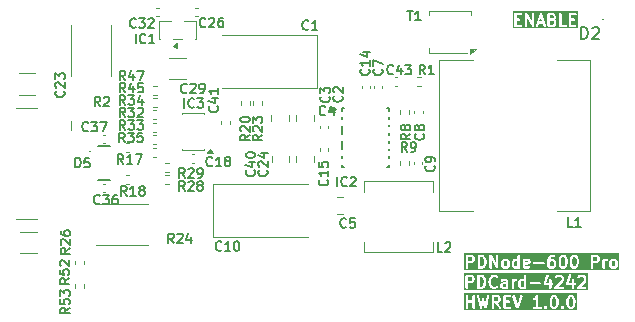
<source format=gbr>
%TF.GenerationSoftware,KiCad,Pcbnew,9.0.7*%
%TF.CreationDate,2026-02-27T18:20:13+01:00*%
%TF.ProjectId,PDNode-PDCard-4242,50444e6f-6465-42d5-9044-436172642d34,rev?*%
%TF.SameCoordinates,Original*%
%TF.FileFunction,Legend,Top*%
%TF.FilePolarity,Positive*%
%FSLAX46Y46*%
G04 Gerber Fmt 4.6, Leading zero omitted, Abs format (unit mm)*
G04 Created by KiCad (PCBNEW 9.0.7) date 2026-02-27 18:20:13*
%MOMM*%
%LPD*%
G01*
G04 APERTURE LIST*
%ADD10C,0.200000*%
%ADD11C,0.150000*%
%ADD12C,0.127000*%
%ADD13C,0.120000*%
%ADD14C,0.100000*%
%ADD15C,0.050800*%
%ADD16C,0.254000*%
G04 APERTURE END LIST*
D10*
G36*
X48059246Y4827976D02*
G01*
X48083915Y4803308D01*
X48119368Y4732401D01*
X48161339Y4564520D01*
X48161339Y4351044D01*
X48119368Y4183163D01*
X48083915Y4112257D01*
X48059246Y4087587D01*
X47999637Y4057781D01*
X47951613Y4057781D01*
X47892003Y4087586D01*
X47867336Y4112254D01*
X47831881Y4183163D01*
X47789911Y4351044D01*
X47789911Y4564519D01*
X47831881Y4732401D01*
X47867335Y4803308D01*
X47892003Y4827977D01*
X47951613Y4857781D01*
X47999637Y4857781D01*
X48059246Y4827976D01*
G37*
G36*
X49487817Y4827976D02*
G01*
X49512486Y4803308D01*
X49547939Y4732401D01*
X49589910Y4564520D01*
X49589910Y4351044D01*
X49547939Y4183163D01*
X49512486Y4112257D01*
X49487817Y4087587D01*
X49428208Y4057781D01*
X49380184Y4057781D01*
X49320574Y4087586D01*
X49295907Y4112254D01*
X49260452Y4183163D01*
X49218482Y4351044D01*
X49218482Y4564519D01*
X49260452Y4732401D01*
X49295906Y4803308D01*
X49320574Y4827977D01*
X49380184Y4857781D01*
X49428208Y4857781D01*
X49487817Y4827976D01*
G37*
G36*
X43202103Y4827976D02*
G01*
X43226772Y4803308D01*
X43256577Y4743698D01*
X43256577Y4648055D01*
X43226772Y4588446D01*
X43202103Y4563778D01*
X43142494Y4533972D01*
X42885149Y4533972D01*
X42885149Y4857781D01*
X43142494Y4857781D01*
X43202103Y4827976D01*
G37*
G36*
X49901021Y3746670D02*
G01*
X40383562Y3746670D01*
X40383562Y4957781D01*
X40494673Y4957781D01*
X40494673Y3957781D01*
X40496594Y3938272D01*
X40511526Y3902224D01*
X40539116Y3874634D01*
X40575164Y3859702D01*
X40614182Y3859702D01*
X40650230Y3874634D01*
X40677820Y3902224D01*
X40692752Y3938272D01*
X40694673Y3957781D01*
X40694673Y4381591D01*
X41066101Y4381591D01*
X41066101Y3957781D01*
X41068022Y3938272D01*
X41082954Y3902224D01*
X41110544Y3874634D01*
X41146592Y3859702D01*
X41185610Y3859702D01*
X41221658Y3874634D01*
X41249248Y3902224D01*
X41264180Y3938272D01*
X41266101Y3957781D01*
X41266101Y4954042D01*
X41447123Y4954042D01*
X41449773Y4934619D01*
X41687868Y3934619D01*
X41690176Y3927922D01*
X41690495Y3925524D01*
X41691749Y3923357D01*
X41694256Y3916085D01*
X41702771Y3904319D01*
X41710044Y3891756D01*
X41714121Y3888636D01*
X41717131Y3884476D01*
X41729493Y3876869D01*
X41741027Y3868040D01*
X41745990Y3866717D01*
X41750361Y3864027D01*
X41764695Y3861729D01*
X41778728Y3857987D01*
X41783816Y3858664D01*
X41788888Y3857850D01*
X41803022Y3861216D01*
X41817406Y3863127D01*
X41821846Y3865698D01*
X41826845Y3866888D01*
X41838611Y3875404D01*
X41851174Y3882676D01*
X41854294Y3886754D01*
X41858454Y3889763D01*
X41866061Y3902126D01*
X41874890Y3913659D01*
X41877589Y3920860D01*
X41878903Y3922993D01*
X41879286Y3925384D01*
X41881773Y3932015D01*
X41975625Y4283962D01*
X42069478Y3932014D01*
X42071963Y3925385D01*
X42072347Y3922993D01*
X42073660Y3920859D01*
X42076360Y3913659D01*
X42085188Y3902126D01*
X42092796Y3889763D01*
X42096955Y3886754D01*
X42100076Y3882676D01*
X42112640Y3875402D01*
X42124405Y3866888D01*
X42129400Y3865699D01*
X42133844Y3863126D01*
X42148233Y3861215D01*
X42162362Y3857850D01*
X42167433Y3858664D01*
X42172522Y3857987D01*
X42186554Y3861729D01*
X42200889Y3864027D01*
X42205259Y3866717D01*
X42210223Y3868040D01*
X42221756Y3876869D01*
X42234119Y3884476D01*
X42237128Y3888636D01*
X42241206Y3891756D01*
X42248481Y3904323D01*
X42256994Y3916085D01*
X42259498Y3923351D01*
X42260756Y3925523D01*
X42261075Y3927927D01*
X42263382Y3934619D01*
X42501478Y4934619D01*
X42504128Y4954042D01*
X42503529Y4957781D01*
X42685149Y4957781D01*
X42685149Y3957781D01*
X42687070Y3938272D01*
X42702002Y3902224D01*
X42729592Y3874634D01*
X42765640Y3859702D01*
X42804658Y3859702D01*
X42840706Y3874634D01*
X42868296Y3902224D01*
X42883228Y3938272D01*
X42885149Y3957781D01*
X42885149Y4333972D01*
X42971179Y4333972D01*
X43274654Y3900435D01*
X43287415Y3885554D01*
X43320320Y3864585D01*
X43358745Y3857804D01*
X43396839Y3866244D01*
X43428804Y3888619D01*
X43449773Y3921524D01*
X43456554Y3959948D01*
X43448114Y3998043D01*
X43438500Y4015127D01*
X43208532Y4343653D01*
X43210822Y4344529D01*
X43306060Y4392148D01*
X43314456Y4397434D01*
X43316896Y4398444D01*
X43319642Y4400698D01*
X43322650Y4402591D01*
X43324379Y4404586D01*
X43332050Y4410880D01*
X43379668Y4458499D01*
X43385960Y4466166D01*
X43387958Y4467898D01*
X43389851Y4470907D01*
X43392105Y4473652D01*
X43393115Y4476093D01*
X43398401Y4484489D01*
X43446020Y4579726D01*
X43453026Y4598035D01*
X43453280Y4601619D01*
X43454656Y4604939D01*
X43456577Y4624448D01*
X43456577Y4767305D01*
X43454656Y4786814D01*
X43453280Y4790135D01*
X43453026Y4793718D01*
X43446020Y4812027D01*
X43398401Y4907264D01*
X43393115Y4915661D01*
X43392105Y4918101D01*
X43389851Y4920847D01*
X43387958Y4923855D01*
X43385960Y4925588D01*
X43379668Y4933254D01*
X43355142Y4957781D01*
X43685149Y4957781D01*
X43685149Y3957781D01*
X43687070Y3938272D01*
X43702002Y3902224D01*
X43729592Y3874634D01*
X43765640Y3859702D01*
X43785149Y3857781D01*
X44261339Y3857781D01*
X44280848Y3859702D01*
X44316896Y3874634D01*
X44344486Y3902224D01*
X44359418Y3938272D01*
X44359418Y3977290D01*
X44344486Y4013338D01*
X44316896Y4040928D01*
X44280848Y4055860D01*
X44261339Y4057781D01*
X43885149Y4057781D01*
X43885149Y4381591D01*
X44118482Y4381591D01*
X44137991Y4383512D01*
X44174039Y4398444D01*
X44201629Y4426034D01*
X44216561Y4462082D01*
X44216561Y4501100D01*
X44201629Y4537148D01*
X44174039Y4564738D01*
X44137991Y4579670D01*
X44118482Y4581591D01*
X43885149Y4581591D01*
X43885149Y4857781D01*
X44261339Y4857781D01*
X44280848Y4859702D01*
X44316896Y4874634D01*
X44344486Y4902224D01*
X44359418Y4938272D01*
X44359418Y4945274D01*
X44447839Y4945274D01*
X44452186Y4926158D01*
X44785519Y3926159D01*
X44793510Y3908258D01*
X44798193Y3902859D01*
X44801388Y3896469D01*
X44810859Y3888254D01*
X44819075Y3878782D01*
X44825463Y3875588D01*
X44830864Y3870904D01*
X44842765Y3866937D01*
X44853974Y3861333D01*
X44861098Y3860827D01*
X44867880Y3858566D01*
X44880389Y3859456D01*
X44892894Y3858566D01*
X44899672Y3860826D01*
X44906800Y3861332D01*
X44918016Y3866941D01*
X44929910Y3870905D01*
X44935307Y3875586D01*
X44941699Y3878782D01*
X44949917Y3888258D01*
X44959386Y3896470D01*
X44962579Y3902857D01*
X44967264Y3908258D01*
X44975255Y3926158D01*
X45228060Y4684574D01*
X46162125Y4684574D01*
X46164891Y4645654D01*
X46182340Y4610755D01*
X46211817Y4585191D01*
X46248833Y4572852D01*
X46287753Y4575618D01*
X46306061Y4582624D01*
X46401299Y4630243D01*
X46409695Y4635529D01*
X46412135Y4636539D01*
X46414881Y4638793D01*
X46417889Y4640686D01*
X46419618Y4642681D01*
X46427289Y4648975D01*
X46447054Y4668740D01*
X46447054Y4057781D01*
X46261340Y4057781D01*
X46241831Y4055860D01*
X46205783Y4040928D01*
X46178193Y4013338D01*
X46163261Y3977290D01*
X46163261Y3938272D01*
X46178193Y3902224D01*
X46205783Y3874634D01*
X46241831Y3859702D01*
X46261340Y3857781D01*
X46832768Y3857781D01*
X46852277Y3859702D01*
X46888325Y3874634D01*
X46915915Y3902224D01*
X46930847Y3938272D01*
X46930847Y3977290D01*
X46915915Y4013338D01*
X46904344Y4024909D01*
X47115642Y4024909D01*
X47115642Y3985891D01*
X47122105Y3970289D01*
X47130574Y3949842D01*
X47130578Y3949838D01*
X47143010Y3934689D01*
X47190629Y3887071D01*
X47205782Y3874634D01*
X47214785Y3870905D01*
X47241831Y3859702D01*
X47280849Y3859702D01*
X47316897Y3874634D01*
X47332051Y3887070D01*
X47379669Y3934689D01*
X47392106Y3949842D01*
X47398858Y3966144D01*
X47407037Y3985890D01*
X47407038Y4024908D01*
X47392107Y4060957D01*
X47379670Y4076110D01*
X47332051Y4123730D01*
X47316898Y4136167D01*
X47301966Y4142352D01*
X47280849Y4151099D01*
X47241831Y4151099D01*
X47231273Y4146726D01*
X47205783Y4136168D01*
X47205782Y4136167D01*
X47190628Y4123730D01*
X47143010Y4076110D01*
X47130573Y4060957D01*
X47120560Y4036781D01*
X47115642Y4024909D01*
X46904344Y4024909D01*
X46888325Y4040928D01*
X46852277Y4055860D01*
X46832768Y4057781D01*
X46647054Y4057781D01*
X46647054Y4576829D01*
X47589911Y4576829D01*
X47589911Y4338734D01*
X47590246Y4335332D01*
X47590029Y4333873D01*
X47591108Y4326576D01*
X47591832Y4319225D01*
X47592396Y4317862D01*
X47592897Y4314480D01*
X47640516Y4124005D01*
X47641029Y4122568D01*
X47641081Y4121845D01*
X47644189Y4113721D01*
X47647111Y4105544D01*
X47647541Y4104964D01*
X47648087Y4103537D01*
X47695706Y4008299D01*
X47700989Y3999907D01*
X47702001Y3997463D01*
X47704257Y3994714D01*
X47706149Y3991709D01*
X47708143Y3989980D01*
X47714438Y3982310D01*
X47762056Y3934690D01*
X47769724Y3928397D01*
X47771456Y3926400D01*
X47774464Y3924507D01*
X47777210Y3922253D01*
X47779650Y3921243D01*
X47788047Y3915957D01*
X47883284Y3868338D01*
X47901593Y3861332D01*
X47905176Y3861078D01*
X47908497Y3859702D01*
X47928006Y3857781D01*
X48023244Y3857781D01*
X48042753Y3859702D01*
X48046073Y3861078D01*
X48049657Y3861332D01*
X48067965Y3868338D01*
X48163203Y3915957D01*
X48171598Y3921242D01*
X48174040Y3922253D01*
X48176787Y3924509D01*
X48179793Y3926400D01*
X48181523Y3928395D01*
X48189193Y3934690D01*
X48236812Y3982310D01*
X48243104Y3989977D01*
X48245101Y3991708D01*
X48246994Y3994716D01*
X48249249Y3997463D01*
X48250260Y3999905D01*
X48255544Y4008299D01*
X48263849Y4024909D01*
X48544213Y4024909D01*
X48544213Y3985891D01*
X48550676Y3970289D01*
X48559145Y3949842D01*
X48559149Y3949838D01*
X48571581Y3934689D01*
X48619200Y3887071D01*
X48634353Y3874634D01*
X48643356Y3870905D01*
X48670402Y3859702D01*
X48709420Y3859702D01*
X48745468Y3874634D01*
X48760622Y3887070D01*
X48808240Y3934689D01*
X48820677Y3949842D01*
X48827429Y3966144D01*
X48835608Y3985890D01*
X48835609Y4024908D01*
X48820678Y4060957D01*
X48808241Y4076110D01*
X48760622Y4123730D01*
X48745469Y4136167D01*
X48730537Y4142352D01*
X48709420Y4151099D01*
X48670402Y4151099D01*
X48659844Y4146726D01*
X48634354Y4136168D01*
X48634353Y4136167D01*
X48619199Y4123730D01*
X48571581Y4076110D01*
X48559144Y4060957D01*
X48549131Y4036781D01*
X48544213Y4024909D01*
X48263849Y4024909D01*
X48303163Y4103536D01*
X48303709Y4104965D01*
X48304139Y4105544D01*
X48307060Y4113721D01*
X48310169Y4121845D01*
X48310220Y4122566D01*
X48310734Y4124004D01*
X48358353Y4314480D01*
X48358853Y4317862D01*
X48359418Y4319225D01*
X48360141Y4326576D01*
X48361221Y4333873D01*
X48361003Y4335332D01*
X48361339Y4338734D01*
X48361339Y4576829D01*
X49018482Y4576829D01*
X49018482Y4338734D01*
X49018817Y4335332D01*
X49018600Y4333873D01*
X49019679Y4326576D01*
X49020403Y4319225D01*
X49020967Y4317862D01*
X49021468Y4314480D01*
X49069087Y4124005D01*
X49069600Y4122568D01*
X49069652Y4121845D01*
X49072760Y4113721D01*
X49075682Y4105544D01*
X49076112Y4104964D01*
X49076658Y4103537D01*
X49124277Y4008299D01*
X49129560Y3999907D01*
X49130572Y3997463D01*
X49132828Y3994714D01*
X49134720Y3991709D01*
X49136714Y3989980D01*
X49143009Y3982310D01*
X49190627Y3934690D01*
X49198295Y3928397D01*
X49200027Y3926400D01*
X49203035Y3924507D01*
X49205781Y3922253D01*
X49208221Y3921243D01*
X49216618Y3915957D01*
X49311855Y3868338D01*
X49330164Y3861332D01*
X49333747Y3861078D01*
X49337068Y3859702D01*
X49356577Y3857781D01*
X49451815Y3857781D01*
X49471324Y3859702D01*
X49474644Y3861078D01*
X49478228Y3861332D01*
X49496536Y3868338D01*
X49591774Y3915957D01*
X49600169Y3921242D01*
X49602611Y3922253D01*
X49605358Y3924509D01*
X49608364Y3926400D01*
X49610094Y3928395D01*
X49617764Y3934690D01*
X49665383Y3982310D01*
X49671675Y3989977D01*
X49673672Y3991708D01*
X49675565Y3994716D01*
X49677820Y3997463D01*
X49678831Y3999905D01*
X49684115Y4008299D01*
X49731734Y4103536D01*
X49732280Y4104965D01*
X49732710Y4105544D01*
X49735631Y4113721D01*
X49738740Y4121845D01*
X49738791Y4122566D01*
X49739305Y4124004D01*
X49786924Y4314480D01*
X49787424Y4317862D01*
X49787989Y4319225D01*
X49788712Y4326576D01*
X49789792Y4333873D01*
X49789574Y4335332D01*
X49789910Y4338734D01*
X49789910Y4576829D01*
X49789574Y4580232D01*
X49789792Y4581690D01*
X49788712Y4588988D01*
X49787989Y4596338D01*
X49787424Y4597702D01*
X49786924Y4601083D01*
X49739305Y4791559D01*
X49738791Y4792998D01*
X49738740Y4793718D01*
X49735631Y4801843D01*
X49732710Y4810019D01*
X49732280Y4810599D01*
X49731734Y4812027D01*
X49684115Y4907264D01*
X49678829Y4915661D01*
X49677819Y4918101D01*
X49675565Y4920847D01*
X49673672Y4923855D01*
X49671674Y4925588D01*
X49665382Y4933254D01*
X49617764Y4980873D01*
X49610093Y4987168D01*
X49608364Y4989162D01*
X49605356Y4991056D01*
X49602610Y4993309D01*
X49600170Y4994320D01*
X49591774Y4999605D01*
X49496536Y5047224D01*
X49478228Y5054230D01*
X49474644Y5054485D01*
X49471324Y5055860D01*
X49451815Y5057781D01*
X49356577Y5057781D01*
X49337068Y5055860D01*
X49333747Y5054485D01*
X49330164Y5054230D01*
X49311855Y5047224D01*
X49216618Y4999605D01*
X49208221Y4994320D01*
X49205781Y4993309D01*
X49203035Y4991056D01*
X49200027Y4989162D01*
X49198294Y4987165D01*
X49190628Y4980872D01*
X49143009Y4933254D01*
X49136714Y4925584D01*
X49134720Y4923854D01*
X49132826Y4920847D01*
X49130573Y4918100D01*
X49129562Y4915661D01*
X49124277Y4907264D01*
X49076658Y4812026D01*
X49076112Y4810600D01*
X49075682Y4810019D01*
X49072760Y4801843D01*
X49069652Y4793718D01*
X49069600Y4792996D01*
X49069087Y4791558D01*
X49021468Y4601083D01*
X49020967Y4597702D01*
X49020403Y4596338D01*
X49019679Y4588988D01*
X49018600Y4581690D01*
X49018817Y4580232D01*
X49018482Y4576829D01*
X48361339Y4576829D01*
X48361003Y4580232D01*
X48361221Y4581690D01*
X48360141Y4588988D01*
X48359418Y4596338D01*
X48358853Y4597702D01*
X48358353Y4601083D01*
X48310734Y4791559D01*
X48310220Y4792998D01*
X48310169Y4793718D01*
X48307060Y4801843D01*
X48304139Y4810019D01*
X48303709Y4810599D01*
X48303163Y4812027D01*
X48255544Y4907264D01*
X48250258Y4915661D01*
X48249248Y4918101D01*
X48246994Y4920847D01*
X48245101Y4923855D01*
X48243103Y4925588D01*
X48236811Y4933254D01*
X48189193Y4980873D01*
X48181522Y4987168D01*
X48179793Y4989162D01*
X48176785Y4991056D01*
X48174039Y4993309D01*
X48171599Y4994320D01*
X48163203Y4999605D01*
X48067965Y5047224D01*
X48049657Y5054230D01*
X48046073Y5054485D01*
X48042753Y5055860D01*
X48023244Y5057781D01*
X47928006Y5057781D01*
X47908497Y5055860D01*
X47905176Y5054485D01*
X47901593Y5054230D01*
X47883284Y5047224D01*
X47788047Y4999605D01*
X47779650Y4994320D01*
X47777210Y4993309D01*
X47774464Y4991056D01*
X47771456Y4989162D01*
X47769723Y4987165D01*
X47762057Y4980872D01*
X47714438Y4933254D01*
X47708143Y4925584D01*
X47706149Y4923854D01*
X47704255Y4920847D01*
X47702002Y4918100D01*
X47700991Y4915661D01*
X47695706Y4907264D01*
X47648087Y4812026D01*
X47647541Y4810600D01*
X47647111Y4810019D01*
X47644189Y4801843D01*
X47641081Y4793718D01*
X47641029Y4792996D01*
X47640516Y4791558D01*
X47592897Y4601083D01*
X47592396Y4597702D01*
X47591832Y4596338D01*
X47591108Y4588988D01*
X47590029Y4581690D01*
X47590246Y4580232D01*
X47589911Y4576829D01*
X46647054Y4576829D01*
X46647054Y4957781D01*
X46647047Y4957852D01*
X46647054Y4957886D01*
X46647033Y4957988D01*
X46645133Y4977290D01*
X46641343Y4986439D01*
X46639402Y4996146D01*
X46633950Y5004287D01*
X46630201Y5013338D01*
X46623201Y5020338D01*
X46617691Y5028566D01*
X46609536Y5034003D01*
X46602611Y5040928D01*
X46593467Y5044716D01*
X46585226Y5050210D01*
X46575612Y5052112D01*
X46566563Y5055860D01*
X46556662Y5055860D01*
X46546950Y5057781D01*
X46537345Y5055860D01*
X46527545Y5055860D01*
X46518396Y5052071D01*
X46508689Y5050129D01*
X46500548Y5044678D01*
X46491497Y5040928D01*
X46484497Y5033929D01*
X46476269Y5028418D01*
X46463980Y5013412D01*
X46463907Y5013338D01*
X46463893Y5013306D01*
X46463849Y5013251D01*
X46374105Y4878635D01*
X46297341Y4801872D01*
X46216619Y4761510D01*
X46200028Y4751067D01*
X46174464Y4721590D01*
X46162125Y4684574D01*
X45228060Y4684574D01*
X45308588Y4926158D01*
X45312935Y4945273D01*
X45310169Y4984193D01*
X45292719Y5019092D01*
X45263243Y5044657D01*
X45226227Y5056996D01*
X45187307Y5054229D01*
X45152408Y5036780D01*
X45126843Y5007304D01*
X45118852Y4989403D01*
X44880387Y4274009D01*
X44641922Y4989404D01*
X44633931Y5007304D01*
X44608366Y5036780D01*
X44573467Y5054230D01*
X44534547Y5056996D01*
X44497531Y5044658D01*
X44468055Y5019093D01*
X44450605Y4984194D01*
X44447839Y4945274D01*
X44359418Y4945274D01*
X44359418Y4977290D01*
X44344486Y5013338D01*
X44316896Y5040928D01*
X44280848Y5055860D01*
X44261339Y5057781D01*
X43785149Y5057781D01*
X43765640Y5055860D01*
X43729592Y5040928D01*
X43702002Y5013338D01*
X43687070Y4977290D01*
X43685149Y4957781D01*
X43355142Y4957781D01*
X43332050Y4980873D01*
X43324379Y4987168D01*
X43322650Y4989162D01*
X43319642Y4991056D01*
X43316896Y4993309D01*
X43314456Y4994320D01*
X43306060Y4999605D01*
X43210822Y5047224D01*
X43192514Y5054230D01*
X43188930Y5054485D01*
X43185610Y5055860D01*
X43166101Y5057781D01*
X42785149Y5057781D01*
X42765640Y5055860D01*
X42729592Y5040928D01*
X42702002Y5013338D01*
X42687070Y4977290D01*
X42685149Y4957781D01*
X42503529Y4957781D01*
X42497951Y4992568D01*
X42477502Y5025799D01*
X42445893Y5048674D01*
X42407936Y5057711D01*
X42369409Y5051535D01*
X42336179Y5031086D01*
X42313304Y4999477D01*
X42306916Y4980943D01*
X42160612Y4366470D01*
X42072249Y4697833D01*
X42070535Y4702404D01*
X42070280Y4704325D01*
X42068959Y4706607D01*
X42065366Y4716189D01*
X42057341Y4726672D01*
X42050730Y4738092D01*
X42045586Y4742029D01*
X42041650Y4747172D01*
X42030232Y4753782D01*
X42019747Y4761808D01*
X42013483Y4763479D01*
X42007882Y4766721D01*
X41994804Y4768459D01*
X41982046Y4771861D01*
X41975624Y4771008D01*
X41969204Y4771861D01*
X41956450Y4768461D01*
X41943368Y4766722D01*
X41937763Y4763478D01*
X41931503Y4761808D01*
X41921019Y4753784D01*
X41909600Y4747172D01*
X41905663Y4742029D01*
X41900520Y4738092D01*
X41893910Y4726675D01*
X41885884Y4716189D01*
X41882288Y4706601D01*
X41880971Y4704324D01*
X41880716Y4702406D01*
X41879002Y4697834D01*
X41790637Y4366470D01*
X41644335Y4980943D01*
X41637947Y4999477D01*
X41615072Y5031086D01*
X41581842Y5051535D01*
X41543315Y5057712D01*
X41505358Y5048674D01*
X41473749Y5025799D01*
X41453300Y4992569D01*
X41447123Y4954042D01*
X41266101Y4954042D01*
X41266101Y4957781D01*
X41264180Y4977290D01*
X41249248Y5013338D01*
X41221658Y5040928D01*
X41185610Y5055860D01*
X41146592Y5055860D01*
X41110544Y5040928D01*
X41082954Y5013338D01*
X41068022Y4977290D01*
X41066101Y4957781D01*
X41066101Y4581591D01*
X40694673Y4581591D01*
X40694673Y4957781D01*
X40692752Y4977290D01*
X40677820Y5013338D01*
X40650230Y5040928D01*
X40614182Y5055860D01*
X40575164Y5055860D01*
X40539116Y5040928D01*
X40511526Y5013338D01*
X40496594Y4977290D01*
X40494673Y4957781D01*
X40383562Y4957781D01*
X40383562Y5168892D01*
X49901021Y5168892D01*
X49901021Y3746670D01*
G37*
G36*
X47926368Y28221570D02*
G01*
X47945820Y28202118D01*
X47975625Y28142508D01*
X47975625Y28046865D01*
X47945820Y27987257D01*
X47921151Y27962587D01*
X47861542Y27932781D01*
X47604197Y27932781D01*
X47604197Y28256591D01*
X47821303Y28256591D01*
X47926368Y28221570D01*
G37*
G36*
X47873532Y28702976D02*
G01*
X47898201Y28678308D01*
X47928006Y28618698D01*
X47928006Y28570674D01*
X47898201Y28511065D01*
X47873532Y28486397D01*
X47813923Y28456591D01*
X47604197Y28456591D01*
X47604197Y28732781D01*
X47813923Y28732781D01*
X47873532Y28702976D01*
G37*
G36*
X46936883Y28218496D02*
G01*
X46738178Y28218496D01*
X46837530Y28516554D01*
X46936883Y28218496D01*
G37*
G36*
X49999101Y27621670D02*
G01*
X44483562Y27621670D01*
X44483562Y28832781D01*
X44594673Y28832781D01*
X44594673Y27832781D01*
X44596594Y27813272D01*
X44611526Y27777224D01*
X44639116Y27749634D01*
X44675164Y27734702D01*
X44694673Y27732781D01*
X45170863Y27732781D01*
X45190372Y27734702D01*
X45226420Y27749634D01*
X45254010Y27777224D01*
X45268942Y27813272D01*
X45268942Y27852290D01*
X45254010Y27888338D01*
X45226420Y27915928D01*
X45190372Y27930860D01*
X45170863Y27932781D01*
X44794673Y27932781D01*
X44794673Y28256591D01*
X45028006Y28256591D01*
X45047515Y28258512D01*
X45083563Y28273444D01*
X45111153Y28301034D01*
X45126085Y28337082D01*
X45126085Y28376100D01*
X45111153Y28412148D01*
X45083563Y28439738D01*
X45047515Y28454670D01*
X45028006Y28456591D01*
X44794673Y28456591D01*
X44794673Y28732781D01*
X45170863Y28732781D01*
X45190372Y28734702D01*
X45226420Y28749634D01*
X45254010Y28777224D01*
X45268942Y28813272D01*
X45268942Y28832781D01*
X45499435Y28832781D01*
X45499435Y27832781D01*
X45501356Y27813272D01*
X45516288Y27777224D01*
X45543878Y27749634D01*
X45579926Y27734702D01*
X45618944Y27734702D01*
X45654992Y27749634D01*
X45682582Y27777224D01*
X45697514Y27813272D01*
X45699435Y27832781D01*
X45699435Y28456225D01*
X46084039Y27783167D01*
X46086957Y27779057D01*
X46087716Y27777224D01*
X46089582Y27775358D01*
X46095386Y27767182D01*
X46105902Y27759038D01*
X46115306Y27749634D01*
X46121193Y27747196D01*
X46126235Y27743291D01*
X46139067Y27739792D01*
X46151354Y27734702D01*
X46157730Y27734702D01*
X46163879Y27733025D01*
X46177072Y27734702D01*
X46190372Y27734702D01*
X46196260Y27737142D01*
X46202585Y27737945D01*
X46214134Y27744546D01*
X46226420Y27749634D01*
X46230927Y27754142D01*
X46236462Y27757304D01*
X46244606Y27767821D01*
X46254010Y27777224D01*
X46256448Y27783112D01*
X46260353Y27788153D01*
X46263852Y27800986D01*
X46268942Y27813272D01*
X46269924Y27823250D01*
X46270619Y27825796D01*
X46270368Y27827764D01*
X46270863Y27832781D01*
X46270863Y27845288D01*
X46404982Y27845288D01*
X46407748Y27806368D01*
X46425198Y27771469D01*
X46454674Y27745904D01*
X46491690Y27733566D01*
X46530610Y27736332D01*
X46565509Y27753782D01*
X46591074Y27783258D01*
X46599065Y27801158D01*
X46671511Y28018496D01*
X47003549Y28018496D01*
X47075995Y27801159D01*
X47083986Y27783258D01*
X47109551Y27753782D01*
X47144450Y27736333D01*
X47183370Y27733566D01*
X47220386Y27745905D01*
X47249862Y27771470D01*
X47267312Y27806369D01*
X47270078Y27845289D01*
X47265731Y27864404D01*
X46942939Y28832781D01*
X47404197Y28832781D01*
X47404197Y27832781D01*
X47406118Y27813272D01*
X47421050Y27777224D01*
X47448640Y27749634D01*
X47484688Y27734702D01*
X47504197Y27732781D01*
X47885149Y27732781D01*
X47904658Y27734702D01*
X47907978Y27736078D01*
X47911562Y27736332D01*
X47929870Y27743338D01*
X48025108Y27790957D01*
X48033503Y27796242D01*
X48035945Y27797253D01*
X48038692Y27799509D01*
X48041698Y27801400D01*
X48043428Y27803395D01*
X48051098Y27809690D01*
X48098717Y27857310D01*
X48105009Y27864977D01*
X48107006Y27866708D01*
X48108899Y27869716D01*
X48111154Y27872463D01*
X48112165Y27874905D01*
X48117449Y27883299D01*
X48165068Y27978536D01*
X48172074Y27996845D01*
X48172328Y28000429D01*
X48173704Y28003749D01*
X48175625Y28023258D01*
X48175625Y28166115D01*
X48173704Y28185624D01*
X48172328Y28188945D01*
X48172074Y28192528D01*
X48165068Y28210837D01*
X48117449Y28306074D01*
X48112163Y28314471D01*
X48111153Y28316911D01*
X48108899Y28319657D01*
X48107006Y28322665D01*
X48105008Y28324398D01*
X48098716Y28332064D01*
X48051098Y28379683D01*
X48050309Y28380331D01*
X48051097Y28381118D01*
X48057389Y28388785D01*
X48059387Y28390517D01*
X48061280Y28393526D01*
X48063534Y28396271D01*
X48064544Y28398712D01*
X48069830Y28407108D01*
X48117449Y28502345D01*
X48124455Y28520654D01*
X48124709Y28524238D01*
X48126085Y28527558D01*
X48128006Y28547067D01*
X48128006Y28642305D01*
X48126085Y28661814D01*
X48124709Y28665135D01*
X48124455Y28668718D01*
X48117449Y28687027D01*
X48069830Y28782264D01*
X48064544Y28790661D01*
X48063534Y28793101D01*
X48061280Y28795847D01*
X48059387Y28798855D01*
X48057389Y28800588D01*
X48051097Y28808254D01*
X48026571Y28832781D01*
X48404197Y28832781D01*
X48404197Y27832781D01*
X48406118Y27813272D01*
X48421050Y27777224D01*
X48448640Y27749634D01*
X48484688Y27734702D01*
X48504197Y27732781D01*
X48980387Y27732781D01*
X48999896Y27734702D01*
X49035944Y27749634D01*
X49063534Y27777224D01*
X49078466Y27813272D01*
X49078466Y27852290D01*
X49063534Y27888338D01*
X49035944Y27915928D01*
X48999896Y27930860D01*
X48980387Y27932781D01*
X48604197Y27932781D01*
X48604197Y28832781D01*
X49213721Y28832781D01*
X49213721Y27832781D01*
X49215642Y27813272D01*
X49230574Y27777224D01*
X49258164Y27749634D01*
X49294212Y27734702D01*
X49313721Y27732781D01*
X49789911Y27732781D01*
X49809420Y27734702D01*
X49845468Y27749634D01*
X49873058Y27777224D01*
X49887990Y27813272D01*
X49887990Y27852290D01*
X49873058Y27888338D01*
X49845468Y27915928D01*
X49809420Y27930860D01*
X49789911Y27932781D01*
X49413721Y27932781D01*
X49413721Y28256591D01*
X49647054Y28256591D01*
X49666563Y28258512D01*
X49702611Y28273444D01*
X49730201Y28301034D01*
X49745133Y28337082D01*
X49745133Y28376100D01*
X49730201Y28412148D01*
X49702611Y28439738D01*
X49666563Y28454670D01*
X49647054Y28456591D01*
X49413721Y28456591D01*
X49413721Y28732781D01*
X49789911Y28732781D01*
X49809420Y28734702D01*
X49845468Y28749634D01*
X49873058Y28777224D01*
X49887990Y28813272D01*
X49887990Y28852290D01*
X49873058Y28888338D01*
X49845468Y28915928D01*
X49809420Y28930860D01*
X49789911Y28932781D01*
X49313721Y28932781D01*
X49294212Y28930860D01*
X49258164Y28915928D01*
X49230574Y28888338D01*
X49215642Y28852290D01*
X49213721Y28832781D01*
X48604197Y28832781D01*
X48602276Y28852290D01*
X48587344Y28888338D01*
X48559754Y28915928D01*
X48523706Y28930860D01*
X48484688Y28930860D01*
X48448640Y28915928D01*
X48421050Y28888338D01*
X48406118Y28852290D01*
X48404197Y28832781D01*
X48026571Y28832781D01*
X48003479Y28855873D01*
X47995808Y28862168D01*
X47994079Y28864162D01*
X47991071Y28866056D01*
X47988325Y28868309D01*
X47985885Y28869320D01*
X47977489Y28874605D01*
X47882251Y28922224D01*
X47863943Y28929230D01*
X47860359Y28929485D01*
X47857039Y28930860D01*
X47837530Y28932781D01*
X47504197Y28932781D01*
X47484688Y28930860D01*
X47448640Y28915928D01*
X47421050Y28888338D01*
X47406118Y28852290D01*
X47404197Y28832781D01*
X46942939Y28832781D01*
X46932398Y28864404D01*
X46924407Y28882304D01*
X46919722Y28887706D01*
X46916529Y28894092D01*
X46907060Y28902305D01*
X46898842Y28911780D01*
X46892450Y28914977D01*
X46887053Y28919657D01*
X46875159Y28923622D01*
X46863943Y28929230D01*
X46856815Y28929737D01*
X46850037Y28931996D01*
X46837532Y28931107D01*
X46825023Y28931996D01*
X46818241Y28929736D01*
X46811117Y28929229D01*
X46799908Y28923626D01*
X46788007Y28919658D01*
X46782606Y28914975D01*
X46776218Y28911780D01*
X46768002Y28902309D01*
X46758531Y28894093D01*
X46755336Y28887704D01*
X46750653Y28882304D01*
X46742662Y28864403D01*
X46409329Y27864404D01*
X46404982Y27845288D01*
X46270863Y27845288D01*
X46270863Y28832781D01*
X46268942Y28852290D01*
X46254010Y28888338D01*
X46226420Y28915928D01*
X46190372Y28930860D01*
X46151354Y28930860D01*
X46115306Y28915928D01*
X46087716Y28888338D01*
X46072784Y28852290D01*
X46070863Y28832781D01*
X46070863Y28209338D01*
X45686259Y28882395D01*
X45683340Y28886506D01*
X45682582Y28888338D01*
X45680715Y28890205D01*
X45674912Y28898380D01*
X45664397Y28906523D01*
X45654992Y28915928D01*
X45649101Y28918368D01*
X45644063Y28922270D01*
X45631234Y28925769D01*
X45618944Y28930860D01*
X45612569Y28930860D01*
X45606420Y28932537D01*
X45593227Y28930860D01*
X45579926Y28930860D01*
X45574037Y28928421D01*
X45567713Y28927617D01*
X45556163Y28921017D01*
X45543878Y28915928D01*
X45539370Y28911421D01*
X45533836Y28908258D01*
X45525693Y28897744D01*
X45516288Y28888338D01*
X45513848Y28882448D01*
X45509946Y28877409D01*
X45506447Y28864581D01*
X45501356Y28852290D01*
X45500373Y28842313D01*
X45499679Y28839766D01*
X45499929Y28837799D01*
X45499435Y28832781D01*
X45268942Y28832781D01*
X45268942Y28852290D01*
X45254010Y28888338D01*
X45226420Y28915928D01*
X45190372Y28930860D01*
X45170863Y28932781D01*
X44694673Y28932781D01*
X44675164Y28930860D01*
X44639116Y28915928D01*
X44611526Y28888338D01*
X44596594Y28852290D01*
X44594673Y28832781D01*
X44483562Y28832781D01*
X44483562Y29043892D01*
X49999101Y29043892D01*
X49999101Y27621670D01*
G37*
G36*
X41921605Y8222760D02*
G01*
X41988678Y8155687D01*
X42024130Y8084782D01*
X42066101Y7916901D01*
X42066101Y7798663D01*
X42024130Y7630782D01*
X41988677Y7559876D01*
X41921606Y7492803D01*
X41816541Y7457781D01*
X41694673Y7457781D01*
X41694673Y8257781D01*
X41816541Y8257781D01*
X41921605Y8222760D01*
G37*
G36*
X43964008Y7894643D02*
G01*
X43988677Y7869975D01*
X44018482Y7810365D01*
X44018482Y7571865D01*
X43988677Y7512257D01*
X43964008Y7487587D01*
X43904399Y7457781D01*
X43808756Y7457781D01*
X43749146Y7487586D01*
X43724479Y7512254D01*
X43694673Y7571866D01*
X43694673Y7810365D01*
X43724478Y7869975D01*
X43749146Y7894644D01*
X43808756Y7924448D01*
X43904399Y7924448D01*
X43964008Y7894643D01*
G37*
G36*
X44875625Y7915026D02*
G01*
X44875625Y7467204D01*
X44856780Y7457781D01*
X44713518Y7457781D01*
X44653908Y7487586D01*
X44629241Y7512254D01*
X44599435Y7571866D01*
X44599435Y7810365D01*
X44629240Y7869975D01*
X44653908Y7894644D01*
X44713518Y7924448D01*
X44856780Y7924448D01*
X44875625Y7915026D01*
G37*
G36*
X45758232Y7902293D02*
G01*
X45775682Y7867393D01*
X45504197Y7813096D01*
X45504197Y7857984D01*
X45526352Y7902294D01*
X45570661Y7924448D01*
X45713923Y7924448D01*
X45758232Y7902293D01*
G37*
G36*
X47916389Y7847024D02*
G01*
X47941058Y7822356D01*
X47970863Y7762746D01*
X47970863Y7571865D01*
X47941058Y7512257D01*
X47916389Y7487587D01*
X47856780Y7457781D01*
X47713518Y7457781D01*
X47653908Y7487586D01*
X47629241Y7512254D01*
X47599435Y7571866D01*
X47599435Y7762746D01*
X47629240Y7822356D01*
X47653908Y7847025D01*
X47713518Y7876829D01*
X47856780Y7876829D01*
X47916389Y7847024D01*
G37*
G36*
X48821151Y8227976D02*
G01*
X48845820Y8203308D01*
X48881273Y8132401D01*
X48923244Y7964520D01*
X48923244Y7751044D01*
X48881273Y7583163D01*
X48845820Y7512257D01*
X48821151Y7487587D01*
X48761542Y7457781D01*
X48713518Y7457781D01*
X48653908Y7487586D01*
X48629241Y7512254D01*
X48593786Y7583163D01*
X48551816Y7751044D01*
X48551816Y7964519D01*
X48593786Y8132401D01*
X48629240Y8203308D01*
X48653908Y8227977D01*
X48713518Y8257781D01*
X48761542Y8257781D01*
X48821151Y8227976D01*
G37*
G36*
X49773532Y8227976D02*
G01*
X49798201Y8203308D01*
X49833654Y8132401D01*
X49875625Y7964520D01*
X49875625Y7751044D01*
X49833654Y7583163D01*
X49798201Y7512257D01*
X49773532Y7487587D01*
X49713923Y7457781D01*
X49665899Y7457781D01*
X49606289Y7487586D01*
X49581622Y7512254D01*
X49546167Y7583163D01*
X49504197Y7751044D01*
X49504197Y7964519D01*
X49546167Y8132401D01*
X49581621Y8203308D01*
X49606289Y8227977D01*
X49665899Y8257781D01*
X49713923Y8257781D01*
X49773532Y8227976D01*
G37*
G36*
X53106866Y7894643D02*
G01*
X53131535Y7869975D01*
X53161340Y7810365D01*
X53161340Y7571865D01*
X53131535Y7512257D01*
X53106866Y7487587D01*
X53047257Y7457781D01*
X52951614Y7457781D01*
X52892004Y7487586D01*
X52867337Y7512254D01*
X52837531Y7571866D01*
X52837531Y7810365D01*
X52867336Y7869975D01*
X52892004Y7894644D01*
X52951614Y7924448D01*
X53047257Y7924448D01*
X53106866Y7894643D01*
G37*
G36*
X41011627Y8227976D02*
G01*
X41036296Y8203308D01*
X41066101Y8143698D01*
X41066101Y8048055D01*
X41036296Y7988446D01*
X41011627Y7963778D01*
X40952018Y7933972D01*
X40694673Y7933972D01*
X40694673Y8257781D01*
X40952018Y8257781D01*
X41011627Y8227976D01*
G37*
G36*
X51583056Y8227976D02*
G01*
X51607725Y8203308D01*
X51637530Y8143698D01*
X51637530Y8048055D01*
X51607725Y7988446D01*
X51583056Y7963778D01*
X51523447Y7933972D01*
X51266102Y7933972D01*
X51266102Y8257781D01*
X51523447Y8257781D01*
X51583056Y8227976D01*
G37*
G36*
X53472451Y7146670D02*
G01*
X40383562Y7146670D01*
X40383562Y8357781D01*
X40494673Y8357781D01*
X40494673Y7357781D01*
X40496594Y7338272D01*
X40511526Y7302224D01*
X40539116Y7274634D01*
X40575164Y7259702D01*
X40614182Y7259702D01*
X40650230Y7274634D01*
X40677820Y7302224D01*
X40692752Y7338272D01*
X40694673Y7357781D01*
X40694673Y7733972D01*
X40975625Y7733972D01*
X40995134Y7735893D01*
X40998454Y7737269D01*
X41002038Y7737523D01*
X41020346Y7744529D01*
X41115584Y7792148D01*
X41123980Y7797434D01*
X41126420Y7798444D01*
X41129166Y7800698D01*
X41132174Y7802591D01*
X41133903Y7804586D01*
X41141574Y7810880D01*
X41189192Y7858499D01*
X41195484Y7866166D01*
X41197482Y7867898D01*
X41199375Y7870907D01*
X41201629Y7873652D01*
X41202639Y7876093D01*
X41207925Y7884489D01*
X41255544Y7979726D01*
X41262550Y7998035D01*
X41262804Y8001619D01*
X41264180Y8004939D01*
X41266101Y8024448D01*
X41266101Y8167305D01*
X41264180Y8186814D01*
X41262804Y8190135D01*
X41262550Y8193718D01*
X41255544Y8212027D01*
X41207925Y8307264D01*
X41202639Y8315661D01*
X41201629Y8318101D01*
X41199375Y8320847D01*
X41197482Y8323855D01*
X41195484Y8325588D01*
X41189192Y8333254D01*
X41164666Y8357781D01*
X41494673Y8357781D01*
X41494673Y7357781D01*
X41496594Y7338272D01*
X41511526Y7302224D01*
X41539116Y7274634D01*
X41575164Y7259702D01*
X41594673Y7257781D01*
X41832768Y7257781D01*
X41842641Y7258754D01*
X41845275Y7258566D01*
X41848738Y7259354D01*
X41852277Y7259702D01*
X41854719Y7260714D01*
X41864391Y7262913D01*
X42007247Y7310532D01*
X42025148Y7318523D01*
X42027863Y7320878D01*
X42031183Y7322253D01*
X42046336Y7334690D01*
X42141574Y7429929D01*
X42147866Y7437596D01*
X42149863Y7439327D01*
X42151756Y7442335D01*
X42154011Y7445082D01*
X42155022Y7447524D01*
X42160306Y7455918D01*
X42207925Y7551155D01*
X42208471Y7552584D01*
X42208901Y7553163D01*
X42211822Y7561340D01*
X42214931Y7569464D01*
X42214982Y7570185D01*
X42215496Y7571623D01*
X42263115Y7762099D01*
X42263615Y7765481D01*
X42264180Y7766844D01*
X42264903Y7774195D01*
X42265983Y7781492D01*
X42265765Y7782951D01*
X42266101Y7786353D01*
X42266101Y7929210D01*
X42265765Y7932613D01*
X42265983Y7934071D01*
X42264903Y7941369D01*
X42264180Y7948719D01*
X42263615Y7950083D01*
X42263115Y7953464D01*
X42215496Y8143940D01*
X42214982Y8145379D01*
X42214931Y8146099D01*
X42211822Y8154224D01*
X42208901Y8162400D01*
X42208471Y8162980D01*
X42207925Y8164408D01*
X42160306Y8259645D01*
X42155019Y8268044D01*
X42154010Y8270481D01*
X42151758Y8273225D01*
X42149863Y8276236D01*
X42147865Y8277969D01*
X42141574Y8285635D01*
X42069428Y8357781D01*
X42494673Y8357781D01*
X42494673Y7357781D01*
X42496594Y7338272D01*
X42511526Y7302224D01*
X42539116Y7274634D01*
X42575164Y7259702D01*
X42614182Y7259702D01*
X42650230Y7274634D01*
X42677820Y7302224D01*
X42692752Y7338272D01*
X42694673Y7357781D01*
X42694673Y7981225D01*
X43079277Y7308167D01*
X43082195Y7304057D01*
X43082954Y7302224D01*
X43084820Y7300358D01*
X43090624Y7292182D01*
X43101140Y7284038D01*
X43110544Y7274634D01*
X43116431Y7272196D01*
X43121473Y7268291D01*
X43134305Y7264792D01*
X43146592Y7259702D01*
X43152968Y7259702D01*
X43159117Y7258025D01*
X43172310Y7259702D01*
X43185610Y7259702D01*
X43191498Y7262142D01*
X43197823Y7262945D01*
X43209372Y7269546D01*
X43221658Y7274634D01*
X43226165Y7279142D01*
X43231700Y7282304D01*
X43239844Y7292821D01*
X43249248Y7302224D01*
X43251686Y7308112D01*
X43255591Y7313153D01*
X43259090Y7325986D01*
X43264180Y7338272D01*
X43265162Y7348250D01*
X43265857Y7350796D01*
X43265606Y7352764D01*
X43266101Y7357781D01*
X43266101Y7833972D01*
X43494673Y7833972D01*
X43494673Y7548258D01*
X43496594Y7528749D01*
X43497969Y7525429D01*
X43498224Y7521845D01*
X43505230Y7503537D01*
X43552849Y7408299D01*
X43558132Y7399907D01*
X43559144Y7397463D01*
X43561400Y7394714D01*
X43563292Y7391709D01*
X43565286Y7389980D01*
X43571581Y7382310D01*
X43619199Y7334690D01*
X43626867Y7328397D01*
X43628599Y7326400D01*
X43631607Y7324507D01*
X43634353Y7322253D01*
X43636793Y7321243D01*
X43645190Y7315957D01*
X43740427Y7268338D01*
X43758736Y7261332D01*
X43762319Y7261078D01*
X43765640Y7259702D01*
X43785149Y7257781D01*
X43928006Y7257781D01*
X43947515Y7259702D01*
X43950835Y7261078D01*
X43954419Y7261332D01*
X43972727Y7268338D01*
X44067965Y7315957D01*
X44076360Y7321242D01*
X44078802Y7322253D01*
X44081549Y7324509D01*
X44084555Y7326400D01*
X44086285Y7328395D01*
X44093955Y7334690D01*
X44141574Y7382310D01*
X44147866Y7389977D01*
X44149863Y7391708D01*
X44151756Y7394716D01*
X44154011Y7397463D01*
X44155022Y7399905D01*
X44160306Y7408299D01*
X44207925Y7503536D01*
X44214931Y7521845D01*
X44215185Y7525429D01*
X44216561Y7528749D01*
X44218482Y7548258D01*
X44218482Y7833972D01*
X44399435Y7833972D01*
X44399435Y7548258D01*
X44401356Y7528749D01*
X44402731Y7525429D01*
X44402986Y7521845D01*
X44409992Y7503537D01*
X44457611Y7408299D01*
X44462894Y7399907D01*
X44463906Y7397463D01*
X44466162Y7394714D01*
X44468054Y7391709D01*
X44470048Y7389980D01*
X44476343Y7382310D01*
X44523961Y7334690D01*
X44531629Y7328397D01*
X44533361Y7326400D01*
X44536369Y7324507D01*
X44539115Y7322253D01*
X44541555Y7321243D01*
X44549952Y7315957D01*
X44645189Y7268338D01*
X44663498Y7261332D01*
X44667081Y7261078D01*
X44670402Y7259702D01*
X44689911Y7257781D01*
X44880387Y7257781D01*
X44899896Y7259702D01*
X44903216Y7261078D01*
X44906800Y7261332D01*
X44925108Y7268338D01*
X44929711Y7270640D01*
X44956116Y7259702D01*
X44995134Y7259702D01*
X45031182Y7274634D01*
X45058772Y7302224D01*
X45073704Y7338272D01*
X45075625Y7357781D01*
X45075625Y7881591D01*
X45304197Y7881591D01*
X45304197Y7500639D01*
X45306118Y7481130D01*
X45307493Y7477810D01*
X45307748Y7474227D01*
X45314754Y7455918D01*
X45362373Y7360679D01*
X45364426Y7357416D01*
X45364940Y7355877D01*
X45366602Y7353961D01*
X45372816Y7344089D01*
X45382287Y7335875D01*
X45390504Y7326400D01*
X45400374Y7320188D01*
X45402292Y7318524D01*
X45403832Y7318011D01*
X45407095Y7315957D01*
X45502332Y7268338D01*
X45520641Y7261332D01*
X45524224Y7261078D01*
X45527545Y7259702D01*
X45547054Y7257781D01*
X45737530Y7257781D01*
X45757039Y7259702D01*
X45760359Y7261078D01*
X45763943Y7261332D01*
X45782251Y7268338D01*
X45877489Y7315957D01*
X45894079Y7326400D01*
X45919644Y7355877D01*
X45931982Y7392893D01*
X45929217Y7431813D01*
X45911768Y7466711D01*
X45882291Y7492276D01*
X45845275Y7504615D01*
X45806355Y7501849D01*
X45788046Y7494843D01*
X45713923Y7457781D01*
X45570661Y7457781D01*
X45526351Y7479936D01*
X45504197Y7524246D01*
X45504197Y7609135D01*
X45899893Y7688274D01*
X45899896Y7688274D01*
X45899898Y7688276D01*
X45899998Y7688295D01*
X45918752Y7694005D01*
X45926892Y7699457D01*
X45935944Y7703206D01*
X45942945Y7710208D01*
X45951171Y7715716D01*
X45956605Y7723868D01*
X45963534Y7730796D01*
X45967323Y7739944D01*
X45972815Y7748181D01*
X45974716Y7757792D01*
X45974903Y7758243D01*
X46210880Y7758243D01*
X46210880Y7719225D01*
X46225812Y7683177D01*
X46253402Y7655587D01*
X46289450Y7640655D01*
X46308959Y7638734D01*
X47070864Y7638734D01*
X47090373Y7640655D01*
X47126421Y7655587D01*
X47154011Y7683177D01*
X47168943Y7719225D01*
X47168943Y7758243D01*
X47154011Y7794291D01*
X47126421Y7821881D01*
X47090373Y7836813D01*
X47070864Y7838734D01*
X46308959Y7838734D01*
X46289450Y7836813D01*
X46253402Y7821881D01*
X46225812Y7794291D01*
X46210880Y7758243D01*
X45974903Y7758243D01*
X45978466Y7766844D01*
X45980387Y7786353D01*
X45980387Y7881591D01*
X45978466Y7901100D01*
X45977090Y7904421D01*
X45976836Y7908004D01*
X45969830Y7926313D01*
X45968381Y7929210D01*
X47399435Y7929210D01*
X47399435Y7548258D01*
X47401356Y7528749D01*
X47402731Y7525429D01*
X47402986Y7521845D01*
X47409992Y7503537D01*
X47457611Y7408299D01*
X47462894Y7399907D01*
X47463906Y7397463D01*
X47466162Y7394714D01*
X47468054Y7391709D01*
X47470048Y7389980D01*
X47476343Y7382310D01*
X47523961Y7334690D01*
X47531629Y7328397D01*
X47533361Y7326400D01*
X47536369Y7324507D01*
X47539115Y7322253D01*
X47541555Y7321243D01*
X47549952Y7315957D01*
X47645189Y7268338D01*
X47663498Y7261332D01*
X47667081Y7261078D01*
X47670402Y7259702D01*
X47689911Y7257781D01*
X47880387Y7257781D01*
X47899896Y7259702D01*
X47903216Y7261078D01*
X47906800Y7261332D01*
X47925108Y7268338D01*
X48020346Y7315957D01*
X48028741Y7321242D01*
X48031183Y7322253D01*
X48033930Y7324509D01*
X48036936Y7326400D01*
X48038666Y7328395D01*
X48046336Y7334690D01*
X48093955Y7382310D01*
X48100247Y7389977D01*
X48102244Y7391708D01*
X48104137Y7394716D01*
X48106392Y7397463D01*
X48107403Y7399905D01*
X48112687Y7408299D01*
X48160306Y7503536D01*
X48167312Y7521845D01*
X48167566Y7525429D01*
X48168942Y7528749D01*
X48170863Y7548258D01*
X48170863Y7786353D01*
X48168942Y7805862D01*
X48167566Y7809183D01*
X48167312Y7812766D01*
X48160306Y7831075D01*
X48112687Y7926312D01*
X48107401Y7934709D01*
X48106391Y7937149D01*
X48104137Y7939895D01*
X48102244Y7942903D01*
X48100246Y7944636D01*
X48093954Y7952302D01*
X48069428Y7976829D01*
X48351816Y7976829D01*
X48351816Y7738734D01*
X48352151Y7735332D01*
X48351934Y7733873D01*
X48353013Y7726576D01*
X48353737Y7719225D01*
X48354301Y7717862D01*
X48354802Y7714480D01*
X48402421Y7524005D01*
X48402934Y7522568D01*
X48402986Y7521845D01*
X48406094Y7513721D01*
X48409016Y7505544D01*
X48409446Y7504964D01*
X48409992Y7503537D01*
X48457611Y7408299D01*
X48462894Y7399907D01*
X48463906Y7397463D01*
X48466162Y7394714D01*
X48468054Y7391709D01*
X48470048Y7389980D01*
X48476343Y7382310D01*
X48523961Y7334690D01*
X48531629Y7328397D01*
X48533361Y7326400D01*
X48536369Y7324507D01*
X48539115Y7322253D01*
X48541555Y7321243D01*
X48549952Y7315957D01*
X48645189Y7268338D01*
X48663498Y7261332D01*
X48667081Y7261078D01*
X48670402Y7259702D01*
X48689911Y7257781D01*
X48785149Y7257781D01*
X48804658Y7259702D01*
X48807978Y7261078D01*
X48811562Y7261332D01*
X48829870Y7268338D01*
X48925108Y7315957D01*
X48933503Y7321242D01*
X48935945Y7322253D01*
X48938692Y7324509D01*
X48941698Y7326400D01*
X48943428Y7328395D01*
X48951098Y7334690D01*
X48998717Y7382310D01*
X49005009Y7389977D01*
X49007006Y7391708D01*
X49008899Y7394716D01*
X49011154Y7397463D01*
X49012165Y7399905D01*
X49017449Y7408299D01*
X49065068Y7503536D01*
X49065614Y7504965D01*
X49066044Y7505544D01*
X49068965Y7513721D01*
X49072074Y7521845D01*
X49072125Y7522566D01*
X49072639Y7524004D01*
X49120258Y7714480D01*
X49120758Y7717862D01*
X49121323Y7719225D01*
X49122046Y7726576D01*
X49123126Y7733873D01*
X49122908Y7735332D01*
X49123244Y7738734D01*
X49123244Y7976829D01*
X49304197Y7976829D01*
X49304197Y7738734D01*
X49304532Y7735332D01*
X49304315Y7733873D01*
X49305394Y7726576D01*
X49306118Y7719225D01*
X49306682Y7717862D01*
X49307183Y7714480D01*
X49354802Y7524005D01*
X49355315Y7522568D01*
X49355367Y7521845D01*
X49358475Y7513721D01*
X49361397Y7505544D01*
X49361827Y7504964D01*
X49362373Y7503537D01*
X49409992Y7408299D01*
X49415275Y7399907D01*
X49416287Y7397463D01*
X49418543Y7394714D01*
X49420435Y7391709D01*
X49422429Y7389980D01*
X49428724Y7382310D01*
X49476342Y7334690D01*
X49484010Y7328397D01*
X49485742Y7326400D01*
X49488750Y7324507D01*
X49491496Y7322253D01*
X49493936Y7321243D01*
X49502333Y7315957D01*
X49597570Y7268338D01*
X49615879Y7261332D01*
X49619462Y7261078D01*
X49622783Y7259702D01*
X49642292Y7257781D01*
X49737530Y7257781D01*
X49757039Y7259702D01*
X49760359Y7261078D01*
X49763943Y7261332D01*
X49782251Y7268338D01*
X49877489Y7315957D01*
X49885884Y7321242D01*
X49888326Y7322253D01*
X49891073Y7324509D01*
X49894079Y7326400D01*
X49895809Y7328395D01*
X49903479Y7334690D01*
X49951098Y7382310D01*
X49957390Y7389977D01*
X49959387Y7391708D01*
X49961280Y7394716D01*
X49963535Y7397463D01*
X49964546Y7399905D01*
X49969830Y7408299D01*
X50017449Y7503536D01*
X50017995Y7504965D01*
X50018425Y7505544D01*
X50021346Y7513721D01*
X50024455Y7521845D01*
X50024506Y7522566D01*
X50025020Y7524004D01*
X50072639Y7714480D01*
X50073139Y7717862D01*
X50073704Y7719225D01*
X50074427Y7726576D01*
X50075507Y7733873D01*
X50075289Y7735332D01*
X50075625Y7738734D01*
X50075625Y7976829D01*
X50075289Y7980232D01*
X50075507Y7981690D01*
X50074427Y7988988D01*
X50073704Y7996338D01*
X50073139Y7997702D01*
X50072639Y8001083D01*
X50025020Y8191559D01*
X50024506Y8192998D01*
X50024455Y8193718D01*
X50021346Y8201843D01*
X50018425Y8210019D01*
X50017995Y8210599D01*
X50017449Y8212027D01*
X49969830Y8307264D01*
X49964544Y8315661D01*
X49963534Y8318101D01*
X49961280Y8320847D01*
X49959387Y8323855D01*
X49957389Y8325588D01*
X49951097Y8333254D01*
X49926571Y8357781D01*
X51066102Y8357781D01*
X51066102Y7357781D01*
X51068023Y7338272D01*
X51082955Y7302224D01*
X51110545Y7274634D01*
X51146593Y7259702D01*
X51185611Y7259702D01*
X51221659Y7274634D01*
X51249249Y7302224D01*
X51264181Y7338272D01*
X51266102Y7357781D01*
X51266102Y7733972D01*
X51547054Y7733972D01*
X51566563Y7735893D01*
X51569883Y7737269D01*
X51573467Y7737523D01*
X51591775Y7744529D01*
X51687013Y7792148D01*
X51695409Y7797434D01*
X51697849Y7798444D01*
X51700595Y7800698D01*
X51703603Y7802591D01*
X51705332Y7804586D01*
X51713003Y7810880D01*
X51760621Y7858499D01*
X51766913Y7866166D01*
X51768911Y7867898D01*
X51770804Y7870907D01*
X51773058Y7873652D01*
X51774068Y7876093D01*
X51779354Y7884489D01*
X51826973Y7979726D01*
X51833979Y7998035D01*
X51834233Y8001619D01*
X51835609Y8004939D01*
X51837530Y8024448D01*
X52066102Y8024448D01*
X52066102Y7357781D01*
X52068023Y7338272D01*
X52082955Y7302224D01*
X52110545Y7274634D01*
X52146593Y7259702D01*
X52185611Y7259702D01*
X52221659Y7274634D01*
X52249249Y7302224D01*
X52264181Y7338272D01*
X52266102Y7357781D01*
X52266102Y7810365D01*
X52277906Y7833972D01*
X52637531Y7833972D01*
X52637531Y7548258D01*
X52639452Y7528749D01*
X52640827Y7525429D01*
X52641082Y7521845D01*
X52648088Y7503537D01*
X52695707Y7408299D01*
X52700990Y7399907D01*
X52702002Y7397463D01*
X52704258Y7394714D01*
X52706150Y7391709D01*
X52708144Y7389980D01*
X52714439Y7382310D01*
X52762057Y7334690D01*
X52769725Y7328397D01*
X52771457Y7326400D01*
X52774465Y7324507D01*
X52777211Y7322253D01*
X52779651Y7321243D01*
X52788048Y7315957D01*
X52883285Y7268338D01*
X52901594Y7261332D01*
X52905177Y7261078D01*
X52908498Y7259702D01*
X52928007Y7257781D01*
X53070864Y7257781D01*
X53090373Y7259702D01*
X53093693Y7261078D01*
X53097277Y7261332D01*
X53115585Y7268338D01*
X53210823Y7315957D01*
X53219218Y7321242D01*
X53221660Y7322253D01*
X53224407Y7324509D01*
X53227413Y7326400D01*
X53229143Y7328395D01*
X53236813Y7334690D01*
X53284432Y7382310D01*
X53290724Y7389977D01*
X53292721Y7391708D01*
X53294614Y7394716D01*
X53296869Y7397463D01*
X53297880Y7399905D01*
X53303164Y7408299D01*
X53350783Y7503536D01*
X53357789Y7521845D01*
X53358043Y7525429D01*
X53359419Y7528749D01*
X53361340Y7548258D01*
X53361340Y7833972D01*
X53359419Y7853481D01*
X53358043Y7856802D01*
X53357789Y7860385D01*
X53350783Y7878694D01*
X53303164Y7973931D01*
X53297878Y7982328D01*
X53296868Y7984768D01*
X53294614Y7987514D01*
X53292721Y7990522D01*
X53290723Y7992255D01*
X53284431Y7999921D01*
X53236813Y8047540D01*
X53229142Y8053835D01*
X53227413Y8055829D01*
X53224405Y8057723D01*
X53221659Y8059976D01*
X53219219Y8060987D01*
X53210823Y8066272D01*
X53115585Y8113891D01*
X53097277Y8120897D01*
X53093693Y8121152D01*
X53090373Y8122527D01*
X53070864Y8124448D01*
X52928007Y8124448D01*
X52908498Y8122527D01*
X52905177Y8121152D01*
X52901594Y8120897D01*
X52883285Y8113891D01*
X52788048Y8066272D01*
X52779651Y8060987D01*
X52777211Y8059976D01*
X52774465Y8057723D01*
X52771457Y8055829D01*
X52769724Y8053832D01*
X52762058Y8047539D01*
X52714439Y7999921D01*
X52708144Y7992251D01*
X52706150Y7990521D01*
X52704256Y7987514D01*
X52702003Y7984767D01*
X52700992Y7982328D01*
X52695707Y7973931D01*
X52648088Y7878693D01*
X52641082Y7860385D01*
X52640827Y7856802D01*
X52639452Y7853481D01*
X52637531Y7833972D01*
X52277906Y7833972D01*
X52295907Y7869975D01*
X52320575Y7894644D01*
X52380185Y7924448D01*
X52451816Y7924448D01*
X52471325Y7926369D01*
X52507373Y7941301D01*
X52534963Y7968891D01*
X52549895Y8004939D01*
X52549895Y8043957D01*
X52534963Y8080005D01*
X52507373Y8107595D01*
X52471325Y8122527D01*
X52451816Y8124448D01*
X52356578Y8124448D01*
X52337069Y8122527D01*
X52333748Y8121152D01*
X52330165Y8120897D01*
X52311856Y8113891D01*
X52247527Y8081727D01*
X52221659Y8107595D01*
X52185611Y8122527D01*
X52146593Y8122527D01*
X52110545Y8107595D01*
X52082955Y8080005D01*
X52068023Y8043957D01*
X52066102Y8024448D01*
X51837530Y8024448D01*
X51837530Y8167305D01*
X51835609Y8186814D01*
X51834233Y8190135D01*
X51833979Y8193718D01*
X51826973Y8212027D01*
X51779354Y8307264D01*
X51774068Y8315661D01*
X51773058Y8318101D01*
X51770804Y8320847D01*
X51768911Y8323855D01*
X51766913Y8325588D01*
X51760621Y8333254D01*
X51713003Y8380873D01*
X51705332Y8387168D01*
X51703603Y8389162D01*
X51700595Y8391056D01*
X51697849Y8393309D01*
X51695409Y8394320D01*
X51687013Y8399605D01*
X51591775Y8447224D01*
X51573467Y8454230D01*
X51569883Y8454485D01*
X51566563Y8455860D01*
X51547054Y8457781D01*
X51166102Y8457781D01*
X51146593Y8455860D01*
X51110545Y8440928D01*
X51082955Y8413338D01*
X51068023Y8377290D01*
X51066102Y8357781D01*
X49926571Y8357781D01*
X49903479Y8380873D01*
X49895808Y8387168D01*
X49894079Y8389162D01*
X49891071Y8391056D01*
X49888325Y8393309D01*
X49885885Y8394320D01*
X49877489Y8399605D01*
X49782251Y8447224D01*
X49763943Y8454230D01*
X49760359Y8454485D01*
X49757039Y8455860D01*
X49737530Y8457781D01*
X49642292Y8457781D01*
X49622783Y8455860D01*
X49619462Y8454485D01*
X49615879Y8454230D01*
X49597570Y8447224D01*
X49502333Y8399605D01*
X49493936Y8394320D01*
X49491496Y8393309D01*
X49488750Y8391056D01*
X49485742Y8389162D01*
X49484009Y8387165D01*
X49476343Y8380872D01*
X49428724Y8333254D01*
X49422429Y8325584D01*
X49420435Y8323854D01*
X49418541Y8320847D01*
X49416288Y8318100D01*
X49415277Y8315661D01*
X49409992Y8307264D01*
X49362373Y8212026D01*
X49361827Y8210600D01*
X49361397Y8210019D01*
X49358475Y8201843D01*
X49355367Y8193718D01*
X49355315Y8192996D01*
X49354802Y8191558D01*
X49307183Y8001083D01*
X49306682Y7997702D01*
X49306118Y7996338D01*
X49305394Y7988988D01*
X49304315Y7981690D01*
X49304532Y7980232D01*
X49304197Y7976829D01*
X49123244Y7976829D01*
X49122908Y7980232D01*
X49123126Y7981690D01*
X49122046Y7988988D01*
X49121323Y7996338D01*
X49120758Y7997702D01*
X49120258Y8001083D01*
X49072639Y8191559D01*
X49072125Y8192998D01*
X49072074Y8193718D01*
X49068965Y8201843D01*
X49066044Y8210019D01*
X49065614Y8210599D01*
X49065068Y8212027D01*
X49017449Y8307264D01*
X49012163Y8315661D01*
X49011153Y8318101D01*
X49008899Y8320847D01*
X49007006Y8323855D01*
X49005008Y8325588D01*
X48998716Y8333254D01*
X48951098Y8380873D01*
X48943427Y8387168D01*
X48941698Y8389162D01*
X48938690Y8391056D01*
X48935944Y8393309D01*
X48933504Y8394320D01*
X48925108Y8399605D01*
X48829870Y8447224D01*
X48811562Y8454230D01*
X48807978Y8454485D01*
X48804658Y8455860D01*
X48785149Y8457781D01*
X48689911Y8457781D01*
X48670402Y8455860D01*
X48667081Y8454485D01*
X48663498Y8454230D01*
X48645189Y8447224D01*
X48549952Y8399605D01*
X48541555Y8394320D01*
X48539115Y8393309D01*
X48536369Y8391056D01*
X48533361Y8389162D01*
X48531628Y8387165D01*
X48523962Y8380872D01*
X48476343Y8333254D01*
X48470048Y8325584D01*
X48468054Y8323854D01*
X48466160Y8320847D01*
X48463907Y8318100D01*
X48462896Y8315661D01*
X48457611Y8307264D01*
X48409992Y8212026D01*
X48409446Y8210600D01*
X48409016Y8210019D01*
X48406094Y8201843D01*
X48402986Y8193718D01*
X48402934Y8192996D01*
X48402421Y8191558D01*
X48354802Y8001083D01*
X48354301Y7997702D01*
X48353737Y7996338D01*
X48353013Y7988988D01*
X48351934Y7981690D01*
X48352151Y7980232D01*
X48351816Y7976829D01*
X48069428Y7976829D01*
X48046336Y7999921D01*
X48038665Y8006216D01*
X48036936Y8008210D01*
X48033928Y8010104D01*
X48031182Y8012357D01*
X48028742Y8013368D01*
X48020346Y8018653D01*
X47925108Y8066272D01*
X47906800Y8073278D01*
X47903216Y8073533D01*
X47899896Y8074908D01*
X47880387Y8076829D01*
X47689911Y8076829D01*
X47670402Y8074908D01*
X47667081Y8073533D01*
X47663498Y8073278D01*
X47645189Y8066272D01*
X47635576Y8061466D01*
X47639867Y8078628D01*
X47720003Y8198833D01*
X47749146Y8227977D01*
X47808756Y8257781D01*
X47975625Y8257781D01*
X47995134Y8259702D01*
X48031182Y8274634D01*
X48058772Y8302224D01*
X48073704Y8338272D01*
X48073704Y8377290D01*
X48058772Y8413338D01*
X48031182Y8440928D01*
X47995134Y8455860D01*
X47975625Y8457781D01*
X47785149Y8457781D01*
X47765640Y8455860D01*
X47762319Y8454485D01*
X47758736Y8454230D01*
X47740427Y8447224D01*
X47645190Y8399605D01*
X47636793Y8394320D01*
X47634353Y8393309D01*
X47631607Y8391056D01*
X47628599Y8389162D01*
X47626866Y8387165D01*
X47619200Y8380872D01*
X47571581Y8333254D01*
X47571536Y8333200D01*
X47571507Y8333180D01*
X47565676Y8326059D01*
X47559145Y8318100D01*
X47559131Y8318068D01*
X47559087Y8318013D01*
X47463849Y8175156D01*
X47458106Y8164387D01*
X47456635Y8162400D01*
X47455797Y8160055D01*
X47454626Y8157858D01*
X47454146Y8155435D01*
X47450040Y8143939D01*
X47402421Y7953464D01*
X47401920Y7950083D01*
X47401356Y7948719D01*
X47400632Y7941369D01*
X47399553Y7934071D01*
X47399770Y7932613D01*
X47399435Y7929210D01*
X45968381Y7929210D01*
X45922211Y8021550D01*
X45920156Y8024814D01*
X45919644Y8026352D01*
X45917982Y8028268D01*
X45911768Y8038141D01*
X45902292Y8046359D01*
X45894079Y8055829D01*
X45884207Y8062043D01*
X45882291Y8063705D01*
X45880752Y8064219D01*
X45877489Y8066272D01*
X45782251Y8113891D01*
X45763943Y8120897D01*
X45760359Y8121152D01*
X45757039Y8122527D01*
X45737530Y8124448D01*
X45547054Y8124448D01*
X45527545Y8122527D01*
X45524224Y8121152D01*
X45520641Y8120897D01*
X45502332Y8113891D01*
X45407095Y8066272D01*
X45403831Y8064218D01*
X45402293Y8063705D01*
X45400377Y8062044D01*
X45390504Y8055829D01*
X45382286Y8046354D01*
X45372816Y8038140D01*
X45366602Y8028269D01*
X45364940Y8026352D01*
X45364426Y8024814D01*
X45362373Y8021550D01*
X45314754Y7926312D01*
X45307748Y7908004D01*
X45307493Y7904421D01*
X45306118Y7901100D01*
X45304197Y7881591D01*
X45075625Y7881591D01*
X45075625Y8357781D01*
X45073704Y8377290D01*
X45058772Y8413338D01*
X45031182Y8440928D01*
X44995134Y8455860D01*
X44956116Y8455860D01*
X44920068Y8440928D01*
X44892478Y8413338D01*
X44877546Y8377290D01*
X44875625Y8357781D01*
X44875625Y8124448D01*
X44689911Y8124448D01*
X44670402Y8122527D01*
X44667081Y8121152D01*
X44663498Y8120897D01*
X44645189Y8113891D01*
X44549952Y8066272D01*
X44541555Y8060987D01*
X44539115Y8059976D01*
X44536369Y8057723D01*
X44533361Y8055829D01*
X44531628Y8053832D01*
X44523962Y8047539D01*
X44476343Y7999921D01*
X44470048Y7992251D01*
X44468054Y7990521D01*
X44466160Y7987514D01*
X44463907Y7984767D01*
X44462896Y7982328D01*
X44457611Y7973931D01*
X44409992Y7878693D01*
X44402986Y7860385D01*
X44402731Y7856802D01*
X44401356Y7853481D01*
X44399435Y7833972D01*
X44218482Y7833972D01*
X44216561Y7853481D01*
X44215185Y7856802D01*
X44214931Y7860385D01*
X44207925Y7878694D01*
X44160306Y7973931D01*
X44155020Y7982328D01*
X44154010Y7984768D01*
X44151756Y7987514D01*
X44149863Y7990522D01*
X44147865Y7992255D01*
X44141573Y7999921D01*
X44093955Y8047540D01*
X44086284Y8053835D01*
X44084555Y8055829D01*
X44081547Y8057723D01*
X44078801Y8059976D01*
X44076361Y8060987D01*
X44067965Y8066272D01*
X43972727Y8113891D01*
X43954419Y8120897D01*
X43950835Y8121152D01*
X43947515Y8122527D01*
X43928006Y8124448D01*
X43785149Y8124448D01*
X43765640Y8122527D01*
X43762319Y8121152D01*
X43758736Y8120897D01*
X43740427Y8113891D01*
X43645190Y8066272D01*
X43636793Y8060987D01*
X43634353Y8059976D01*
X43631607Y8057723D01*
X43628599Y8055829D01*
X43626866Y8053832D01*
X43619200Y8047539D01*
X43571581Y7999921D01*
X43565286Y7992251D01*
X43563292Y7990521D01*
X43561398Y7987514D01*
X43559145Y7984767D01*
X43558134Y7982328D01*
X43552849Y7973931D01*
X43505230Y7878693D01*
X43498224Y7860385D01*
X43497969Y7856802D01*
X43496594Y7853481D01*
X43494673Y7833972D01*
X43266101Y7833972D01*
X43266101Y8357781D01*
X43264180Y8377290D01*
X43249248Y8413338D01*
X43221658Y8440928D01*
X43185610Y8455860D01*
X43146592Y8455860D01*
X43110544Y8440928D01*
X43082954Y8413338D01*
X43068022Y8377290D01*
X43066101Y8357781D01*
X43066101Y7734338D01*
X42681497Y8407395D01*
X42678578Y8411506D01*
X42677820Y8413338D01*
X42675953Y8415205D01*
X42670150Y8423380D01*
X42659635Y8431523D01*
X42650230Y8440928D01*
X42644339Y8443368D01*
X42639301Y8447270D01*
X42626472Y8450769D01*
X42614182Y8455860D01*
X42607807Y8455860D01*
X42601658Y8457537D01*
X42588465Y8455860D01*
X42575164Y8455860D01*
X42569275Y8453421D01*
X42562951Y8452617D01*
X42551401Y8446017D01*
X42539116Y8440928D01*
X42534608Y8436421D01*
X42529074Y8433258D01*
X42520931Y8422744D01*
X42511526Y8413338D01*
X42509086Y8407448D01*
X42505184Y8402409D01*
X42501685Y8389581D01*
X42496594Y8377290D01*
X42495611Y8367313D01*
X42494917Y8364766D01*
X42495167Y8362799D01*
X42494673Y8357781D01*
X42069428Y8357781D01*
X42046336Y8380873D01*
X42031182Y8393309D01*
X42027863Y8394684D01*
X42025148Y8397039D01*
X42007247Y8405030D01*
X41864391Y8452649D01*
X41854719Y8454849D01*
X41852277Y8455860D01*
X41848738Y8456209D01*
X41845275Y8456996D01*
X41842641Y8456809D01*
X41832768Y8457781D01*
X41594673Y8457781D01*
X41575164Y8455860D01*
X41539116Y8440928D01*
X41511526Y8413338D01*
X41496594Y8377290D01*
X41494673Y8357781D01*
X41164666Y8357781D01*
X41141574Y8380873D01*
X41133903Y8387168D01*
X41132174Y8389162D01*
X41129166Y8391056D01*
X41126420Y8393309D01*
X41123980Y8394320D01*
X41115584Y8399605D01*
X41020346Y8447224D01*
X41002038Y8454230D01*
X40998454Y8454485D01*
X40995134Y8455860D01*
X40975625Y8457781D01*
X40594673Y8457781D01*
X40575164Y8455860D01*
X40539116Y8440928D01*
X40511526Y8413338D01*
X40496594Y8377290D01*
X40494673Y8357781D01*
X40383562Y8357781D01*
X40383562Y8568892D01*
X53472451Y8568892D01*
X53472451Y7146670D01*
G37*
G36*
X41896605Y6522760D02*
G01*
X41963678Y6455687D01*
X41999130Y6384782D01*
X42041101Y6216901D01*
X42041101Y6098663D01*
X41999130Y5930782D01*
X41963677Y5859876D01*
X41896606Y5792803D01*
X41791541Y5757781D01*
X41669673Y5757781D01*
X41669673Y6557781D01*
X41791541Y6557781D01*
X41896605Y6522760D01*
G37*
G36*
X43898244Y5767204D02*
G01*
X43879399Y5757781D01*
X43688518Y5757781D01*
X43644208Y5779936D01*
X43622054Y5824246D01*
X43622054Y5872270D01*
X43644209Y5916580D01*
X43688518Y5938734D01*
X43898244Y5938734D01*
X43898244Y5767204D01*
G37*
G36*
X45422054Y6215026D02*
G01*
X45422054Y5767204D01*
X45403209Y5757781D01*
X45259947Y5757781D01*
X45200337Y5787586D01*
X45175670Y5812254D01*
X45145864Y5871866D01*
X45145864Y6110365D01*
X45175669Y6169975D01*
X45200337Y6194644D01*
X45259947Y6224448D01*
X45403209Y6224448D01*
X45422054Y6215026D01*
G37*
G36*
X40986627Y6527976D02*
G01*
X41011296Y6503308D01*
X41041101Y6443698D01*
X41041101Y6348055D01*
X41011296Y6288446D01*
X40986627Y6263778D01*
X40927018Y6233972D01*
X40669673Y6233972D01*
X40669673Y6557781D01*
X40927018Y6557781D01*
X40986627Y6527976D01*
G37*
G36*
X50828403Y5446670D02*
G01*
X40358562Y5446670D01*
X40358562Y6657781D01*
X40469673Y6657781D01*
X40469673Y5657781D01*
X40471594Y5638272D01*
X40486526Y5602224D01*
X40514116Y5574634D01*
X40550164Y5559702D01*
X40589182Y5559702D01*
X40625230Y5574634D01*
X40652820Y5602224D01*
X40667752Y5638272D01*
X40669673Y5657781D01*
X40669673Y6033972D01*
X40950625Y6033972D01*
X40970134Y6035893D01*
X40973454Y6037269D01*
X40977038Y6037523D01*
X40995346Y6044529D01*
X41090584Y6092148D01*
X41098980Y6097434D01*
X41101420Y6098444D01*
X41104166Y6100698D01*
X41107174Y6102591D01*
X41108903Y6104586D01*
X41116574Y6110880D01*
X41164192Y6158499D01*
X41170484Y6166166D01*
X41172482Y6167898D01*
X41174375Y6170907D01*
X41176629Y6173652D01*
X41177639Y6176093D01*
X41182925Y6184489D01*
X41230544Y6279726D01*
X41237550Y6298035D01*
X41237804Y6301619D01*
X41239180Y6304939D01*
X41241101Y6324448D01*
X41241101Y6467305D01*
X41239180Y6486814D01*
X41237804Y6490135D01*
X41237550Y6493718D01*
X41230544Y6512027D01*
X41182925Y6607264D01*
X41177639Y6615661D01*
X41176629Y6618101D01*
X41174375Y6620847D01*
X41172482Y6623855D01*
X41170484Y6625588D01*
X41164192Y6633254D01*
X41139666Y6657781D01*
X41469673Y6657781D01*
X41469673Y5657781D01*
X41471594Y5638272D01*
X41486526Y5602224D01*
X41514116Y5574634D01*
X41550164Y5559702D01*
X41569673Y5557781D01*
X41807768Y5557781D01*
X41817641Y5558754D01*
X41820275Y5558566D01*
X41823738Y5559354D01*
X41827277Y5559702D01*
X41829719Y5560714D01*
X41839391Y5562913D01*
X41982247Y5610532D01*
X42000148Y5618523D01*
X42002863Y5620878D01*
X42006183Y5622253D01*
X42021336Y5634690D01*
X42116574Y5729929D01*
X42122866Y5737596D01*
X42124863Y5739327D01*
X42126756Y5742335D01*
X42129011Y5745082D01*
X42130022Y5747524D01*
X42135306Y5755918D01*
X42182925Y5851155D01*
X42183471Y5852584D01*
X42183901Y5853163D01*
X42186822Y5861340D01*
X42189931Y5869464D01*
X42189982Y5870185D01*
X42190496Y5871623D01*
X42238115Y6062099D01*
X42238615Y6065481D01*
X42239180Y6066844D01*
X42239903Y6074195D01*
X42240983Y6081492D01*
X42240765Y6082951D01*
X42241101Y6086353D01*
X42241101Y6229210D01*
X42422054Y6229210D01*
X42422054Y6086353D01*
X42422389Y6082951D01*
X42422172Y6081492D01*
X42423251Y6074195D01*
X42423975Y6066844D01*
X42424539Y6065481D01*
X42425040Y6062099D01*
X42472659Y5871624D01*
X42473172Y5870187D01*
X42473224Y5869464D01*
X42476332Y5861340D01*
X42479254Y5853163D01*
X42479684Y5852583D01*
X42480230Y5851156D01*
X42527849Y5755918D01*
X42533131Y5747526D01*
X42534144Y5745082D01*
X42536400Y5742333D01*
X42538292Y5739328D01*
X42540286Y5737599D01*
X42546581Y5729929D01*
X42641819Y5634689D01*
X42656972Y5622253D01*
X42660291Y5620878D01*
X42663007Y5618523D01*
X42680907Y5610532D01*
X42823764Y5562913D01*
X42833436Y5560714D01*
X42835878Y5559702D01*
X42839415Y5559354D01*
X42842879Y5558566D01*
X42845513Y5558754D01*
X42855387Y5557781D01*
X42950625Y5557781D01*
X42960498Y5558754D01*
X42963132Y5558566D01*
X42966595Y5559354D01*
X42970134Y5559702D01*
X42972576Y5560714D01*
X42982248Y5562913D01*
X43125104Y5610532D01*
X43143005Y5618523D01*
X43145720Y5620878D01*
X43149040Y5622253D01*
X43164193Y5634690D01*
X43211812Y5682310D01*
X43224249Y5697463D01*
X43239180Y5733512D01*
X43239179Y5772530D01*
X43224248Y5808578D01*
X43196657Y5836168D01*
X43160609Y5851099D01*
X43121591Y5851098D01*
X43085543Y5836167D01*
X43070389Y5823730D01*
X43039462Y5792803D01*
X42934398Y5757781D01*
X42871613Y5757781D01*
X42766548Y5792803D01*
X42699478Y5859873D01*
X42681476Y5895877D01*
X43422054Y5895877D01*
X43422054Y5800639D01*
X43423975Y5781130D01*
X43425350Y5777810D01*
X43425605Y5774227D01*
X43432611Y5755918D01*
X43480230Y5660679D01*
X43482283Y5657416D01*
X43482797Y5655877D01*
X43484459Y5653961D01*
X43490673Y5644089D01*
X43500144Y5635875D01*
X43508361Y5626400D01*
X43518231Y5620188D01*
X43520149Y5618524D01*
X43521689Y5618011D01*
X43524952Y5615957D01*
X43620189Y5568338D01*
X43638498Y5561332D01*
X43642081Y5561078D01*
X43645402Y5559702D01*
X43664911Y5557781D01*
X43903006Y5557781D01*
X43922515Y5559702D01*
X43925835Y5561078D01*
X43929419Y5561332D01*
X43947727Y5568338D01*
X43952330Y5570640D01*
X43978735Y5559702D01*
X44017753Y5559702D01*
X44053801Y5574634D01*
X44081391Y5602224D01*
X44096323Y5638272D01*
X44098244Y5657781D01*
X44098244Y6181591D01*
X44096323Y6201100D01*
X44094947Y6204421D01*
X44094693Y6208004D01*
X44087687Y6226313D01*
X44040068Y6321550D01*
X44038243Y6324448D01*
X44374435Y6324448D01*
X44374435Y5657781D01*
X44376356Y5638272D01*
X44391288Y5602224D01*
X44418878Y5574634D01*
X44454926Y5559702D01*
X44493944Y5559702D01*
X44529992Y5574634D01*
X44557582Y5602224D01*
X44572514Y5638272D01*
X44574435Y5657781D01*
X44574435Y6110365D01*
X44586239Y6133972D01*
X44945864Y6133972D01*
X44945864Y5848258D01*
X44947785Y5828749D01*
X44949160Y5825429D01*
X44949415Y5821845D01*
X44956421Y5803537D01*
X45004040Y5708299D01*
X45009323Y5699907D01*
X45010335Y5697463D01*
X45012591Y5694714D01*
X45014483Y5691709D01*
X45016477Y5689980D01*
X45022772Y5682310D01*
X45070390Y5634690D01*
X45078058Y5628397D01*
X45079790Y5626400D01*
X45082798Y5624507D01*
X45085544Y5622253D01*
X45087984Y5621243D01*
X45096381Y5615957D01*
X45191618Y5568338D01*
X45209927Y5561332D01*
X45213510Y5561078D01*
X45216831Y5559702D01*
X45236340Y5557781D01*
X45426816Y5557781D01*
X45446325Y5559702D01*
X45449645Y5561078D01*
X45453229Y5561332D01*
X45471537Y5568338D01*
X45476140Y5570640D01*
X45502545Y5559702D01*
X45541563Y5559702D01*
X45577611Y5574634D01*
X45605201Y5602224D01*
X45620133Y5638272D01*
X45622054Y5657781D01*
X45622054Y6058243D01*
X45900166Y6058243D01*
X45900166Y6019225D01*
X45915098Y5983177D01*
X45942688Y5955587D01*
X45978736Y5940655D01*
X45998245Y5938734D01*
X46760150Y5938734D01*
X46779659Y5940655D01*
X46815707Y5955587D01*
X46843297Y5983177D01*
X46851766Y6003622D01*
X47089506Y6003622D01*
X47090642Y5987638D01*
X47090642Y5971606D01*
X47092017Y5968286D01*
X47092272Y5964702D01*
X47099439Y5950367D01*
X47105574Y5935558D01*
X47108114Y5933018D01*
X47109722Y5929803D01*
X47121833Y5919299D01*
X47133164Y5907968D01*
X47136482Y5906594D01*
X47139198Y5904238D01*
X47154407Y5899169D01*
X47169212Y5893036D01*
X47174312Y5892534D01*
X47176214Y5891900D01*
X47178847Y5892088D01*
X47188721Y5891115D01*
X47564911Y5891115D01*
X47564911Y5657781D01*
X47566832Y5638272D01*
X47581764Y5602224D01*
X47609354Y5574634D01*
X47645402Y5559702D01*
X47684420Y5559702D01*
X47720468Y5574634D01*
X47748058Y5602224D01*
X47762990Y5638272D01*
X47764911Y5657781D01*
X47764911Y5677290D01*
X47995404Y5677290D01*
X47995404Y5638272D01*
X48010336Y5602224D01*
X48037926Y5574634D01*
X48073974Y5559702D01*
X48093483Y5557781D01*
X48712530Y5557781D01*
X48732039Y5559702D01*
X48768087Y5574634D01*
X48795677Y5602224D01*
X48810609Y5638272D01*
X48810609Y5677290D01*
X48795677Y5713338D01*
X48768087Y5740928D01*
X48732039Y5755860D01*
X48712530Y5757781D01*
X48334905Y5757781D01*
X48580745Y6003622D01*
X48994268Y6003622D01*
X48995404Y5987638D01*
X48995404Y5971606D01*
X48996779Y5968286D01*
X48997034Y5964702D01*
X49004201Y5950367D01*
X49010336Y5935558D01*
X49012876Y5933018D01*
X49014484Y5929803D01*
X49026595Y5919299D01*
X49037926Y5907968D01*
X49041244Y5906594D01*
X49043960Y5904238D01*
X49059169Y5899169D01*
X49073974Y5893036D01*
X49079074Y5892534D01*
X49080976Y5891900D01*
X49083609Y5892088D01*
X49093483Y5891115D01*
X49469673Y5891115D01*
X49469673Y5657781D01*
X49471594Y5638272D01*
X49486526Y5602224D01*
X49514116Y5574634D01*
X49550164Y5559702D01*
X49589182Y5559702D01*
X49625230Y5574634D01*
X49652820Y5602224D01*
X49667752Y5638272D01*
X49669673Y5657781D01*
X49669673Y5677290D01*
X49900166Y5677290D01*
X49900166Y5638272D01*
X49915098Y5602224D01*
X49942688Y5574634D01*
X49978736Y5559702D01*
X49998245Y5557781D01*
X50617292Y5557781D01*
X50636801Y5559702D01*
X50672849Y5574634D01*
X50700439Y5602224D01*
X50715371Y5638272D01*
X50715371Y5677290D01*
X50700439Y5713338D01*
X50672849Y5740928D01*
X50636801Y5755860D01*
X50617292Y5757781D01*
X50239667Y5757781D01*
X50640384Y6158499D01*
X50652820Y6173653D01*
X50654194Y6176972D01*
X50656550Y6179687D01*
X50664541Y6197587D01*
X50712160Y6340444D01*
X50714359Y6350117D01*
X50715371Y6352558D01*
X50715719Y6356096D01*
X50716507Y6359559D01*
X50716319Y6362194D01*
X50717292Y6372067D01*
X50717292Y6467305D01*
X50715371Y6486814D01*
X50713995Y6490135D01*
X50713741Y6493718D01*
X50706735Y6512027D01*
X50659116Y6607264D01*
X50653830Y6615661D01*
X50652820Y6618101D01*
X50650566Y6620847D01*
X50648673Y6623855D01*
X50646675Y6625588D01*
X50640383Y6633254D01*
X50592765Y6680873D01*
X50585094Y6687168D01*
X50583365Y6689162D01*
X50580357Y6691056D01*
X50577611Y6693309D01*
X50575171Y6694320D01*
X50566775Y6699605D01*
X50471537Y6747224D01*
X50453229Y6754230D01*
X50449645Y6754485D01*
X50446325Y6755860D01*
X50426816Y6757781D01*
X50188721Y6757781D01*
X50169212Y6755860D01*
X50165891Y6754485D01*
X50162308Y6754230D01*
X50143999Y6747224D01*
X50048762Y6699605D01*
X50040365Y6694320D01*
X50037925Y6693309D01*
X50035179Y6691056D01*
X50032171Y6689162D01*
X50030438Y6687165D01*
X50022772Y6680872D01*
X49975153Y6633254D01*
X49962717Y6618100D01*
X49947785Y6582052D01*
X49947785Y6543034D01*
X49962717Y6506986D01*
X49990307Y6479396D01*
X50026355Y6464464D01*
X50065373Y6464464D01*
X50101421Y6479396D01*
X50116575Y6491832D01*
X50152718Y6527977D01*
X50212328Y6557781D01*
X50403209Y6557781D01*
X50462818Y6527976D01*
X50487487Y6503308D01*
X50517292Y6443698D01*
X50517292Y6388294D01*
X50482270Y6283230D01*
X49927534Y5728492D01*
X49915098Y5713338D01*
X49900166Y5677290D01*
X49669673Y5677290D01*
X49669673Y5891115D01*
X49712530Y5891115D01*
X49732039Y5893036D01*
X49768087Y5907968D01*
X49795677Y5935558D01*
X49810609Y5971606D01*
X49810609Y6010624D01*
X49795677Y6046672D01*
X49768087Y6074262D01*
X49732039Y6089194D01*
X49712530Y6091115D01*
X49669673Y6091115D01*
X49669673Y6324448D01*
X49667752Y6343957D01*
X49652820Y6380005D01*
X49625230Y6407595D01*
X49589182Y6422527D01*
X49550164Y6422527D01*
X49514116Y6407595D01*
X49486526Y6380005D01*
X49471594Y6343957D01*
X49469673Y6324448D01*
X49469673Y6091115D01*
X49232225Y6091115D01*
X49426446Y6673777D01*
X49430793Y6692892D01*
X49428027Y6731812D01*
X49410577Y6766711D01*
X49381101Y6792276D01*
X49344085Y6804615D01*
X49305165Y6801848D01*
X49270266Y6784399D01*
X49244701Y6754923D01*
X49236710Y6737022D01*
X48998615Y6022738D01*
X48996415Y6013067D01*
X48995404Y6010624D01*
X48995404Y6008618D01*
X48994268Y6003622D01*
X48580745Y6003622D01*
X48735622Y6158499D01*
X48748058Y6173653D01*
X48749432Y6176972D01*
X48751788Y6179687D01*
X48759779Y6197587D01*
X48807398Y6340444D01*
X48809597Y6350117D01*
X48810609Y6352558D01*
X48810957Y6356096D01*
X48811745Y6359559D01*
X48811557Y6362194D01*
X48812530Y6372067D01*
X48812530Y6467305D01*
X48810609Y6486814D01*
X48809233Y6490135D01*
X48808979Y6493718D01*
X48801973Y6512027D01*
X48754354Y6607264D01*
X48749068Y6615661D01*
X48748058Y6618101D01*
X48745804Y6620847D01*
X48743911Y6623855D01*
X48741913Y6625588D01*
X48735621Y6633254D01*
X48688003Y6680873D01*
X48680332Y6687168D01*
X48678603Y6689162D01*
X48675595Y6691056D01*
X48672849Y6693309D01*
X48670409Y6694320D01*
X48662013Y6699605D01*
X48566775Y6747224D01*
X48548467Y6754230D01*
X48544883Y6754485D01*
X48541563Y6755860D01*
X48522054Y6757781D01*
X48283959Y6757781D01*
X48264450Y6755860D01*
X48261129Y6754485D01*
X48257546Y6754230D01*
X48239237Y6747224D01*
X48144000Y6699605D01*
X48135603Y6694320D01*
X48133163Y6693309D01*
X48130417Y6691056D01*
X48127409Y6689162D01*
X48125676Y6687165D01*
X48118010Y6680872D01*
X48070391Y6633254D01*
X48057955Y6618100D01*
X48043023Y6582052D01*
X48043023Y6543034D01*
X48057955Y6506986D01*
X48085545Y6479396D01*
X48121593Y6464464D01*
X48160611Y6464464D01*
X48196659Y6479396D01*
X48211813Y6491832D01*
X48247956Y6527977D01*
X48307566Y6557781D01*
X48498447Y6557781D01*
X48558056Y6527976D01*
X48582725Y6503308D01*
X48612530Y6443698D01*
X48612530Y6388294D01*
X48577508Y6283230D01*
X48022772Y5728492D01*
X48010336Y5713338D01*
X47995404Y5677290D01*
X47764911Y5677290D01*
X47764911Y5891115D01*
X47807768Y5891115D01*
X47827277Y5893036D01*
X47863325Y5907968D01*
X47890915Y5935558D01*
X47905847Y5971606D01*
X47905847Y6010624D01*
X47890915Y6046672D01*
X47863325Y6074262D01*
X47827277Y6089194D01*
X47807768Y6091115D01*
X47764911Y6091115D01*
X47764911Y6324448D01*
X47762990Y6343957D01*
X47748058Y6380005D01*
X47720468Y6407595D01*
X47684420Y6422527D01*
X47645402Y6422527D01*
X47609354Y6407595D01*
X47581764Y6380005D01*
X47566832Y6343957D01*
X47564911Y6324448D01*
X47564911Y6091115D01*
X47327463Y6091115D01*
X47521684Y6673777D01*
X47526031Y6692892D01*
X47523265Y6731812D01*
X47505815Y6766711D01*
X47476339Y6792276D01*
X47439323Y6804615D01*
X47400403Y6801848D01*
X47365504Y6784399D01*
X47339939Y6754923D01*
X47331948Y6737022D01*
X47093853Y6022738D01*
X47091653Y6013067D01*
X47090642Y6010624D01*
X47090642Y6008618D01*
X47089506Y6003622D01*
X46851766Y6003622D01*
X46858229Y6019225D01*
X46858229Y6058243D01*
X46843297Y6094291D01*
X46815707Y6121881D01*
X46779659Y6136813D01*
X46760150Y6138734D01*
X45998245Y6138734D01*
X45978736Y6136813D01*
X45942688Y6121881D01*
X45915098Y6094291D01*
X45900166Y6058243D01*
X45622054Y6058243D01*
X45622054Y6657781D01*
X45620133Y6677290D01*
X45605201Y6713338D01*
X45577611Y6740928D01*
X45541563Y6755860D01*
X45502545Y6755860D01*
X45466497Y6740928D01*
X45438907Y6713338D01*
X45423975Y6677290D01*
X45422054Y6657781D01*
X45422054Y6424448D01*
X45236340Y6424448D01*
X45216831Y6422527D01*
X45213510Y6421152D01*
X45209927Y6420897D01*
X45191618Y6413891D01*
X45096381Y6366272D01*
X45087984Y6360987D01*
X45085544Y6359976D01*
X45082798Y6357723D01*
X45079790Y6355829D01*
X45078057Y6353832D01*
X45070391Y6347539D01*
X45022772Y6299921D01*
X45016477Y6292251D01*
X45014483Y6290521D01*
X45012589Y6287514D01*
X45010336Y6284767D01*
X45009325Y6282328D01*
X45004040Y6273931D01*
X44956421Y6178693D01*
X44949415Y6160385D01*
X44949160Y6156802D01*
X44947785Y6153481D01*
X44945864Y6133972D01*
X44586239Y6133972D01*
X44604240Y6169975D01*
X44628908Y6194644D01*
X44688518Y6224448D01*
X44760149Y6224448D01*
X44779658Y6226369D01*
X44815706Y6241301D01*
X44843296Y6268891D01*
X44858228Y6304939D01*
X44858228Y6343957D01*
X44843296Y6380005D01*
X44815706Y6407595D01*
X44779658Y6422527D01*
X44760149Y6424448D01*
X44664911Y6424448D01*
X44645402Y6422527D01*
X44642081Y6421152D01*
X44638498Y6420897D01*
X44620189Y6413891D01*
X44555860Y6381727D01*
X44529992Y6407595D01*
X44493944Y6422527D01*
X44454926Y6422527D01*
X44418878Y6407595D01*
X44391288Y6380005D01*
X44376356Y6343957D01*
X44374435Y6324448D01*
X44038243Y6324448D01*
X44038013Y6324814D01*
X44037501Y6326352D01*
X44035839Y6328268D01*
X44029625Y6338141D01*
X44020149Y6346359D01*
X44011936Y6355829D01*
X44002064Y6362043D01*
X44000148Y6363705D01*
X43998609Y6364219D01*
X43995346Y6366272D01*
X43900108Y6413891D01*
X43881800Y6420897D01*
X43878216Y6421152D01*
X43874896Y6422527D01*
X43855387Y6424448D01*
X43664911Y6424448D01*
X43645402Y6422527D01*
X43642081Y6421152D01*
X43638498Y6420897D01*
X43620189Y6413891D01*
X43524952Y6366272D01*
X43508361Y6355829D01*
X43482797Y6326352D01*
X43470458Y6289336D01*
X43473224Y6250416D01*
X43490673Y6215517D01*
X43520150Y6189953D01*
X43557166Y6177614D01*
X43596086Y6180380D01*
X43614394Y6187386D01*
X43688518Y6224448D01*
X43831780Y6224448D01*
X43876089Y6202293D01*
X43898244Y6157984D01*
X43898244Y6148157D01*
X43879399Y6138734D01*
X43664911Y6138734D01*
X43645402Y6136813D01*
X43642081Y6135438D01*
X43638498Y6135183D01*
X43620189Y6128177D01*
X43524952Y6080558D01*
X43521688Y6078504D01*
X43520150Y6077991D01*
X43518234Y6076330D01*
X43508361Y6070115D01*
X43500143Y6060640D01*
X43490673Y6052426D01*
X43484459Y6042555D01*
X43482797Y6040638D01*
X43482283Y6039100D01*
X43480230Y6035836D01*
X43432611Y5940598D01*
X43425605Y5922290D01*
X43425350Y5918707D01*
X43423975Y5915386D01*
X43422054Y5895877D01*
X42681476Y5895877D01*
X42664024Y5930782D01*
X42622054Y6098663D01*
X42622054Y6216900D01*
X42664024Y6384782D01*
X42699477Y6455688D01*
X42766549Y6522760D01*
X42871613Y6557781D01*
X42934398Y6557781D01*
X43039463Y6522760D01*
X43070390Y6491833D01*
X43085543Y6479396D01*
X43121592Y6464465D01*
X43160610Y6464465D01*
X43196658Y6479396D01*
X43224248Y6506986D01*
X43239179Y6543034D01*
X43239179Y6582052D01*
X43224248Y6618101D01*
X43211811Y6633254D01*
X43164193Y6680873D01*
X43149039Y6693309D01*
X43145720Y6694684D01*
X43143005Y6697039D01*
X43125104Y6705030D01*
X42982248Y6752649D01*
X42972576Y6754849D01*
X42970134Y6755860D01*
X42966595Y6756209D01*
X42963132Y6756996D01*
X42960498Y6756809D01*
X42950625Y6757781D01*
X42855387Y6757781D01*
X42845513Y6756809D01*
X42842879Y6756996D01*
X42839415Y6756209D01*
X42835878Y6755860D01*
X42833436Y6754849D01*
X42823764Y6752649D01*
X42680907Y6705030D01*
X42663007Y6697039D01*
X42660291Y6694684D01*
X42656973Y6693309D01*
X42641819Y6680873D01*
X42546581Y6585635D01*
X42540286Y6577965D01*
X42538292Y6576235D01*
X42536398Y6573228D01*
X42534145Y6570481D01*
X42533134Y6568042D01*
X42527849Y6559645D01*
X42480230Y6464407D01*
X42479684Y6462981D01*
X42479254Y6462400D01*
X42476332Y6454224D01*
X42473224Y6446099D01*
X42473172Y6445377D01*
X42472659Y6443939D01*
X42425040Y6253464D01*
X42424539Y6250083D01*
X42423975Y6248719D01*
X42423251Y6241369D01*
X42422172Y6234071D01*
X42422389Y6232613D01*
X42422054Y6229210D01*
X42241101Y6229210D01*
X42240765Y6232613D01*
X42240983Y6234071D01*
X42239903Y6241369D01*
X42239180Y6248719D01*
X42238615Y6250083D01*
X42238115Y6253464D01*
X42190496Y6443940D01*
X42189982Y6445379D01*
X42189931Y6446099D01*
X42186822Y6454224D01*
X42183901Y6462400D01*
X42183471Y6462980D01*
X42182925Y6464408D01*
X42135306Y6559645D01*
X42130019Y6568044D01*
X42129010Y6570481D01*
X42126758Y6573225D01*
X42124863Y6576236D01*
X42122865Y6577969D01*
X42116574Y6585635D01*
X42021336Y6680873D01*
X42006182Y6693309D01*
X42002863Y6694684D01*
X42000148Y6697039D01*
X41982247Y6705030D01*
X41839391Y6752649D01*
X41829719Y6754849D01*
X41827277Y6755860D01*
X41823738Y6756209D01*
X41820275Y6756996D01*
X41817641Y6756809D01*
X41807768Y6757781D01*
X41569673Y6757781D01*
X41550164Y6755860D01*
X41514116Y6740928D01*
X41486526Y6713338D01*
X41471594Y6677290D01*
X41469673Y6657781D01*
X41139666Y6657781D01*
X41116574Y6680873D01*
X41108903Y6687168D01*
X41107174Y6689162D01*
X41104166Y6691056D01*
X41101420Y6693309D01*
X41098980Y6694320D01*
X41090584Y6699605D01*
X40995346Y6747224D01*
X40977038Y6754230D01*
X40973454Y6754485D01*
X40970134Y6755860D01*
X40950625Y6757781D01*
X40569673Y6757781D01*
X40550164Y6755860D01*
X40514116Y6740928D01*
X40486526Y6713338D01*
X40471594Y6677290D01*
X40469673Y6657781D01*
X40358562Y6657781D01*
X40358562Y6915726D01*
X50828403Y6915726D01*
X50828403Y5446670D01*
G37*
D11*
X16669048Y20887705D02*
X16669048Y21687705D01*
X17507143Y20963896D02*
X17469047Y20925800D01*
X17469047Y20925800D02*
X17354762Y20887705D01*
X17354762Y20887705D02*
X17278571Y20887705D01*
X17278571Y20887705D02*
X17164285Y20925800D01*
X17164285Y20925800D02*
X17088095Y21001991D01*
X17088095Y21001991D02*
X17050000Y21078181D01*
X17050000Y21078181D02*
X17011904Y21230562D01*
X17011904Y21230562D02*
X17011904Y21344848D01*
X17011904Y21344848D02*
X17050000Y21497229D01*
X17050000Y21497229D02*
X17088095Y21573420D01*
X17088095Y21573420D02*
X17164285Y21649610D01*
X17164285Y21649610D02*
X17278571Y21687705D01*
X17278571Y21687705D02*
X17354762Y21687705D01*
X17354762Y21687705D02*
X17469047Y21649610D01*
X17469047Y21649610D02*
X17507143Y21611515D01*
X17773809Y21687705D02*
X18269047Y21687705D01*
X18269047Y21687705D02*
X18002381Y21382943D01*
X18002381Y21382943D02*
X18116666Y21382943D01*
X18116666Y21382943D02*
X18192857Y21344848D01*
X18192857Y21344848D02*
X18230952Y21306753D01*
X18230952Y21306753D02*
X18269047Y21230562D01*
X18269047Y21230562D02*
X18269047Y21040086D01*
X18269047Y21040086D02*
X18230952Y20963896D01*
X18230952Y20963896D02*
X18192857Y20925800D01*
X18192857Y20925800D02*
X18116666Y20887705D01*
X18116666Y20887705D02*
X17888095Y20887705D01*
X17888095Y20887705D02*
X17811904Y20925800D01*
X17811904Y20925800D02*
X17773809Y20963896D01*
X11660714Y20112705D02*
X11394047Y20493658D01*
X11203571Y20112705D02*
X11203571Y20912705D01*
X11203571Y20912705D02*
X11508333Y20912705D01*
X11508333Y20912705D02*
X11584523Y20874610D01*
X11584523Y20874610D02*
X11622618Y20836515D01*
X11622618Y20836515D02*
X11660714Y20760324D01*
X11660714Y20760324D02*
X11660714Y20646039D01*
X11660714Y20646039D02*
X11622618Y20569848D01*
X11622618Y20569848D02*
X11584523Y20531753D01*
X11584523Y20531753D02*
X11508333Y20493658D01*
X11508333Y20493658D02*
X11203571Y20493658D01*
X11927380Y20912705D02*
X12422618Y20912705D01*
X12422618Y20912705D02*
X12155952Y20607943D01*
X12155952Y20607943D02*
X12270237Y20607943D01*
X12270237Y20607943D02*
X12346428Y20569848D01*
X12346428Y20569848D02*
X12384523Y20531753D01*
X12384523Y20531753D02*
X12422618Y20455562D01*
X12422618Y20455562D02*
X12422618Y20265086D01*
X12422618Y20265086D02*
X12384523Y20188896D01*
X12384523Y20188896D02*
X12346428Y20150800D01*
X12346428Y20150800D02*
X12270237Y20112705D01*
X12270237Y20112705D02*
X12041666Y20112705D01*
X12041666Y20112705D02*
X11965475Y20150800D01*
X11965475Y20150800D02*
X11927380Y20188896D01*
X12727380Y20836515D02*
X12765476Y20874610D01*
X12765476Y20874610D02*
X12841666Y20912705D01*
X12841666Y20912705D02*
X13032142Y20912705D01*
X13032142Y20912705D02*
X13108333Y20874610D01*
X13108333Y20874610D02*
X13146428Y20836515D01*
X13146428Y20836515D02*
X13184523Y20760324D01*
X13184523Y20760324D02*
X13184523Y20684134D01*
X13184523Y20684134D02*
X13146428Y20569848D01*
X13146428Y20569848D02*
X12689285Y20112705D01*
X12689285Y20112705D02*
X13184523Y20112705D01*
X11785714Y13462705D02*
X11519047Y13843658D01*
X11328571Y13462705D02*
X11328571Y14262705D01*
X11328571Y14262705D02*
X11633333Y14262705D01*
X11633333Y14262705D02*
X11709523Y14224610D01*
X11709523Y14224610D02*
X11747618Y14186515D01*
X11747618Y14186515D02*
X11785714Y14110324D01*
X11785714Y14110324D02*
X11785714Y13996039D01*
X11785714Y13996039D02*
X11747618Y13919848D01*
X11747618Y13919848D02*
X11709523Y13881753D01*
X11709523Y13881753D02*
X11633333Y13843658D01*
X11633333Y13843658D02*
X11328571Y13843658D01*
X12547618Y13462705D02*
X12090475Y13462705D01*
X12319047Y13462705D02*
X12319047Y14262705D01*
X12319047Y14262705D02*
X12242856Y14148420D01*
X12242856Y14148420D02*
X12166666Y14072229D01*
X12166666Y14072229D02*
X12090475Y14034134D01*
X13004761Y13919848D02*
X12928571Y13957943D01*
X12928571Y13957943D02*
X12890476Y13996039D01*
X12890476Y13996039D02*
X12852380Y14072229D01*
X12852380Y14072229D02*
X12852380Y14110324D01*
X12852380Y14110324D02*
X12890476Y14186515D01*
X12890476Y14186515D02*
X12928571Y14224610D01*
X12928571Y14224610D02*
X13004761Y14262705D01*
X13004761Y14262705D02*
X13157142Y14262705D01*
X13157142Y14262705D02*
X13233333Y14224610D01*
X13233333Y14224610D02*
X13271428Y14186515D01*
X13271428Y14186515D02*
X13309523Y14110324D01*
X13309523Y14110324D02*
X13309523Y14072229D01*
X13309523Y14072229D02*
X13271428Y13996039D01*
X13271428Y13996039D02*
X13233333Y13957943D01*
X13233333Y13957943D02*
X13157142Y13919848D01*
X13157142Y13919848D02*
X13004761Y13919848D01*
X13004761Y13919848D02*
X12928571Y13881753D01*
X12928571Y13881753D02*
X12890476Y13843658D01*
X12890476Y13843658D02*
X12852380Y13767467D01*
X12852380Y13767467D02*
X12852380Y13615086D01*
X12852380Y13615086D02*
X12890476Y13538896D01*
X12890476Y13538896D02*
X12928571Y13500800D01*
X12928571Y13500800D02*
X13004761Y13462705D01*
X13004761Y13462705D02*
X13157142Y13462705D01*
X13157142Y13462705D02*
X13233333Y13500800D01*
X13233333Y13500800D02*
X13271428Y13538896D01*
X13271428Y13538896D02*
X13309523Y13615086D01*
X13309523Y13615086D02*
X13309523Y13767467D01*
X13309523Y13767467D02*
X13271428Y13843658D01*
X13271428Y13843658D02*
X13233333Y13881753D01*
X13233333Y13881753D02*
X13157142Y13919848D01*
X12544048Y26362705D02*
X12544048Y27162705D01*
X13382143Y26438896D02*
X13344047Y26400800D01*
X13344047Y26400800D02*
X13229762Y26362705D01*
X13229762Y26362705D02*
X13153571Y26362705D01*
X13153571Y26362705D02*
X13039285Y26400800D01*
X13039285Y26400800D02*
X12963095Y26476991D01*
X12963095Y26476991D02*
X12925000Y26553181D01*
X12925000Y26553181D02*
X12886904Y26705562D01*
X12886904Y26705562D02*
X12886904Y26819848D01*
X12886904Y26819848D02*
X12925000Y26972229D01*
X12925000Y26972229D02*
X12963095Y27048420D01*
X12963095Y27048420D02*
X13039285Y27124610D01*
X13039285Y27124610D02*
X13153571Y27162705D01*
X13153571Y27162705D02*
X13229762Y27162705D01*
X13229762Y27162705D02*
X13344047Y27124610D01*
X13344047Y27124610D02*
X13382143Y27086515D01*
X14144047Y26362705D02*
X13686904Y26362705D01*
X13915476Y26362705D02*
X13915476Y27162705D01*
X13915476Y27162705D02*
X13839285Y27048420D01*
X13839285Y27048420D02*
X13763095Y26972229D01*
X13763095Y26972229D02*
X13686904Y26934134D01*
X34360714Y23788896D02*
X34322618Y23750800D01*
X34322618Y23750800D02*
X34208333Y23712705D01*
X34208333Y23712705D02*
X34132142Y23712705D01*
X34132142Y23712705D02*
X34017856Y23750800D01*
X34017856Y23750800D02*
X33941666Y23826991D01*
X33941666Y23826991D02*
X33903571Y23903181D01*
X33903571Y23903181D02*
X33865475Y24055562D01*
X33865475Y24055562D02*
X33865475Y24169848D01*
X33865475Y24169848D02*
X33903571Y24322229D01*
X33903571Y24322229D02*
X33941666Y24398420D01*
X33941666Y24398420D02*
X34017856Y24474610D01*
X34017856Y24474610D02*
X34132142Y24512705D01*
X34132142Y24512705D02*
X34208333Y24512705D01*
X34208333Y24512705D02*
X34322618Y24474610D01*
X34322618Y24474610D02*
X34360714Y24436515D01*
X35046428Y24246039D02*
X35046428Y23712705D01*
X34855952Y24550800D02*
X34665475Y23979372D01*
X34665475Y23979372D02*
X35160714Y23979372D01*
X35389285Y24512705D02*
X35884523Y24512705D01*
X35884523Y24512705D02*
X35617857Y24207943D01*
X35617857Y24207943D02*
X35732142Y24207943D01*
X35732142Y24207943D02*
X35808333Y24169848D01*
X35808333Y24169848D02*
X35846428Y24131753D01*
X35846428Y24131753D02*
X35884523Y24055562D01*
X35884523Y24055562D02*
X35884523Y23865086D01*
X35884523Y23865086D02*
X35846428Y23788896D01*
X35846428Y23788896D02*
X35808333Y23750800D01*
X35808333Y23750800D02*
X35732142Y23712705D01*
X35732142Y23712705D02*
X35503571Y23712705D01*
X35503571Y23712705D02*
X35427380Y23750800D01*
X35427380Y23750800D02*
X35389285Y23788896D01*
X18460714Y27788896D02*
X18422618Y27750800D01*
X18422618Y27750800D02*
X18308333Y27712705D01*
X18308333Y27712705D02*
X18232142Y27712705D01*
X18232142Y27712705D02*
X18117856Y27750800D01*
X18117856Y27750800D02*
X18041666Y27826991D01*
X18041666Y27826991D02*
X18003571Y27903181D01*
X18003571Y27903181D02*
X17965475Y28055562D01*
X17965475Y28055562D02*
X17965475Y28169848D01*
X17965475Y28169848D02*
X18003571Y28322229D01*
X18003571Y28322229D02*
X18041666Y28398420D01*
X18041666Y28398420D02*
X18117856Y28474610D01*
X18117856Y28474610D02*
X18232142Y28512705D01*
X18232142Y28512705D02*
X18308333Y28512705D01*
X18308333Y28512705D02*
X18422618Y28474610D01*
X18422618Y28474610D02*
X18460714Y28436515D01*
X18765475Y28436515D02*
X18803571Y28474610D01*
X18803571Y28474610D02*
X18879761Y28512705D01*
X18879761Y28512705D02*
X19070237Y28512705D01*
X19070237Y28512705D02*
X19146428Y28474610D01*
X19146428Y28474610D02*
X19184523Y28436515D01*
X19184523Y28436515D02*
X19222618Y28360324D01*
X19222618Y28360324D02*
X19222618Y28284134D01*
X19222618Y28284134D02*
X19184523Y28169848D01*
X19184523Y28169848D02*
X18727380Y27712705D01*
X18727380Y27712705D02*
X19222618Y27712705D01*
X19908333Y28512705D02*
X19755952Y28512705D01*
X19755952Y28512705D02*
X19679761Y28474610D01*
X19679761Y28474610D02*
X19641666Y28436515D01*
X19641666Y28436515D02*
X19565476Y28322229D01*
X19565476Y28322229D02*
X19527380Y28169848D01*
X19527380Y28169848D02*
X19527380Y27865086D01*
X19527380Y27865086D02*
X19565476Y27788896D01*
X19565476Y27788896D02*
X19603571Y27750800D01*
X19603571Y27750800D02*
X19679761Y27712705D01*
X19679761Y27712705D02*
X19832142Y27712705D01*
X19832142Y27712705D02*
X19908333Y27750800D01*
X19908333Y27750800D02*
X19946428Y27788896D01*
X19946428Y27788896D02*
X19984523Y27865086D01*
X19984523Y27865086D02*
X19984523Y28055562D01*
X19984523Y28055562D02*
X19946428Y28131753D01*
X19946428Y28131753D02*
X19908333Y28169848D01*
X19908333Y28169848D02*
X19832142Y28207943D01*
X19832142Y28207943D02*
X19679761Y28207943D01*
X19679761Y28207943D02*
X19603571Y28169848D01*
X19603571Y28169848D02*
X19565476Y28131753D01*
X19565476Y28131753D02*
X19527380Y28055562D01*
X35516667Y17187705D02*
X35250000Y17568658D01*
X35059524Y17187705D02*
X35059524Y17987705D01*
X35059524Y17987705D02*
X35364286Y17987705D01*
X35364286Y17987705D02*
X35440476Y17949610D01*
X35440476Y17949610D02*
X35478571Y17911515D01*
X35478571Y17911515D02*
X35516667Y17835324D01*
X35516667Y17835324D02*
X35516667Y17721039D01*
X35516667Y17721039D02*
X35478571Y17644848D01*
X35478571Y17644848D02*
X35440476Y17606753D01*
X35440476Y17606753D02*
X35364286Y17568658D01*
X35364286Y17568658D02*
X35059524Y17568658D01*
X35897619Y17187705D02*
X36050000Y17187705D01*
X36050000Y17187705D02*
X36126190Y17225800D01*
X36126190Y17225800D02*
X36164286Y17263896D01*
X36164286Y17263896D02*
X36240476Y17378181D01*
X36240476Y17378181D02*
X36278571Y17530562D01*
X36278571Y17530562D02*
X36278571Y17835324D01*
X36278571Y17835324D02*
X36240476Y17911515D01*
X36240476Y17911515D02*
X36202381Y17949610D01*
X36202381Y17949610D02*
X36126190Y17987705D01*
X36126190Y17987705D02*
X35973809Y17987705D01*
X35973809Y17987705D02*
X35897619Y17949610D01*
X35897619Y17949610D02*
X35859524Y17911515D01*
X35859524Y17911515D02*
X35821428Y17835324D01*
X35821428Y17835324D02*
X35821428Y17644848D01*
X35821428Y17644848D02*
X35859524Y17568658D01*
X35859524Y17568658D02*
X35897619Y17530562D01*
X35897619Y17530562D02*
X35973809Y17492467D01*
X35973809Y17492467D02*
X36126190Y17492467D01*
X36126190Y17492467D02*
X36202381Y17530562D01*
X36202381Y17530562D02*
X36240476Y17568658D01*
X36240476Y17568658D02*
X36278571Y17644848D01*
X6962295Y3935715D02*
X6581342Y3669048D01*
X6962295Y3478572D02*
X6162295Y3478572D01*
X6162295Y3478572D02*
X6162295Y3783334D01*
X6162295Y3783334D02*
X6200390Y3859524D01*
X6200390Y3859524D02*
X6238485Y3897619D01*
X6238485Y3897619D02*
X6314676Y3935715D01*
X6314676Y3935715D02*
X6428961Y3935715D01*
X6428961Y3935715D02*
X6505152Y3897619D01*
X6505152Y3897619D02*
X6543247Y3859524D01*
X6543247Y3859524D02*
X6581342Y3783334D01*
X6581342Y3783334D02*
X6581342Y3478572D01*
X6162295Y4659524D02*
X6162295Y4278572D01*
X6162295Y4278572D02*
X6543247Y4240476D01*
X6543247Y4240476D02*
X6505152Y4278572D01*
X6505152Y4278572D02*
X6467057Y4354762D01*
X6467057Y4354762D02*
X6467057Y4545238D01*
X6467057Y4545238D02*
X6505152Y4621429D01*
X6505152Y4621429D02*
X6543247Y4659524D01*
X6543247Y4659524D02*
X6619438Y4697619D01*
X6619438Y4697619D02*
X6809914Y4697619D01*
X6809914Y4697619D02*
X6886104Y4659524D01*
X6886104Y4659524D02*
X6924200Y4621429D01*
X6924200Y4621429D02*
X6962295Y4545238D01*
X6962295Y4545238D02*
X6962295Y4354762D01*
X6962295Y4354762D02*
X6924200Y4278572D01*
X6924200Y4278572D02*
X6886104Y4240476D01*
X6162295Y4964286D02*
X6162295Y5459524D01*
X6162295Y5459524D02*
X6467057Y5192858D01*
X6467057Y5192858D02*
X6467057Y5307143D01*
X6467057Y5307143D02*
X6505152Y5383334D01*
X6505152Y5383334D02*
X6543247Y5421429D01*
X6543247Y5421429D02*
X6619438Y5459524D01*
X6619438Y5459524D02*
X6809914Y5459524D01*
X6809914Y5459524D02*
X6886104Y5421429D01*
X6886104Y5421429D02*
X6924200Y5383334D01*
X6924200Y5383334D02*
X6962295Y5307143D01*
X6962295Y5307143D02*
X6962295Y5078572D01*
X6962295Y5078572D02*
X6924200Y5002381D01*
X6924200Y5002381D02*
X6886104Y4964286D01*
X19035714Y16013896D02*
X18997618Y15975800D01*
X18997618Y15975800D02*
X18883333Y15937705D01*
X18883333Y15937705D02*
X18807142Y15937705D01*
X18807142Y15937705D02*
X18692856Y15975800D01*
X18692856Y15975800D02*
X18616666Y16051991D01*
X18616666Y16051991D02*
X18578571Y16128181D01*
X18578571Y16128181D02*
X18540475Y16280562D01*
X18540475Y16280562D02*
X18540475Y16394848D01*
X18540475Y16394848D02*
X18578571Y16547229D01*
X18578571Y16547229D02*
X18616666Y16623420D01*
X18616666Y16623420D02*
X18692856Y16699610D01*
X18692856Y16699610D02*
X18807142Y16737705D01*
X18807142Y16737705D02*
X18883333Y16737705D01*
X18883333Y16737705D02*
X18997618Y16699610D01*
X18997618Y16699610D02*
X19035714Y16661515D01*
X19797618Y15937705D02*
X19340475Y15937705D01*
X19569047Y15937705D02*
X19569047Y16737705D01*
X19569047Y16737705D02*
X19492856Y16623420D01*
X19492856Y16623420D02*
X19416666Y16547229D01*
X19416666Y16547229D02*
X19340475Y16509134D01*
X20254761Y16394848D02*
X20178571Y16432943D01*
X20178571Y16432943D02*
X20140476Y16471039D01*
X20140476Y16471039D02*
X20102380Y16547229D01*
X20102380Y16547229D02*
X20102380Y16585324D01*
X20102380Y16585324D02*
X20140476Y16661515D01*
X20140476Y16661515D02*
X20178571Y16699610D01*
X20178571Y16699610D02*
X20254761Y16737705D01*
X20254761Y16737705D02*
X20407142Y16737705D01*
X20407142Y16737705D02*
X20483333Y16699610D01*
X20483333Y16699610D02*
X20521428Y16661515D01*
X20521428Y16661515D02*
X20559523Y16585324D01*
X20559523Y16585324D02*
X20559523Y16547229D01*
X20559523Y16547229D02*
X20521428Y16471039D01*
X20521428Y16471039D02*
X20483333Y16432943D01*
X20483333Y16432943D02*
X20407142Y16394848D01*
X20407142Y16394848D02*
X20254761Y16394848D01*
X20254761Y16394848D02*
X20178571Y16356753D01*
X20178571Y16356753D02*
X20140476Y16318658D01*
X20140476Y16318658D02*
X20102380Y16242467D01*
X20102380Y16242467D02*
X20102380Y16090086D01*
X20102380Y16090086D02*
X20140476Y16013896D01*
X20140476Y16013896D02*
X20178571Y15975800D01*
X20178571Y15975800D02*
X20254761Y15937705D01*
X20254761Y15937705D02*
X20407142Y15937705D01*
X20407142Y15937705D02*
X20483333Y15975800D01*
X20483333Y15975800D02*
X20521428Y16013896D01*
X20521428Y16013896D02*
X20559523Y16090086D01*
X20559523Y16090086D02*
X20559523Y16242467D01*
X20559523Y16242467D02*
X20521428Y16318658D01*
X20521428Y16318658D02*
X20483333Y16356753D01*
X20483333Y16356753D02*
X20407142Y16394848D01*
X37041667Y23712705D02*
X36775000Y24093658D01*
X36584524Y23712705D02*
X36584524Y24512705D01*
X36584524Y24512705D02*
X36889286Y24512705D01*
X36889286Y24512705D02*
X36965476Y24474610D01*
X36965476Y24474610D02*
X37003571Y24436515D01*
X37003571Y24436515D02*
X37041667Y24360324D01*
X37041667Y24360324D02*
X37041667Y24246039D01*
X37041667Y24246039D02*
X37003571Y24169848D01*
X37003571Y24169848D02*
X36965476Y24131753D01*
X36965476Y24131753D02*
X36889286Y24093658D01*
X36889286Y24093658D02*
X36584524Y24093658D01*
X37803571Y23712705D02*
X37346428Y23712705D01*
X37575000Y23712705D02*
X37575000Y24512705D01*
X37575000Y24512705D02*
X37498809Y24398420D01*
X37498809Y24398420D02*
X37422619Y24322229D01*
X37422619Y24322229D02*
X37346428Y24284134D01*
X11660714Y21137705D02*
X11394047Y21518658D01*
X11203571Y21137705D02*
X11203571Y21937705D01*
X11203571Y21937705D02*
X11508333Y21937705D01*
X11508333Y21937705D02*
X11584523Y21899610D01*
X11584523Y21899610D02*
X11622618Y21861515D01*
X11622618Y21861515D02*
X11660714Y21785324D01*
X11660714Y21785324D02*
X11660714Y21671039D01*
X11660714Y21671039D02*
X11622618Y21594848D01*
X11622618Y21594848D02*
X11584523Y21556753D01*
X11584523Y21556753D02*
X11508333Y21518658D01*
X11508333Y21518658D02*
X11203571Y21518658D01*
X11927380Y21937705D02*
X12422618Y21937705D01*
X12422618Y21937705D02*
X12155952Y21632943D01*
X12155952Y21632943D02*
X12270237Y21632943D01*
X12270237Y21632943D02*
X12346428Y21594848D01*
X12346428Y21594848D02*
X12384523Y21556753D01*
X12384523Y21556753D02*
X12422618Y21480562D01*
X12422618Y21480562D02*
X12422618Y21290086D01*
X12422618Y21290086D02*
X12384523Y21213896D01*
X12384523Y21213896D02*
X12346428Y21175800D01*
X12346428Y21175800D02*
X12270237Y21137705D01*
X12270237Y21137705D02*
X12041666Y21137705D01*
X12041666Y21137705D02*
X11965475Y21175800D01*
X11965475Y21175800D02*
X11927380Y21213896D01*
X13108333Y21671039D02*
X13108333Y21137705D01*
X12917857Y21975800D02*
X12727380Y21404372D01*
X12727380Y21404372D02*
X13222619Y21404372D01*
X37786104Y15991668D02*
X37824200Y15953572D01*
X37824200Y15953572D02*
X37862295Y15839287D01*
X37862295Y15839287D02*
X37862295Y15763096D01*
X37862295Y15763096D02*
X37824200Y15648810D01*
X37824200Y15648810D02*
X37748009Y15572620D01*
X37748009Y15572620D02*
X37671819Y15534525D01*
X37671819Y15534525D02*
X37519438Y15496429D01*
X37519438Y15496429D02*
X37405152Y15496429D01*
X37405152Y15496429D02*
X37252771Y15534525D01*
X37252771Y15534525D02*
X37176580Y15572620D01*
X37176580Y15572620D02*
X37100390Y15648810D01*
X37100390Y15648810D02*
X37062295Y15763096D01*
X37062295Y15763096D02*
X37062295Y15839287D01*
X37062295Y15839287D02*
X37100390Y15953572D01*
X37100390Y15953572D02*
X37138485Y15991668D01*
X37862295Y16372620D02*
X37862295Y16525001D01*
X37862295Y16525001D02*
X37824200Y16601191D01*
X37824200Y16601191D02*
X37786104Y16639287D01*
X37786104Y16639287D02*
X37671819Y16715477D01*
X37671819Y16715477D02*
X37519438Y16753572D01*
X37519438Y16753572D02*
X37214676Y16753572D01*
X37214676Y16753572D02*
X37138485Y16715477D01*
X37138485Y16715477D02*
X37100390Y16677382D01*
X37100390Y16677382D02*
X37062295Y16601191D01*
X37062295Y16601191D02*
X37062295Y16448810D01*
X37062295Y16448810D02*
X37100390Y16372620D01*
X37100390Y16372620D02*
X37138485Y16334525D01*
X37138485Y16334525D02*
X37214676Y16296429D01*
X37214676Y16296429D02*
X37405152Y16296429D01*
X37405152Y16296429D02*
X37481342Y16334525D01*
X37481342Y16334525D02*
X37519438Y16372620D01*
X37519438Y16372620D02*
X37557533Y16448810D01*
X37557533Y16448810D02*
X37557533Y16601191D01*
X37557533Y16601191D02*
X37519438Y16677382D01*
X37519438Y16677382D02*
X37481342Y16715477D01*
X37481342Y16715477D02*
X37405152Y16753572D01*
X27166667Y27563896D02*
X27128571Y27525800D01*
X27128571Y27525800D02*
X27014286Y27487705D01*
X27014286Y27487705D02*
X26938095Y27487705D01*
X26938095Y27487705D02*
X26823809Y27525800D01*
X26823809Y27525800D02*
X26747619Y27601991D01*
X26747619Y27601991D02*
X26709524Y27678181D01*
X26709524Y27678181D02*
X26671428Y27830562D01*
X26671428Y27830562D02*
X26671428Y27944848D01*
X26671428Y27944848D02*
X26709524Y28097229D01*
X26709524Y28097229D02*
X26747619Y28173420D01*
X26747619Y28173420D02*
X26823809Y28249610D01*
X26823809Y28249610D02*
X26938095Y28287705D01*
X26938095Y28287705D02*
X27014286Y28287705D01*
X27014286Y28287705D02*
X27128571Y28249610D01*
X27128571Y28249610D02*
X27166667Y28211515D01*
X27928571Y27487705D02*
X27471428Y27487705D01*
X27700000Y27487705D02*
X27700000Y28287705D01*
X27700000Y28287705D02*
X27623809Y28173420D01*
X27623809Y28173420D02*
X27547619Y28097229D01*
X27547619Y28097229D02*
X27471428Y28059134D01*
X12560714Y27738896D02*
X12522618Y27700800D01*
X12522618Y27700800D02*
X12408333Y27662705D01*
X12408333Y27662705D02*
X12332142Y27662705D01*
X12332142Y27662705D02*
X12217856Y27700800D01*
X12217856Y27700800D02*
X12141666Y27776991D01*
X12141666Y27776991D02*
X12103571Y27853181D01*
X12103571Y27853181D02*
X12065475Y28005562D01*
X12065475Y28005562D02*
X12065475Y28119848D01*
X12065475Y28119848D02*
X12103571Y28272229D01*
X12103571Y28272229D02*
X12141666Y28348420D01*
X12141666Y28348420D02*
X12217856Y28424610D01*
X12217856Y28424610D02*
X12332142Y28462705D01*
X12332142Y28462705D02*
X12408333Y28462705D01*
X12408333Y28462705D02*
X12522618Y28424610D01*
X12522618Y28424610D02*
X12560714Y28386515D01*
X12827380Y28462705D02*
X13322618Y28462705D01*
X13322618Y28462705D02*
X13055952Y28157943D01*
X13055952Y28157943D02*
X13170237Y28157943D01*
X13170237Y28157943D02*
X13246428Y28119848D01*
X13246428Y28119848D02*
X13284523Y28081753D01*
X13284523Y28081753D02*
X13322618Y28005562D01*
X13322618Y28005562D02*
X13322618Y27815086D01*
X13322618Y27815086D02*
X13284523Y27738896D01*
X13284523Y27738896D02*
X13246428Y27700800D01*
X13246428Y27700800D02*
X13170237Y27662705D01*
X13170237Y27662705D02*
X12941666Y27662705D01*
X12941666Y27662705D02*
X12865475Y27700800D01*
X12865475Y27700800D02*
X12827380Y27738896D01*
X13627380Y28386515D02*
X13665476Y28424610D01*
X13665476Y28424610D02*
X13741666Y28462705D01*
X13741666Y28462705D02*
X13932142Y28462705D01*
X13932142Y28462705D02*
X14008333Y28424610D01*
X14008333Y28424610D02*
X14046428Y28386515D01*
X14046428Y28386515D02*
X14084523Y28310324D01*
X14084523Y28310324D02*
X14084523Y28234134D01*
X14084523Y28234134D02*
X14046428Y28119848D01*
X14046428Y28119848D02*
X13589285Y27662705D01*
X13589285Y27662705D02*
X14084523Y27662705D01*
X11660714Y23212705D02*
X11394047Y23593658D01*
X11203571Y23212705D02*
X11203571Y24012705D01*
X11203571Y24012705D02*
X11508333Y24012705D01*
X11508333Y24012705D02*
X11584523Y23974610D01*
X11584523Y23974610D02*
X11622618Y23936515D01*
X11622618Y23936515D02*
X11660714Y23860324D01*
X11660714Y23860324D02*
X11660714Y23746039D01*
X11660714Y23746039D02*
X11622618Y23669848D01*
X11622618Y23669848D02*
X11584523Y23631753D01*
X11584523Y23631753D02*
X11508333Y23593658D01*
X11508333Y23593658D02*
X11203571Y23593658D01*
X12346428Y23746039D02*
X12346428Y23212705D01*
X12155952Y24050800D02*
X11965475Y23479372D01*
X11965475Y23479372D02*
X12460714Y23479372D01*
X12689285Y24012705D02*
X13222619Y24012705D01*
X13222619Y24012705D02*
X12879761Y23212705D01*
X16710714Y14962705D02*
X16444047Y15343658D01*
X16253571Y14962705D02*
X16253571Y15762705D01*
X16253571Y15762705D02*
X16558333Y15762705D01*
X16558333Y15762705D02*
X16634523Y15724610D01*
X16634523Y15724610D02*
X16672618Y15686515D01*
X16672618Y15686515D02*
X16710714Y15610324D01*
X16710714Y15610324D02*
X16710714Y15496039D01*
X16710714Y15496039D02*
X16672618Y15419848D01*
X16672618Y15419848D02*
X16634523Y15381753D01*
X16634523Y15381753D02*
X16558333Y15343658D01*
X16558333Y15343658D02*
X16253571Y15343658D01*
X17015475Y15686515D02*
X17053571Y15724610D01*
X17053571Y15724610D02*
X17129761Y15762705D01*
X17129761Y15762705D02*
X17320237Y15762705D01*
X17320237Y15762705D02*
X17396428Y15724610D01*
X17396428Y15724610D02*
X17434523Y15686515D01*
X17434523Y15686515D02*
X17472618Y15610324D01*
X17472618Y15610324D02*
X17472618Y15534134D01*
X17472618Y15534134D02*
X17434523Y15419848D01*
X17434523Y15419848D02*
X16977380Y14962705D01*
X16977380Y14962705D02*
X17472618Y14962705D01*
X17853571Y14962705D02*
X18005952Y14962705D01*
X18005952Y14962705D02*
X18082142Y15000800D01*
X18082142Y15000800D02*
X18120238Y15038896D01*
X18120238Y15038896D02*
X18196428Y15153181D01*
X18196428Y15153181D02*
X18234523Y15305562D01*
X18234523Y15305562D02*
X18234523Y15610324D01*
X18234523Y15610324D02*
X18196428Y15686515D01*
X18196428Y15686515D02*
X18158333Y15724610D01*
X18158333Y15724610D02*
X18082142Y15762705D01*
X18082142Y15762705D02*
X17929761Y15762705D01*
X17929761Y15762705D02*
X17853571Y15724610D01*
X17853571Y15724610D02*
X17815476Y15686515D01*
X17815476Y15686515D02*
X17777380Y15610324D01*
X17777380Y15610324D02*
X17777380Y15419848D01*
X17777380Y15419848D02*
X17815476Y15343658D01*
X17815476Y15343658D02*
X17853571Y15305562D01*
X17853571Y15305562D02*
X17929761Y15267467D01*
X17929761Y15267467D02*
X18082142Y15267467D01*
X18082142Y15267467D02*
X18158333Y15305562D01*
X18158333Y15305562D02*
X18196428Y15343658D01*
X18196428Y15343658D02*
X18234523Y15419848D01*
X50261905Y26725181D02*
X50261905Y27725181D01*
X50261905Y27725181D02*
X50500000Y27725181D01*
X50500000Y27725181D02*
X50642857Y27677562D01*
X50642857Y27677562D02*
X50738095Y27582324D01*
X50738095Y27582324D02*
X50785714Y27487086D01*
X50785714Y27487086D02*
X50833333Y27296610D01*
X50833333Y27296610D02*
X50833333Y27153753D01*
X50833333Y27153753D02*
X50785714Y26963277D01*
X50785714Y26963277D02*
X50738095Y26868039D01*
X50738095Y26868039D02*
X50642857Y26772800D01*
X50642857Y26772800D02*
X50500000Y26725181D01*
X50500000Y26725181D02*
X50261905Y26725181D01*
X51214286Y27629943D02*
X51261905Y27677562D01*
X51261905Y27677562D02*
X51357143Y27725181D01*
X51357143Y27725181D02*
X51595238Y27725181D01*
X51595238Y27725181D02*
X51690476Y27677562D01*
X51690476Y27677562D02*
X51738095Y27629943D01*
X51738095Y27629943D02*
X51785714Y27534705D01*
X51785714Y27534705D02*
X51785714Y27439467D01*
X51785714Y27439467D02*
X51738095Y27296610D01*
X51738095Y27296610D02*
X51166667Y26725181D01*
X51166667Y26725181D02*
X51785714Y26725181D01*
X9510714Y12788896D02*
X9472618Y12750800D01*
X9472618Y12750800D02*
X9358333Y12712705D01*
X9358333Y12712705D02*
X9282142Y12712705D01*
X9282142Y12712705D02*
X9167856Y12750800D01*
X9167856Y12750800D02*
X9091666Y12826991D01*
X9091666Y12826991D02*
X9053571Y12903181D01*
X9053571Y12903181D02*
X9015475Y13055562D01*
X9015475Y13055562D02*
X9015475Y13169848D01*
X9015475Y13169848D02*
X9053571Y13322229D01*
X9053571Y13322229D02*
X9091666Y13398420D01*
X9091666Y13398420D02*
X9167856Y13474610D01*
X9167856Y13474610D02*
X9282142Y13512705D01*
X9282142Y13512705D02*
X9358333Y13512705D01*
X9358333Y13512705D02*
X9472618Y13474610D01*
X9472618Y13474610D02*
X9510714Y13436515D01*
X9777380Y13512705D02*
X10272618Y13512705D01*
X10272618Y13512705D02*
X10005952Y13207943D01*
X10005952Y13207943D02*
X10120237Y13207943D01*
X10120237Y13207943D02*
X10196428Y13169848D01*
X10196428Y13169848D02*
X10234523Y13131753D01*
X10234523Y13131753D02*
X10272618Y13055562D01*
X10272618Y13055562D02*
X10272618Y12865086D01*
X10272618Y12865086D02*
X10234523Y12788896D01*
X10234523Y12788896D02*
X10196428Y12750800D01*
X10196428Y12750800D02*
X10120237Y12712705D01*
X10120237Y12712705D02*
X9891666Y12712705D01*
X9891666Y12712705D02*
X9815475Y12750800D01*
X9815475Y12750800D02*
X9777380Y12788896D01*
X10958333Y13512705D02*
X10805952Y13512705D01*
X10805952Y13512705D02*
X10729761Y13474610D01*
X10729761Y13474610D02*
X10691666Y13436515D01*
X10691666Y13436515D02*
X10615476Y13322229D01*
X10615476Y13322229D02*
X10577380Y13169848D01*
X10577380Y13169848D02*
X10577380Y12865086D01*
X10577380Y12865086D02*
X10615476Y12788896D01*
X10615476Y12788896D02*
X10653571Y12750800D01*
X10653571Y12750800D02*
X10729761Y12712705D01*
X10729761Y12712705D02*
X10882142Y12712705D01*
X10882142Y12712705D02*
X10958333Y12750800D01*
X10958333Y12750800D02*
X10996428Y12788896D01*
X10996428Y12788896D02*
X11034523Y12865086D01*
X11034523Y12865086D02*
X11034523Y13055562D01*
X11034523Y13055562D02*
X10996428Y13131753D01*
X10996428Y13131753D02*
X10958333Y13169848D01*
X10958333Y13169848D02*
X10882142Y13207943D01*
X10882142Y13207943D02*
X10729761Y13207943D01*
X10729761Y13207943D02*
X10653571Y13169848D01*
X10653571Y13169848D02*
X10615476Y13131753D01*
X10615476Y13131753D02*
X10577380Y13055562D01*
X9541667Y21012705D02*
X9275000Y21393658D01*
X9084524Y21012705D02*
X9084524Y21812705D01*
X9084524Y21812705D02*
X9389286Y21812705D01*
X9389286Y21812705D02*
X9465476Y21774610D01*
X9465476Y21774610D02*
X9503571Y21736515D01*
X9503571Y21736515D02*
X9541667Y21660324D01*
X9541667Y21660324D02*
X9541667Y21546039D01*
X9541667Y21546039D02*
X9503571Y21469848D01*
X9503571Y21469848D02*
X9465476Y21431753D01*
X9465476Y21431753D02*
X9389286Y21393658D01*
X9389286Y21393658D02*
X9084524Y21393658D01*
X9846428Y21736515D02*
X9884524Y21774610D01*
X9884524Y21774610D02*
X9960714Y21812705D01*
X9960714Y21812705D02*
X10151190Y21812705D01*
X10151190Y21812705D02*
X10227381Y21774610D01*
X10227381Y21774610D02*
X10265476Y21736515D01*
X10265476Y21736515D02*
X10303571Y21660324D01*
X10303571Y21660324D02*
X10303571Y21584134D01*
X10303571Y21584134D02*
X10265476Y21469848D01*
X10265476Y21469848D02*
X9808333Y21012705D01*
X9808333Y21012705D02*
X10303571Y21012705D01*
X15760714Y9437705D02*
X15494047Y9818658D01*
X15303571Y9437705D02*
X15303571Y10237705D01*
X15303571Y10237705D02*
X15608333Y10237705D01*
X15608333Y10237705D02*
X15684523Y10199610D01*
X15684523Y10199610D02*
X15722618Y10161515D01*
X15722618Y10161515D02*
X15760714Y10085324D01*
X15760714Y10085324D02*
X15760714Y9971039D01*
X15760714Y9971039D02*
X15722618Y9894848D01*
X15722618Y9894848D02*
X15684523Y9856753D01*
X15684523Y9856753D02*
X15608333Y9818658D01*
X15608333Y9818658D02*
X15303571Y9818658D01*
X16065475Y10161515D02*
X16103571Y10199610D01*
X16103571Y10199610D02*
X16179761Y10237705D01*
X16179761Y10237705D02*
X16370237Y10237705D01*
X16370237Y10237705D02*
X16446428Y10199610D01*
X16446428Y10199610D02*
X16484523Y10161515D01*
X16484523Y10161515D02*
X16522618Y10085324D01*
X16522618Y10085324D02*
X16522618Y10009134D01*
X16522618Y10009134D02*
X16484523Y9894848D01*
X16484523Y9894848D02*
X16027380Y9437705D01*
X16027380Y9437705D02*
X16522618Y9437705D01*
X17208333Y9971039D02*
X17208333Y9437705D01*
X17017857Y10275800D02*
X16827380Y9704372D01*
X16827380Y9704372D02*
X17322619Y9704372D01*
X35812295Y18691668D02*
X35431342Y18425001D01*
X35812295Y18234525D02*
X35012295Y18234525D01*
X35012295Y18234525D02*
X35012295Y18539287D01*
X35012295Y18539287D02*
X35050390Y18615477D01*
X35050390Y18615477D02*
X35088485Y18653572D01*
X35088485Y18653572D02*
X35164676Y18691668D01*
X35164676Y18691668D02*
X35278961Y18691668D01*
X35278961Y18691668D02*
X35355152Y18653572D01*
X35355152Y18653572D02*
X35393247Y18615477D01*
X35393247Y18615477D02*
X35431342Y18539287D01*
X35431342Y18539287D02*
X35431342Y18234525D01*
X35355152Y19148810D02*
X35317057Y19072620D01*
X35317057Y19072620D02*
X35278961Y19034525D01*
X35278961Y19034525D02*
X35202771Y18996429D01*
X35202771Y18996429D02*
X35164676Y18996429D01*
X35164676Y18996429D02*
X35088485Y19034525D01*
X35088485Y19034525D02*
X35050390Y19072620D01*
X35050390Y19072620D02*
X35012295Y19148810D01*
X35012295Y19148810D02*
X35012295Y19301191D01*
X35012295Y19301191D02*
X35050390Y19377382D01*
X35050390Y19377382D02*
X35088485Y19415477D01*
X35088485Y19415477D02*
X35164676Y19453572D01*
X35164676Y19453572D02*
X35202771Y19453572D01*
X35202771Y19453572D02*
X35278961Y19415477D01*
X35278961Y19415477D02*
X35317057Y19377382D01*
X35317057Y19377382D02*
X35355152Y19301191D01*
X35355152Y19301191D02*
X35355152Y19148810D01*
X35355152Y19148810D02*
X35393247Y19072620D01*
X35393247Y19072620D02*
X35431342Y19034525D01*
X35431342Y19034525D02*
X35507533Y18996429D01*
X35507533Y18996429D02*
X35659914Y18996429D01*
X35659914Y18996429D02*
X35736104Y19034525D01*
X35736104Y19034525D02*
X35774200Y19072620D01*
X35774200Y19072620D02*
X35812295Y19148810D01*
X35812295Y19148810D02*
X35812295Y19301191D01*
X35812295Y19301191D02*
X35774200Y19377382D01*
X35774200Y19377382D02*
X35736104Y19415477D01*
X35736104Y19415477D02*
X35659914Y19453572D01*
X35659914Y19453572D02*
X35507533Y19453572D01*
X35507533Y19453572D02*
X35431342Y19415477D01*
X35431342Y19415477D02*
X35393247Y19377382D01*
X35393247Y19377382D02*
X35355152Y19301191D01*
D12*
X49554980Y10804509D02*
X49174028Y10804509D01*
X49174028Y10804509D02*
X49174028Y11604509D01*
X50240694Y10804509D02*
X49783551Y10804509D01*
X50012123Y10804509D02*
X50012123Y11604509D01*
X50012123Y11604509D02*
X49935932Y11490224D01*
X49935932Y11490224D02*
X49859742Y11414033D01*
X49859742Y11414033D02*
X49783551Y11375938D01*
D11*
X16710714Y13862705D02*
X16444047Y14243658D01*
X16253571Y13862705D02*
X16253571Y14662705D01*
X16253571Y14662705D02*
X16558333Y14662705D01*
X16558333Y14662705D02*
X16634523Y14624610D01*
X16634523Y14624610D02*
X16672618Y14586515D01*
X16672618Y14586515D02*
X16710714Y14510324D01*
X16710714Y14510324D02*
X16710714Y14396039D01*
X16710714Y14396039D02*
X16672618Y14319848D01*
X16672618Y14319848D02*
X16634523Y14281753D01*
X16634523Y14281753D02*
X16558333Y14243658D01*
X16558333Y14243658D02*
X16253571Y14243658D01*
X17015475Y14586515D02*
X17053571Y14624610D01*
X17053571Y14624610D02*
X17129761Y14662705D01*
X17129761Y14662705D02*
X17320237Y14662705D01*
X17320237Y14662705D02*
X17396428Y14624610D01*
X17396428Y14624610D02*
X17434523Y14586515D01*
X17434523Y14586515D02*
X17472618Y14510324D01*
X17472618Y14510324D02*
X17472618Y14434134D01*
X17472618Y14434134D02*
X17434523Y14319848D01*
X17434523Y14319848D02*
X16977380Y13862705D01*
X16977380Y13862705D02*
X17472618Y13862705D01*
X17929761Y14319848D02*
X17853571Y14357943D01*
X17853571Y14357943D02*
X17815476Y14396039D01*
X17815476Y14396039D02*
X17777380Y14472229D01*
X17777380Y14472229D02*
X17777380Y14510324D01*
X17777380Y14510324D02*
X17815476Y14586515D01*
X17815476Y14586515D02*
X17853571Y14624610D01*
X17853571Y14624610D02*
X17929761Y14662705D01*
X17929761Y14662705D02*
X18082142Y14662705D01*
X18082142Y14662705D02*
X18158333Y14624610D01*
X18158333Y14624610D02*
X18196428Y14586515D01*
X18196428Y14586515D02*
X18234523Y14510324D01*
X18234523Y14510324D02*
X18234523Y14472229D01*
X18234523Y14472229D02*
X18196428Y14396039D01*
X18196428Y14396039D02*
X18158333Y14357943D01*
X18158333Y14357943D02*
X18082142Y14319848D01*
X18082142Y14319848D02*
X17929761Y14319848D01*
X17929761Y14319848D02*
X17853571Y14281753D01*
X17853571Y14281753D02*
X17815476Y14243658D01*
X17815476Y14243658D02*
X17777380Y14167467D01*
X17777380Y14167467D02*
X17777380Y14015086D01*
X17777380Y14015086D02*
X17815476Y13938896D01*
X17815476Y13938896D02*
X17853571Y13900800D01*
X17853571Y13900800D02*
X17929761Y13862705D01*
X17929761Y13862705D02*
X18082142Y13862705D01*
X18082142Y13862705D02*
X18158333Y13900800D01*
X18158333Y13900800D02*
X18196428Y13938896D01*
X18196428Y13938896D02*
X18234523Y14015086D01*
X18234523Y14015086D02*
X18234523Y14167467D01*
X18234523Y14167467D02*
X18196428Y14243658D01*
X18196428Y14243658D02*
X18158333Y14281753D01*
X18158333Y14281753D02*
X18082142Y14319848D01*
X33386104Y24141668D02*
X33424200Y24103572D01*
X33424200Y24103572D02*
X33462295Y23989287D01*
X33462295Y23989287D02*
X33462295Y23913096D01*
X33462295Y23913096D02*
X33424200Y23798810D01*
X33424200Y23798810D02*
X33348009Y23722620D01*
X33348009Y23722620D02*
X33271819Y23684525D01*
X33271819Y23684525D02*
X33119438Y23646429D01*
X33119438Y23646429D02*
X33005152Y23646429D01*
X33005152Y23646429D02*
X32852771Y23684525D01*
X32852771Y23684525D02*
X32776580Y23722620D01*
X32776580Y23722620D02*
X32700390Y23798810D01*
X32700390Y23798810D02*
X32662295Y23913096D01*
X32662295Y23913096D02*
X32662295Y23989287D01*
X32662295Y23989287D02*
X32700390Y24103572D01*
X32700390Y24103572D02*
X32738485Y24141668D01*
X32662295Y24408334D02*
X32662295Y24941668D01*
X32662295Y24941668D02*
X33462295Y24598810D01*
X30366667Y10813896D02*
X30328571Y10775800D01*
X30328571Y10775800D02*
X30214286Y10737705D01*
X30214286Y10737705D02*
X30138095Y10737705D01*
X30138095Y10737705D02*
X30023809Y10775800D01*
X30023809Y10775800D02*
X29947619Y10851991D01*
X29947619Y10851991D02*
X29909524Y10928181D01*
X29909524Y10928181D02*
X29871428Y11080562D01*
X29871428Y11080562D02*
X29871428Y11194848D01*
X29871428Y11194848D02*
X29909524Y11347229D01*
X29909524Y11347229D02*
X29947619Y11423420D01*
X29947619Y11423420D02*
X30023809Y11499610D01*
X30023809Y11499610D02*
X30138095Y11537705D01*
X30138095Y11537705D02*
X30214286Y11537705D01*
X30214286Y11537705D02*
X30328571Y11499610D01*
X30328571Y11499610D02*
X30366667Y11461515D01*
X31090476Y11537705D02*
X30709524Y11537705D01*
X30709524Y11537705D02*
X30671428Y11156753D01*
X30671428Y11156753D02*
X30709524Y11194848D01*
X30709524Y11194848D02*
X30785714Y11232943D01*
X30785714Y11232943D02*
X30976190Y11232943D01*
X30976190Y11232943D02*
X31052381Y11194848D01*
X31052381Y11194848D02*
X31090476Y11156753D01*
X31090476Y11156753D02*
X31128571Y11080562D01*
X31128571Y11080562D02*
X31128571Y10890086D01*
X31128571Y10890086D02*
X31090476Y10813896D01*
X31090476Y10813896D02*
X31052381Y10775800D01*
X31052381Y10775800D02*
X30976190Y10737705D01*
X30976190Y10737705D02*
X30785714Y10737705D01*
X30785714Y10737705D02*
X30709524Y10775800D01*
X30709524Y10775800D02*
X30671428Y10813896D01*
D12*
X29599028Y14229509D02*
X29599028Y15029509D01*
X30437123Y14305700D02*
X30399027Y14267604D01*
X30399027Y14267604D02*
X30284742Y14229509D01*
X30284742Y14229509D02*
X30208551Y14229509D01*
X30208551Y14229509D02*
X30094265Y14267604D01*
X30094265Y14267604D02*
X30018075Y14343795D01*
X30018075Y14343795D02*
X29979980Y14419985D01*
X29979980Y14419985D02*
X29941884Y14572366D01*
X29941884Y14572366D02*
X29941884Y14686652D01*
X29941884Y14686652D02*
X29979980Y14839033D01*
X29979980Y14839033D02*
X30018075Y14915224D01*
X30018075Y14915224D02*
X30094265Y14991414D01*
X30094265Y14991414D02*
X30208551Y15029509D01*
X30208551Y15029509D02*
X30284742Y15029509D01*
X30284742Y15029509D02*
X30399027Y14991414D01*
X30399027Y14991414D02*
X30437123Y14953319D01*
X30741884Y14953319D02*
X30779980Y14991414D01*
X30779980Y14991414D02*
X30856170Y15029509D01*
X30856170Y15029509D02*
X31046646Y15029509D01*
X31046646Y15029509D02*
X31122837Y14991414D01*
X31122837Y14991414D02*
X31160932Y14953319D01*
X31160932Y14953319D02*
X31199027Y14877128D01*
X31199027Y14877128D02*
X31199027Y14800938D01*
X31199027Y14800938D02*
X31160932Y14686652D01*
X31160932Y14686652D02*
X30703789Y14229509D01*
X30703789Y14229509D02*
X31199027Y14229509D01*
D11*
X28616667Y20313896D02*
X28578571Y20275800D01*
X28578571Y20275800D02*
X28464286Y20237705D01*
X28464286Y20237705D02*
X28388095Y20237705D01*
X28388095Y20237705D02*
X28273809Y20275800D01*
X28273809Y20275800D02*
X28197619Y20351991D01*
X28197619Y20351991D02*
X28159524Y20428181D01*
X28159524Y20428181D02*
X28121428Y20580562D01*
X28121428Y20580562D02*
X28121428Y20694848D01*
X28121428Y20694848D02*
X28159524Y20847229D01*
X28159524Y20847229D02*
X28197619Y20923420D01*
X28197619Y20923420D02*
X28273809Y20999610D01*
X28273809Y20999610D02*
X28388095Y21037705D01*
X28388095Y21037705D02*
X28464286Y21037705D01*
X28464286Y21037705D02*
X28578571Y20999610D01*
X28578571Y20999610D02*
X28616667Y20961515D01*
X29302381Y20771039D02*
X29302381Y20237705D01*
X29111905Y21075800D02*
X28921428Y20504372D01*
X28921428Y20504372D02*
X29416667Y20504372D01*
X11635714Y17987705D02*
X11369047Y18368658D01*
X11178571Y17987705D02*
X11178571Y18787705D01*
X11178571Y18787705D02*
X11483333Y18787705D01*
X11483333Y18787705D02*
X11559523Y18749610D01*
X11559523Y18749610D02*
X11597618Y18711515D01*
X11597618Y18711515D02*
X11635714Y18635324D01*
X11635714Y18635324D02*
X11635714Y18521039D01*
X11635714Y18521039D02*
X11597618Y18444848D01*
X11597618Y18444848D02*
X11559523Y18406753D01*
X11559523Y18406753D02*
X11483333Y18368658D01*
X11483333Y18368658D02*
X11178571Y18368658D01*
X11902380Y18787705D02*
X12397618Y18787705D01*
X12397618Y18787705D02*
X12130952Y18482943D01*
X12130952Y18482943D02*
X12245237Y18482943D01*
X12245237Y18482943D02*
X12321428Y18444848D01*
X12321428Y18444848D02*
X12359523Y18406753D01*
X12359523Y18406753D02*
X12397618Y18330562D01*
X12397618Y18330562D02*
X12397618Y18140086D01*
X12397618Y18140086D02*
X12359523Y18063896D01*
X12359523Y18063896D02*
X12321428Y18025800D01*
X12321428Y18025800D02*
X12245237Y17987705D01*
X12245237Y17987705D02*
X12016666Y17987705D01*
X12016666Y17987705D02*
X11940475Y18025800D01*
X11940475Y18025800D02*
X11902380Y18063896D01*
X13121428Y18787705D02*
X12740476Y18787705D01*
X12740476Y18787705D02*
X12702380Y18406753D01*
X12702380Y18406753D02*
X12740476Y18444848D01*
X12740476Y18444848D02*
X12816666Y18482943D01*
X12816666Y18482943D02*
X13007142Y18482943D01*
X13007142Y18482943D02*
X13083333Y18444848D01*
X13083333Y18444848D02*
X13121428Y18406753D01*
X13121428Y18406753D02*
X13159523Y18330562D01*
X13159523Y18330562D02*
X13159523Y18140086D01*
X13159523Y18140086D02*
X13121428Y18063896D01*
X13121428Y18063896D02*
X13083333Y18025800D01*
X13083333Y18025800D02*
X13007142Y17987705D01*
X13007142Y17987705D02*
X12816666Y17987705D01*
X12816666Y17987705D02*
X12740476Y18025800D01*
X12740476Y18025800D02*
X12702380Y18063896D01*
X11660714Y22187705D02*
X11394047Y22568658D01*
X11203571Y22187705D02*
X11203571Y22987705D01*
X11203571Y22987705D02*
X11508333Y22987705D01*
X11508333Y22987705D02*
X11584523Y22949610D01*
X11584523Y22949610D02*
X11622618Y22911515D01*
X11622618Y22911515D02*
X11660714Y22835324D01*
X11660714Y22835324D02*
X11660714Y22721039D01*
X11660714Y22721039D02*
X11622618Y22644848D01*
X11622618Y22644848D02*
X11584523Y22606753D01*
X11584523Y22606753D02*
X11508333Y22568658D01*
X11508333Y22568658D02*
X11203571Y22568658D01*
X12346428Y22721039D02*
X12346428Y22187705D01*
X12155952Y23025800D02*
X11965475Y22454372D01*
X11965475Y22454372D02*
X12460714Y22454372D01*
X13146428Y22987705D02*
X12765476Y22987705D01*
X12765476Y22987705D02*
X12727380Y22606753D01*
X12727380Y22606753D02*
X12765476Y22644848D01*
X12765476Y22644848D02*
X12841666Y22682943D01*
X12841666Y22682943D02*
X13032142Y22682943D01*
X13032142Y22682943D02*
X13108333Y22644848D01*
X13108333Y22644848D02*
X13146428Y22606753D01*
X13146428Y22606753D02*
X13184523Y22530562D01*
X13184523Y22530562D02*
X13184523Y22340086D01*
X13184523Y22340086D02*
X13146428Y22263896D01*
X13146428Y22263896D02*
X13108333Y22225800D01*
X13108333Y22225800D02*
X13032142Y22187705D01*
X13032142Y22187705D02*
X12841666Y22187705D01*
X12841666Y22187705D02*
X12765476Y22225800D01*
X12765476Y22225800D02*
X12727380Y22263896D01*
X6912295Y6460715D02*
X6531342Y6194048D01*
X6912295Y6003572D02*
X6112295Y6003572D01*
X6112295Y6003572D02*
X6112295Y6308334D01*
X6112295Y6308334D02*
X6150390Y6384524D01*
X6150390Y6384524D02*
X6188485Y6422619D01*
X6188485Y6422619D02*
X6264676Y6460715D01*
X6264676Y6460715D02*
X6378961Y6460715D01*
X6378961Y6460715D02*
X6455152Y6422619D01*
X6455152Y6422619D02*
X6493247Y6384524D01*
X6493247Y6384524D02*
X6531342Y6308334D01*
X6531342Y6308334D02*
X6531342Y6003572D01*
X6112295Y7184524D02*
X6112295Y6803572D01*
X6112295Y6803572D02*
X6493247Y6765476D01*
X6493247Y6765476D02*
X6455152Y6803572D01*
X6455152Y6803572D02*
X6417057Y6879762D01*
X6417057Y6879762D02*
X6417057Y7070238D01*
X6417057Y7070238D02*
X6455152Y7146429D01*
X6455152Y7146429D02*
X6493247Y7184524D01*
X6493247Y7184524D02*
X6569438Y7222619D01*
X6569438Y7222619D02*
X6759914Y7222619D01*
X6759914Y7222619D02*
X6836104Y7184524D01*
X6836104Y7184524D02*
X6874200Y7146429D01*
X6874200Y7146429D02*
X6912295Y7070238D01*
X6912295Y7070238D02*
X6912295Y6879762D01*
X6912295Y6879762D02*
X6874200Y6803572D01*
X6874200Y6803572D02*
X6836104Y6765476D01*
X6188485Y7527381D02*
X6150390Y7565477D01*
X6150390Y7565477D02*
X6112295Y7641667D01*
X6112295Y7641667D02*
X6112295Y7832143D01*
X6112295Y7832143D02*
X6150390Y7908334D01*
X6150390Y7908334D02*
X6188485Y7946429D01*
X6188485Y7946429D02*
X6264676Y7984524D01*
X6264676Y7984524D02*
X6340866Y7984524D01*
X6340866Y7984524D02*
X6455152Y7946429D01*
X6455152Y7946429D02*
X6912295Y7489286D01*
X6912295Y7489286D02*
X6912295Y7984524D01*
X36911104Y18666668D02*
X36949200Y18628572D01*
X36949200Y18628572D02*
X36987295Y18514287D01*
X36987295Y18514287D02*
X36987295Y18438096D01*
X36987295Y18438096D02*
X36949200Y18323810D01*
X36949200Y18323810D02*
X36873009Y18247620D01*
X36873009Y18247620D02*
X36796819Y18209525D01*
X36796819Y18209525D02*
X36644438Y18171429D01*
X36644438Y18171429D02*
X36530152Y18171429D01*
X36530152Y18171429D02*
X36377771Y18209525D01*
X36377771Y18209525D02*
X36301580Y18247620D01*
X36301580Y18247620D02*
X36225390Y18323810D01*
X36225390Y18323810D02*
X36187295Y18438096D01*
X36187295Y18438096D02*
X36187295Y18514287D01*
X36187295Y18514287D02*
X36225390Y18628572D01*
X36225390Y18628572D02*
X36263485Y18666668D01*
X36530152Y19123810D02*
X36492057Y19047620D01*
X36492057Y19047620D02*
X36453961Y19009525D01*
X36453961Y19009525D02*
X36377771Y18971429D01*
X36377771Y18971429D02*
X36339676Y18971429D01*
X36339676Y18971429D02*
X36263485Y19009525D01*
X36263485Y19009525D02*
X36225390Y19047620D01*
X36225390Y19047620D02*
X36187295Y19123810D01*
X36187295Y19123810D02*
X36187295Y19276191D01*
X36187295Y19276191D02*
X36225390Y19352382D01*
X36225390Y19352382D02*
X36263485Y19390477D01*
X36263485Y19390477D02*
X36339676Y19428572D01*
X36339676Y19428572D02*
X36377771Y19428572D01*
X36377771Y19428572D02*
X36453961Y19390477D01*
X36453961Y19390477D02*
X36492057Y19352382D01*
X36492057Y19352382D02*
X36530152Y19276191D01*
X36530152Y19276191D02*
X36530152Y19123810D01*
X36530152Y19123810D02*
X36568247Y19047620D01*
X36568247Y19047620D02*
X36606342Y19009525D01*
X36606342Y19009525D02*
X36682533Y18971429D01*
X36682533Y18971429D02*
X36834914Y18971429D01*
X36834914Y18971429D02*
X36911104Y19009525D01*
X36911104Y19009525D02*
X36949200Y19047620D01*
X36949200Y19047620D02*
X36987295Y19123810D01*
X36987295Y19123810D02*
X36987295Y19276191D01*
X36987295Y19276191D02*
X36949200Y19352382D01*
X36949200Y19352382D02*
X36911104Y19390477D01*
X36911104Y19390477D02*
X36834914Y19428572D01*
X36834914Y19428572D02*
X36682533Y19428572D01*
X36682533Y19428572D02*
X36606342Y19390477D01*
X36606342Y19390477D02*
X36568247Y19352382D01*
X36568247Y19352382D02*
X36530152Y19276191D01*
X35540476Y29087705D02*
X35997619Y29087705D01*
X35769047Y28287705D02*
X35769047Y29087705D01*
X36683333Y28287705D02*
X36226190Y28287705D01*
X36454762Y28287705D02*
X36454762Y29087705D01*
X36454762Y29087705D02*
X36378571Y28973420D01*
X36378571Y28973420D02*
X36302381Y28897229D01*
X36302381Y28897229D02*
X36226190Y28859134D01*
X38516666Y8687705D02*
X38135714Y8687705D01*
X38135714Y8687705D02*
X38135714Y9487705D01*
X38745237Y9411515D02*
X38783333Y9449610D01*
X38783333Y9449610D02*
X38859523Y9487705D01*
X38859523Y9487705D02*
X39049999Y9487705D01*
X39049999Y9487705D02*
X39126190Y9449610D01*
X39126190Y9449610D02*
X39164285Y9411515D01*
X39164285Y9411515D02*
X39202380Y9335324D01*
X39202380Y9335324D02*
X39202380Y9259134D01*
X39202380Y9259134D02*
X39164285Y9144848D01*
X39164285Y9144848D02*
X38707142Y8687705D01*
X38707142Y8687705D02*
X39202380Y8687705D01*
X11510714Y16137705D02*
X11244047Y16518658D01*
X11053571Y16137705D02*
X11053571Y16937705D01*
X11053571Y16937705D02*
X11358333Y16937705D01*
X11358333Y16937705D02*
X11434523Y16899610D01*
X11434523Y16899610D02*
X11472618Y16861515D01*
X11472618Y16861515D02*
X11510714Y16785324D01*
X11510714Y16785324D02*
X11510714Y16671039D01*
X11510714Y16671039D02*
X11472618Y16594848D01*
X11472618Y16594848D02*
X11434523Y16556753D01*
X11434523Y16556753D02*
X11358333Y16518658D01*
X11358333Y16518658D02*
X11053571Y16518658D01*
X12272618Y16137705D02*
X11815475Y16137705D01*
X12044047Y16137705D02*
X12044047Y16937705D01*
X12044047Y16937705D02*
X11967856Y16823420D01*
X11967856Y16823420D02*
X11891666Y16747229D01*
X11891666Y16747229D02*
X11815475Y16709134D01*
X12539285Y16937705D02*
X13072619Y16937705D01*
X13072619Y16937705D02*
X12729761Y16137705D01*
X22212295Y18610715D02*
X21831342Y18344048D01*
X22212295Y18153572D02*
X21412295Y18153572D01*
X21412295Y18153572D02*
X21412295Y18458334D01*
X21412295Y18458334D02*
X21450390Y18534524D01*
X21450390Y18534524D02*
X21488485Y18572619D01*
X21488485Y18572619D02*
X21564676Y18610715D01*
X21564676Y18610715D02*
X21678961Y18610715D01*
X21678961Y18610715D02*
X21755152Y18572619D01*
X21755152Y18572619D02*
X21793247Y18534524D01*
X21793247Y18534524D02*
X21831342Y18458334D01*
X21831342Y18458334D02*
X21831342Y18153572D01*
X21488485Y18915476D02*
X21450390Y18953572D01*
X21450390Y18953572D02*
X21412295Y19029762D01*
X21412295Y19029762D02*
X21412295Y19220238D01*
X21412295Y19220238D02*
X21450390Y19296429D01*
X21450390Y19296429D02*
X21488485Y19334524D01*
X21488485Y19334524D02*
X21564676Y19372619D01*
X21564676Y19372619D02*
X21640866Y19372619D01*
X21640866Y19372619D02*
X21755152Y19334524D01*
X21755152Y19334524D02*
X22212295Y18877381D01*
X22212295Y18877381D02*
X22212295Y19372619D01*
X21412295Y19867858D02*
X21412295Y19944048D01*
X21412295Y19944048D02*
X21450390Y20020239D01*
X21450390Y20020239D02*
X21488485Y20058334D01*
X21488485Y20058334D02*
X21564676Y20096429D01*
X21564676Y20096429D02*
X21717057Y20134524D01*
X21717057Y20134524D02*
X21907533Y20134524D01*
X21907533Y20134524D02*
X22059914Y20096429D01*
X22059914Y20096429D02*
X22136104Y20058334D01*
X22136104Y20058334D02*
X22174200Y20020239D01*
X22174200Y20020239D02*
X22212295Y19944048D01*
X22212295Y19944048D02*
X22212295Y19867858D01*
X22212295Y19867858D02*
X22174200Y19791667D01*
X22174200Y19791667D02*
X22136104Y19753572D01*
X22136104Y19753572D02*
X22059914Y19715477D01*
X22059914Y19715477D02*
X21907533Y19677381D01*
X21907533Y19677381D02*
X21717057Y19677381D01*
X21717057Y19677381D02*
X21564676Y19715477D01*
X21564676Y19715477D02*
X21488485Y19753572D01*
X21488485Y19753572D02*
X21450390Y19791667D01*
X21450390Y19791667D02*
X21412295Y19867858D01*
X19461104Y21010715D02*
X19499200Y20972619D01*
X19499200Y20972619D02*
X19537295Y20858334D01*
X19537295Y20858334D02*
X19537295Y20782143D01*
X19537295Y20782143D02*
X19499200Y20667857D01*
X19499200Y20667857D02*
X19423009Y20591667D01*
X19423009Y20591667D02*
X19346819Y20553572D01*
X19346819Y20553572D02*
X19194438Y20515476D01*
X19194438Y20515476D02*
X19080152Y20515476D01*
X19080152Y20515476D02*
X18927771Y20553572D01*
X18927771Y20553572D02*
X18851580Y20591667D01*
X18851580Y20591667D02*
X18775390Y20667857D01*
X18775390Y20667857D02*
X18737295Y20782143D01*
X18737295Y20782143D02*
X18737295Y20858334D01*
X18737295Y20858334D02*
X18775390Y20972619D01*
X18775390Y20972619D02*
X18813485Y21010715D01*
X19003961Y21696429D02*
X19537295Y21696429D01*
X18699200Y21505953D02*
X19270628Y21315476D01*
X19270628Y21315476D02*
X19270628Y21810715D01*
X19537295Y22534524D02*
X19537295Y22077381D01*
X19537295Y22305953D02*
X18737295Y22305953D01*
X18737295Y22305953D02*
X18851580Y22229762D01*
X18851580Y22229762D02*
X18927771Y22153572D01*
X18927771Y22153572D02*
X18965866Y22077381D01*
X8535714Y18963896D02*
X8497618Y18925800D01*
X8497618Y18925800D02*
X8383333Y18887705D01*
X8383333Y18887705D02*
X8307142Y18887705D01*
X8307142Y18887705D02*
X8192856Y18925800D01*
X8192856Y18925800D02*
X8116666Y19001991D01*
X8116666Y19001991D02*
X8078571Y19078181D01*
X8078571Y19078181D02*
X8040475Y19230562D01*
X8040475Y19230562D02*
X8040475Y19344848D01*
X8040475Y19344848D02*
X8078571Y19497229D01*
X8078571Y19497229D02*
X8116666Y19573420D01*
X8116666Y19573420D02*
X8192856Y19649610D01*
X8192856Y19649610D02*
X8307142Y19687705D01*
X8307142Y19687705D02*
X8383333Y19687705D01*
X8383333Y19687705D02*
X8497618Y19649610D01*
X8497618Y19649610D02*
X8535714Y19611515D01*
X8802380Y19687705D02*
X9297618Y19687705D01*
X9297618Y19687705D02*
X9030952Y19382943D01*
X9030952Y19382943D02*
X9145237Y19382943D01*
X9145237Y19382943D02*
X9221428Y19344848D01*
X9221428Y19344848D02*
X9259523Y19306753D01*
X9259523Y19306753D02*
X9297618Y19230562D01*
X9297618Y19230562D02*
X9297618Y19040086D01*
X9297618Y19040086D02*
X9259523Y18963896D01*
X9259523Y18963896D02*
X9221428Y18925800D01*
X9221428Y18925800D02*
X9145237Y18887705D01*
X9145237Y18887705D02*
X8916666Y18887705D01*
X8916666Y18887705D02*
X8840475Y18925800D01*
X8840475Y18925800D02*
X8802380Y18963896D01*
X9564285Y19687705D02*
X10097619Y19687705D01*
X10097619Y19687705D02*
X9754761Y18887705D01*
X16860714Y22213896D02*
X16822618Y22175800D01*
X16822618Y22175800D02*
X16708333Y22137705D01*
X16708333Y22137705D02*
X16632142Y22137705D01*
X16632142Y22137705D02*
X16517856Y22175800D01*
X16517856Y22175800D02*
X16441666Y22251991D01*
X16441666Y22251991D02*
X16403571Y22328181D01*
X16403571Y22328181D02*
X16365475Y22480562D01*
X16365475Y22480562D02*
X16365475Y22594848D01*
X16365475Y22594848D02*
X16403571Y22747229D01*
X16403571Y22747229D02*
X16441666Y22823420D01*
X16441666Y22823420D02*
X16517856Y22899610D01*
X16517856Y22899610D02*
X16632142Y22937705D01*
X16632142Y22937705D02*
X16708333Y22937705D01*
X16708333Y22937705D02*
X16822618Y22899610D01*
X16822618Y22899610D02*
X16860714Y22861515D01*
X17165475Y22861515D02*
X17203571Y22899610D01*
X17203571Y22899610D02*
X17279761Y22937705D01*
X17279761Y22937705D02*
X17470237Y22937705D01*
X17470237Y22937705D02*
X17546428Y22899610D01*
X17546428Y22899610D02*
X17584523Y22861515D01*
X17584523Y22861515D02*
X17622618Y22785324D01*
X17622618Y22785324D02*
X17622618Y22709134D01*
X17622618Y22709134D02*
X17584523Y22594848D01*
X17584523Y22594848D02*
X17127380Y22137705D01*
X17127380Y22137705D02*
X17622618Y22137705D01*
X18003571Y22137705D02*
X18155952Y22137705D01*
X18155952Y22137705D02*
X18232142Y22175800D01*
X18232142Y22175800D02*
X18270238Y22213896D01*
X18270238Y22213896D02*
X18346428Y22328181D01*
X18346428Y22328181D02*
X18384523Y22480562D01*
X18384523Y22480562D02*
X18384523Y22785324D01*
X18384523Y22785324D02*
X18346428Y22861515D01*
X18346428Y22861515D02*
X18308333Y22899610D01*
X18308333Y22899610D02*
X18232142Y22937705D01*
X18232142Y22937705D02*
X18079761Y22937705D01*
X18079761Y22937705D02*
X18003571Y22899610D01*
X18003571Y22899610D02*
X17965476Y22861515D01*
X17965476Y22861515D02*
X17927380Y22785324D01*
X17927380Y22785324D02*
X17927380Y22594848D01*
X17927380Y22594848D02*
X17965476Y22518658D01*
X17965476Y22518658D02*
X18003571Y22480562D01*
X18003571Y22480562D02*
X18079761Y22442467D01*
X18079761Y22442467D02*
X18232142Y22442467D01*
X18232142Y22442467D02*
X18308333Y22480562D01*
X18308333Y22480562D02*
X18346428Y22518658D01*
X18346428Y22518658D02*
X18384523Y22594848D01*
X11660714Y19037705D02*
X11394047Y19418658D01*
X11203571Y19037705D02*
X11203571Y19837705D01*
X11203571Y19837705D02*
X11508333Y19837705D01*
X11508333Y19837705D02*
X11584523Y19799610D01*
X11584523Y19799610D02*
X11622618Y19761515D01*
X11622618Y19761515D02*
X11660714Y19685324D01*
X11660714Y19685324D02*
X11660714Y19571039D01*
X11660714Y19571039D02*
X11622618Y19494848D01*
X11622618Y19494848D02*
X11584523Y19456753D01*
X11584523Y19456753D02*
X11508333Y19418658D01*
X11508333Y19418658D02*
X11203571Y19418658D01*
X11927380Y19837705D02*
X12422618Y19837705D01*
X12422618Y19837705D02*
X12155952Y19532943D01*
X12155952Y19532943D02*
X12270237Y19532943D01*
X12270237Y19532943D02*
X12346428Y19494848D01*
X12346428Y19494848D02*
X12384523Y19456753D01*
X12384523Y19456753D02*
X12422618Y19380562D01*
X12422618Y19380562D02*
X12422618Y19190086D01*
X12422618Y19190086D02*
X12384523Y19113896D01*
X12384523Y19113896D02*
X12346428Y19075800D01*
X12346428Y19075800D02*
X12270237Y19037705D01*
X12270237Y19037705D02*
X12041666Y19037705D01*
X12041666Y19037705D02*
X11965475Y19075800D01*
X11965475Y19075800D02*
X11927380Y19113896D01*
X12689285Y19837705D02*
X13184523Y19837705D01*
X13184523Y19837705D02*
X12917857Y19532943D01*
X12917857Y19532943D02*
X13032142Y19532943D01*
X13032142Y19532943D02*
X13108333Y19494848D01*
X13108333Y19494848D02*
X13146428Y19456753D01*
X13146428Y19456753D02*
X13184523Y19380562D01*
X13184523Y19380562D02*
X13184523Y19190086D01*
X13184523Y19190086D02*
X13146428Y19113896D01*
X13146428Y19113896D02*
X13108333Y19075800D01*
X13108333Y19075800D02*
X13032142Y19037705D01*
X13032142Y19037705D02*
X12803571Y19037705D01*
X12803571Y19037705D02*
X12727380Y19075800D01*
X12727380Y19075800D02*
X12689285Y19113896D01*
X7434524Y15837705D02*
X7434524Y16637705D01*
X7434524Y16637705D02*
X7625000Y16637705D01*
X7625000Y16637705D02*
X7739286Y16599610D01*
X7739286Y16599610D02*
X7815476Y16523420D01*
X7815476Y16523420D02*
X7853571Y16447229D01*
X7853571Y16447229D02*
X7891667Y16294848D01*
X7891667Y16294848D02*
X7891667Y16180562D01*
X7891667Y16180562D02*
X7853571Y16028181D01*
X7853571Y16028181D02*
X7815476Y15951991D01*
X7815476Y15951991D02*
X7739286Y15875800D01*
X7739286Y15875800D02*
X7625000Y15837705D01*
X7625000Y15837705D02*
X7434524Y15837705D01*
X8615476Y16637705D02*
X8234524Y16637705D01*
X8234524Y16637705D02*
X8196428Y16256753D01*
X8196428Y16256753D02*
X8234524Y16294848D01*
X8234524Y16294848D02*
X8310714Y16332943D01*
X8310714Y16332943D02*
X8501190Y16332943D01*
X8501190Y16332943D02*
X8577381Y16294848D01*
X8577381Y16294848D02*
X8615476Y16256753D01*
X8615476Y16256753D02*
X8653571Y16180562D01*
X8653571Y16180562D02*
X8653571Y15990086D01*
X8653571Y15990086D02*
X8615476Y15913896D01*
X8615476Y15913896D02*
X8577381Y15875800D01*
X8577381Y15875800D02*
X8501190Y15837705D01*
X8501190Y15837705D02*
X8310714Y15837705D01*
X8310714Y15837705D02*
X8234524Y15875800D01*
X8234524Y15875800D02*
X8196428Y15913896D01*
X23252397Y18607806D02*
X22871444Y18341139D01*
X23252397Y18150663D02*
X22452397Y18150663D01*
X22452397Y18150663D02*
X22452397Y18455425D01*
X22452397Y18455425D02*
X22490492Y18531615D01*
X22490492Y18531615D02*
X22528587Y18569710D01*
X22528587Y18569710D02*
X22604778Y18607806D01*
X22604778Y18607806D02*
X22719063Y18607806D01*
X22719063Y18607806D02*
X22795254Y18569710D01*
X22795254Y18569710D02*
X22833349Y18531615D01*
X22833349Y18531615D02*
X22871444Y18455425D01*
X22871444Y18455425D02*
X22871444Y18150663D01*
X22528587Y18912567D02*
X22490492Y18950663D01*
X22490492Y18950663D02*
X22452397Y19026853D01*
X22452397Y19026853D02*
X22452397Y19217329D01*
X22452397Y19217329D02*
X22490492Y19293520D01*
X22490492Y19293520D02*
X22528587Y19331615D01*
X22528587Y19331615D02*
X22604778Y19369710D01*
X22604778Y19369710D02*
X22680968Y19369710D01*
X22680968Y19369710D02*
X22795254Y19331615D01*
X22795254Y19331615D02*
X23252397Y18874472D01*
X23252397Y18874472D02*
X23252397Y19369710D01*
X22452397Y19636377D02*
X22452397Y20131615D01*
X22452397Y20131615D02*
X22757159Y19864949D01*
X22757159Y19864949D02*
X22757159Y19979234D01*
X22757159Y19979234D02*
X22795254Y20055425D01*
X22795254Y20055425D02*
X22833349Y20093520D01*
X22833349Y20093520D02*
X22909540Y20131615D01*
X22909540Y20131615D02*
X23100016Y20131615D01*
X23100016Y20131615D02*
X23176206Y20093520D01*
X23176206Y20093520D02*
X23214302Y20055425D01*
X23214302Y20055425D02*
X23252397Y19979234D01*
X23252397Y19979234D02*
X23252397Y19750663D01*
X23252397Y19750663D02*
X23214302Y19674472D01*
X23214302Y19674472D02*
X23176206Y19636377D01*
X32286104Y24160715D02*
X32324200Y24122619D01*
X32324200Y24122619D02*
X32362295Y24008334D01*
X32362295Y24008334D02*
X32362295Y23932143D01*
X32362295Y23932143D02*
X32324200Y23817857D01*
X32324200Y23817857D02*
X32248009Y23741667D01*
X32248009Y23741667D02*
X32171819Y23703572D01*
X32171819Y23703572D02*
X32019438Y23665476D01*
X32019438Y23665476D02*
X31905152Y23665476D01*
X31905152Y23665476D02*
X31752771Y23703572D01*
X31752771Y23703572D02*
X31676580Y23741667D01*
X31676580Y23741667D02*
X31600390Y23817857D01*
X31600390Y23817857D02*
X31562295Y23932143D01*
X31562295Y23932143D02*
X31562295Y24008334D01*
X31562295Y24008334D02*
X31600390Y24122619D01*
X31600390Y24122619D02*
X31638485Y24160715D01*
X32362295Y24922619D02*
X32362295Y24465476D01*
X32362295Y24694048D02*
X31562295Y24694048D01*
X31562295Y24694048D02*
X31676580Y24617857D01*
X31676580Y24617857D02*
X31752771Y24541667D01*
X31752771Y24541667D02*
X31790866Y24465476D01*
X31828961Y25608334D02*
X32362295Y25608334D01*
X31524200Y25417858D02*
X32095628Y25227381D01*
X32095628Y25227381D02*
X32095628Y25722620D01*
X22586104Y15585715D02*
X22624200Y15547619D01*
X22624200Y15547619D02*
X22662295Y15433334D01*
X22662295Y15433334D02*
X22662295Y15357143D01*
X22662295Y15357143D02*
X22624200Y15242857D01*
X22624200Y15242857D02*
X22548009Y15166667D01*
X22548009Y15166667D02*
X22471819Y15128572D01*
X22471819Y15128572D02*
X22319438Y15090476D01*
X22319438Y15090476D02*
X22205152Y15090476D01*
X22205152Y15090476D02*
X22052771Y15128572D01*
X22052771Y15128572D02*
X21976580Y15166667D01*
X21976580Y15166667D02*
X21900390Y15242857D01*
X21900390Y15242857D02*
X21862295Y15357143D01*
X21862295Y15357143D02*
X21862295Y15433334D01*
X21862295Y15433334D02*
X21900390Y15547619D01*
X21900390Y15547619D02*
X21938485Y15585715D01*
X22128961Y16271429D02*
X22662295Y16271429D01*
X21824200Y16080953D02*
X22395628Y15890476D01*
X22395628Y15890476D02*
X22395628Y16385715D01*
X21862295Y16842858D02*
X21862295Y16919048D01*
X21862295Y16919048D02*
X21900390Y16995239D01*
X21900390Y16995239D02*
X21938485Y17033334D01*
X21938485Y17033334D02*
X22014676Y17071429D01*
X22014676Y17071429D02*
X22167057Y17109524D01*
X22167057Y17109524D02*
X22357533Y17109524D01*
X22357533Y17109524D02*
X22509914Y17071429D01*
X22509914Y17071429D02*
X22586104Y17033334D01*
X22586104Y17033334D02*
X22624200Y16995239D01*
X22624200Y16995239D02*
X22662295Y16919048D01*
X22662295Y16919048D02*
X22662295Y16842858D01*
X22662295Y16842858D02*
X22624200Y16766667D01*
X22624200Y16766667D02*
X22586104Y16728572D01*
X22586104Y16728572D02*
X22509914Y16690477D01*
X22509914Y16690477D02*
X22357533Y16652381D01*
X22357533Y16652381D02*
X22167057Y16652381D01*
X22167057Y16652381D02*
X22014676Y16690477D01*
X22014676Y16690477D02*
X21938485Y16728572D01*
X21938485Y16728572D02*
X21900390Y16766667D01*
X21900390Y16766667D02*
X21862295Y16842858D01*
X19810714Y8863896D02*
X19772618Y8825800D01*
X19772618Y8825800D02*
X19658333Y8787705D01*
X19658333Y8787705D02*
X19582142Y8787705D01*
X19582142Y8787705D02*
X19467856Y8825800D01*
X19467856Y8825800D02*
X19391666Y8901991D01*
X19391666Y8901991D02*
X19353571Y8978181D01*
X19353571Y8978181D02*
X19315475Y9130562D01*
X19315475Y9130562D02*
X19315475Y9244848D01*
X19315475Y9244848D02*
X19353571Y9397229D01*
X19353571Y9397229D02*
X19391666Y9473420D01*
X19391666Y9473420D02*
X19467856Y9549610D01*
X19467856Y9549610D02*
X19582142Y9587705D01*
X19582142Y9587705D02*
X19658333Y9587705D01*
X19658333Y9587705D02*
X19772618Y9549610D01*
X19772618Y9549610D02*
X19810714Y9511515D01*
X20572618Y8787705D02*
X20115475Y8787705D01*
X20344047Y8787705D02*
X20344047Y9587705D01*
X20344047Y9587705D02*
X20267856Y9473420D01*
X20267856Y9473420D02*
X20191666Y9397229D01*
X20191666Y9397229D02*
X20115475Y9359134D01*
X21067857Y9587705D02*
X21144047Y9587705D01*
X21144047Y9587705D02*
X21220238Y9549610D01*
X21220238Y9549610D02*
X21258333Y9511515D01*
X21258333Y9511515D02*
X21296428Y9435324D01*
X21296428Y9435324D02*
X21334523Y9282943D01*
X21334523Y9282943D02*
X21334523Y9092467D01*
X21334523Y9092467D02*
X21296428Y8940086D01*
X21296428Y8940086D02*
X21258333Y8863896D01*
X21258333Y8863896D02*
X21220238Y8825800D01*
X21220238Y8825800D02*
X21144047Y8787705D01*
X21144047Y8787705D02*
X21067857Y8787705D01*
X21067857Y8787705D02*
X20991666Y8825800D01*
X20991666Y8825800D02*
X20953571Y8863896D01*
X20953571Y8863896D02*
X20915476Y8940086D01*
X20915476Y8940086D02*
X20877380Y9092467D01*
X20877380Y9092467D02*
X20877380Y9282943D01*
X20877380Y9282943D02*
X20915476Y9435324D01*
X20915476Y9435324D02*
X20953571Y9511515D01*
X20953571Y9511515D02*
X20991666Y9549610D01*
X20991666Y9549610D02*
X21067857Y9587705D01*
X28761104Y14810715D02*
X28799200Y14772619D01*
X28799200Y14772619D02*
X28837295Y14658334D01*
X28837295Y14658334D02*
X28837295Y14582143D01*
X28837295Y14582143D02*
X28799200Y14467857D01*
X28799200Y14467857D02*
X28723009Y14391667D01*
X28723009Y14391667D02*
X28646819Y14353572D01*
X28646819Y14353572D02*
X28494438Y14315476D01*
X28494438Y14315476D02*
X28380152Y14315476D01*
X28380152Y14315476D02*
X28227771Y14353572D01*
X28227771Y14353572D02*
X28151580Y14391667D01*
X28151580Y14391667D02*
X28075390Y14467857D01*
X28075390Y14467857D02*
X28037295Y14582143D01*
X28037295Y14582143D02*
X28037295Y14658334D01*
X28037295Y14658334D02*
X28075390Y14772619D01*
X28075390Y14772619D02*
X28113485Y14810715D01*
X28837295Y15572619D02*
X28837295Y15115476D01*
X28837295Y15344048D02*
X28037295Y15344048D01*
X28037295Y15344048D02*
X28151580Y15267857D01*
X28151580Y15267857D02*
X28227771Y15191667D01*
X28227771Y15191667D02*
X28265866Y15115476D01*
X28037295Y16296429D02*
X28037295Y15915477D01*
X28037295Y15915477D02*
X28418247Y15877381D01*
X28418247Y15877381D02*
X28380152Y15915477D01*
X28380152Y15915477D02*
X28342057Y15991667D01*
X28342057Y15991667D02*
X28342057Y16182143D01*
X28342057Y16182143D02*
X28380152Y16258334D01*
X28380152Y16258334D02*
X28418247Y16296429D01*
X28418247Y16296429D02*
X28494438Y16334524D01*
X28494438Y16334524D02*
X28684914Y16334524D01*
X28684914Y16334524D02*
X28761104Y16296429D01*
X28761104Y16296429D02*
X28799200Y16258334D01*
X28799200Y16258334D02*
X28837295Y16182143D01*
X28837295Y16182143D02*
X28837295Y15991667D01*
X28837295Y15991667D02*
X28799200Y15915477D01*
X28799200Y15915477D02*
X28761104Y15877381D01*
X29986104Y21891668D02*
X30024200Y21853572D01*
X30024200Y21853572D02*
X30062295Y21739287D01*
X30062295Y21739287D02*
X30062295Y21663096D01*
X30062295Y21663096D02*
X30024200Y21548810D01*
X30024200Y21548810D02*
X29948009Y21472620D01*
X29948009Y21472620D02*
X29871819Y21434525D01*
X29871819Y21434525D02*
X29719438Y21396429D01*
X29719438Y21396429D02*
X29605152Y21396429D01*
X29605152Y21396429D02*
X29452771Y21434525D01*
X29452771Y21434525D02*
X29376580Y21472620D01*
X29376580Y21472620D02*
X29300390Y21548810D01*
X29300390Y21548810D02*
X29262295Y21663096D01*
X29262295Y21663096D02*
X29262295Y21739287D01*
X29262295Y21739287D02*
X29300390Y21853572D01*
X29300390Y21853572D02*
X29338485Y21891668D01*
X29338485Y22196429D02*
X29300390Y22234525D01*
X29300390Y22234525D02*
X29262295Y22310715D01*
X29262295Y22310715D02*
X29262295Y22501191D01*
X29262295Y22501191D02*
X29300390Y22577382D01*
X29300390Y22577382D02*
X29338485Y22615477D01*
X29338485Y22615477D02*
X29414676Y22653572D01*
X29414676Y22653572D02*
X29490866Y22653572D01*
X29490866Y22653572D02*
X29605152Y22615477D01*
X29605152Y22615477D02*
X30062295Y22158334D01*
X30062295Y22158334D02*
X30062295Y22653572D01*
X23636104Y15610715D02*
X23674200Y15572619D01*
X23674200Y15572619D02*
X23712295Y15458334D01*
X23712295Y15458334D02*
X23712295Y15382143D01*
X23712295Y15382143D02*
X23674200Y15267857D01*
X23674200Y15267857D02*
X23598009Y15191667D01*
X23598009Y15191667D02*
X23521819Y15153572D01*
X23521819Y15153572D02*
X23369438Y15115476D01*
X23369438Y15115476D02*
X23255152Y15115476D01*
X23255152Y15115476D02*
X23102771Y15153572D01*
X23102771Y15153572D02*
X23026580Y15191667D01*
X23026580Y15191667D02*
X22950390Y15267857D01*
X22950390Y15267857D02*
X22912295Y15382143D01*
X22912295Y15382143D02*
X22912295Y15458334D01*
X22912295Y15458334D02*
X22950390Y15572619D01*
X22950390Y15572619D02*
X22988485Y15610715D01*
X22988485Y15915476D02*
X22950390Y15953572D01*
X22950390Y15953572D02*
X22912295Y16029762D01*
X22912295Y16029762D02*
X22912295Y16220238D01*
X22912295Y16220238D02*
X22950390Y16296429D01*
X22950390Y16296429D02*
X22988485Y16334524D01*
X22988485Y16334524D02*
X23064676Y16372619D01*
X23064676Y16372619D02*
X23140866Y16372619D01*
X23140866Y16372619D02*
X23255152Y16334524D01*
X23255152Y16334524D02*
X23712295Y15877381D01*
X23712295Y15877381D02*
X23712295Y16372619D01*
X23178961Y17058334D02*
X23712295Y17058334D01*
X22874200Y16867858D02*
X23445628Y16677381D01*
X23445628Y16677381D02*
X23445628Y17172620D01*
X6461104Y22285715D02*
X6499200Y22247619D01*
X6499200Y22247619D02*
X6537295Y22133334D01*
X6537295Y22133334D02*
X6537295Y22057143D01*
X6537295Y22057143D02*
X6499200Y21942857D01*
X6499200Y21942857D02*
X6423009Y21866667D01*
X6423009Y21866667D02*
X6346819Y21828572D01*
X6346819Y21828572D02*
X6194438Y21790476D01*
X6194438Y21790476D02*
X6080152Y21790476D01*
X6080152Y21790476D02*
X5927771Y21828572D01*
X5927771Y21828572D02*
X5851580Y21866667D01*
X5851580Y21866667D02*
X5775390Y21942857D01*
X5775390Y21942857D02*
X5737295Y22057143D01*
X5737295Y22057143D02*
X5737295Y22133334D01*
X5737295Y22133334D02*
X5775390Y22247619D01*
X5775390Y22247619D02*
X5813485Y22285715D01*
X5813485Y22590476D02*
X5775390Y22628572D01*
X5775390Y22628572D02*
X5737295Y22704762D01*
X5737295Y22704762D02*
X5737295Y22895238D01*
X5737295Y22895238D02*
X5775390Y22971429D01*
X5775390Y22971429D02*
X5813485Y23009524D01*
X5813485Y23009524D02*
X5889676Y23047619D01*
X5889676Y23047619D02*
X5965866Y23047619D01*
X5965866Y23047619D02*
X6080152Y23009524D01*
X6080152Y23009524D02*
X6537295Y22552381D01*
X6537295Y22552381D02*
X6537295Y23047619D01*
X5737295Y23314286D02*
X5737295Y23809524D01*
X5737295Y23809524D02*
X6042057Y23542858D01*
X6042057Y23542858D02*
X6042057Y23657143D01*
X6042057Y23657143D02*
X6080152Y23733334D01*
X6080152Y23733334D02*
X6118247Y23771429D01*
X6118247Y23771429D02*
X6194438Y23809524D01*
X6194438Y23809524D02*
X6384914Y23809524D01*
X6384914Y23809524D02*
X6461104Y23771429D01*
X6461104Y23771429D02*
X6499200Y23733334D01*
X6499200Y23733334D02*
X6537295Y23657143D01*
X6537295Y23657143D02*
X6537295Y23428572D01*
X6537295Y23428572D02*
X6499200Y23352381D01*
X6499200Y23352381D02*
X6461104Y23314286D01*
X6987295Y8985715D02*
X6606342Y8719048D01*
X6987295Y8528572D02*
X6187295Y8528572D01*
X6187295Y8528572D02*
X6187295Y8833334D01*
X6187295Y8833334D02*
X6225390Y8909524D01*
X6225390Y8909524D02*
X6263485Y8947619D01*
X6263485Y8947619D02*
X6339676Y8985715D01*
X6339676Y8985715D02*
X6453961Y8985715D01*
X6453961Y8985715D02*
X6530152Y8947619D01*
X6530152Y8947619D02*
X6568247Y8909524D01*
X6568247Y8909524D02*
X6606342Y8833334D01*
X6606342Y8833334D02*
X6606342Y8528572D01*
X6263485Y9290476D02*
X6225390Y9328572D01*
X6225390Y9328572D02*
X6187295Y9404762D01*
X6187295Y9404762D02*
X6187295Y9595238D01*
X6187295Y9595238D02*
X6225390Y9671429D01*
X6225390Y9671429D02*
X6263485Y9709524D01*
X6263485Y9709524D02*
X6339676Y9747619D01*
X6339676Y9747619D02*
X6415866Y9747619D01*
X6415866Y9747619D02*
X6530152Y9709524D01*
X6530152Y9709524D02*
X6987295Y9252381D01*
X6987295Y9252381D02*
X6987295Y9747619D01*
X6187295Y10433334D02*
X6187295Y10280953D01*
X6187295Y10280953D02*
X6225390Y10204762D01*
X6225390Y10204762D02*
X6263485Y10166667D01*
X6263485Y10166667D02*
X6377771Y10090477D01*
X6377771Y10090477D02*
X6530152Y10052381D01*
X6530152Y10052381D02*
X6834914Y10052381D01*
X6834914Y10052381D02*
X6911104Y10090477D01*
X6911104Y10090477D02*
X6949200Y10128572D01*
X6949200Y10128572D02*
X6987295Y10204762D01*
X6987295Y10204762D02*
X6987295Y10357143D01*
X6987295Y10357143D02*
X6949200Y10433334D01*
X6949200Y10433334D02*
X6911104Y10471429D01*
X6911104Y10471429D02*
X6834914Y10509524D01*
X6834914Y10509524D02*
X6644438Y10509524D01*
X6644438Y10509524D02*
X6568247Y10471429D01*
X6568247Y10471429D02*
X6530152Y10433334D01*
X6530152Y10433334D02*
X6492057Y10357143D01*
X6492057Y10357143D02*
X6492057Y10204762D01*
X6492057Y10204762D02*
X6530152Y10128572D01*
X6530152Y10128572D02*
X6568247Y10090477D01*
X6568247Y10090477D02*
X6644438Y10052381D01*
X28911104Y21841668D02*
X28949200Y21803572D01*
X28949200Y21803572D02*
X28987295Y21689287D01*
X28987295Y21689287D02*
X28987295Y21613096D01*
X28987295Y21613096D02*
X28949200Y21498810D01*
X28949200Y21498810D02*
X28873009Y21422620D01*
X28873009Y21422620D02*
X28796819Y21384525D01*
X28796819Y21384525D02*
X28644438Y21346429D01*
X28644438Y21346429D02*
X28530152Y21346429D01*
X28530152Y21346429D02*
X28377771Y21384525D01*
X28377771Y21384525D02*
X28301580Y21422620D01*
X28301580Y21422620D02*
X28225390Y21498810D01*
X28225390Y21498810D02*
X28187295Y21613096D01*
X28187295Y21613096D02*
X28187295Y21689287D01*
X28187295Y21689287D02*
X28225390Y21803572D01*
X28225390Y21803572D02*
X28263485Y21841668D01*
X28187295Y22108334D02*
X28187295Y22603572D01*
X28187295Y22603572D02*
X28492057Y22336906D01*
X28492057Y22336906D02*
X28492057Y22451191D01*
X28492057Y22451191D02*
X28530152Y22527382D01*
X28530152Y22527382D02*
X28568247Y22565477D01*
X28568247Y22565477D02*
X28644438Y22603572D01*
X28644438Y22603572D02*
X28834914Y22603572D01*
X28834914Y22603572D02*
X28911104Y22565477D01*
X28911104Y22565477D02*
X28949200Y22527382D01*
X28949200Y22527382D02*
X28987295Y22451191D01*
X28987295Y22451191D02*
X28987295Y22222620D01*
X28987295Y22222620D02*
X28949200Y22146429D01*
X28949200Y22146429D02*
X28911104Y22108334D01*
D13*
%TO.C,IC3*%
X18310000Y17340000D02*
X16490000Y17340000D01*
X18310000Y17415000D02*
X18310000Y17340000D01*
X18310000Y20460000D02*
X18310000Y20385000D01*
X16490000Y17340000D02*
X16490000Y17415000D01*
X16490000Y20385000D02*
X16490000Y20460000D01*
X16490000Y20460000D02*
X18310000Y20460000D01*
X19090000Y17080000D02*
X18610000Y17080000D01*
X18850000Y17410000D01*
X19090000Y17080000D01*
G36*
X19090000Y17080000D02*
G01*
X18610000Y17080000D01*
X18850000Y17410000D01*
X19090000Y17080000D01*
G37*
%TO.C,R32*%
X13991359Y19620000D02*
X14298641Y19620000D01*
X13991359Y18860000D02*
X14298641Y18860000D01*
%TO.C,R18*%
X12016230Y14462243D02*
X11708948Y14462243D01*
X12016230Y15222243D02*
X11708948Y15222243D01*
%TO.C,IC1*%
X14520000Y26702500D02*
X14520000Y28222500D01*
X14570000Y26702500D02*
X14520000Y26702500D01*
X16470000Y26702500D02*
X15690000Y26702500D01*
X17640000Y26702500D02*
X17590000Y26702500D01*
X14520000Y28222500D02*
X15520000Y28222500D01*
X16640000Y28222500D02*
X17640000Y28222500D01*
X17640000Y28222500D02*
X17640000Y26702500D01*
X16030000Y25922500D02*
X15700000Y26162500D01*
X16030000Y26402500D01*
X16030000Y25922500D01*
G36*
X16030000Y25922500D02*
G01*
X15700000Y26162500D01*
X16030000Y26402500D01*
X16030000Y25922500D01*
G37*
%TO.C,C43*%
X34702836Y22765000D02*
X34487164Y22765000D01*
X34702836Y23485000D02*
X34487164Y23485000D01*
%TO.C,C26*%
X17572164Y29360000D02*
X17787836Y29360000D01*
X17572164Y28640000D02*
X17787836Y28640000D01*
%TO.C,R9*%
X35680000Y16378641D02*
X35680000Y16071359D01*
X34920000Y16378641D02*
X34920000Y16071359D01*
%TO.C,R53*%
X8180000Y5953641D02*
X8180000Y5646359D01*
X7420000Y5953641D02*
X7420000Y5646359D01*
%TO.C,C18*%
X17527836Y16240000D02*
X17312164Y16240000D01*
X17527836Y16960000D02*
X17312164Y16960000D01*
%TO.C,R1*%
X36668641Y22745000D02*
X36361359Y22745000D01*
X36668641Y23505000D02*
X36361359Y23505000D01*
%TO.C,R34*%
X14309973Y19906501D02*
X14002691Y19906501D01*
X14309973Y20666501D02*
X14002691Y20666501D01*
%TO.C,C9*%
X36835000Y16307836D02*
X36835000Y16092164D01*
X36115000Y16307836D02*
X36115000Y16092164D01*
%TO.C,C1*%
X27915000Y22540000D02*
X27915000Y27060000D01*
X27915000Y27060000D02*
X19850000Y27060000D01*
X19850000Y22540000D02*
X27915000Y22540000D01*
%TO.C,C32*%
X14487836Y28640000D02*
X14272164Y28640000D01*
X14487836Y29360000D02*
X14272164Y29360000D01*
%TO.C,R47*%
X14017748Y22722319D02*
X14325030Y22722319D01*
X14017748Y21962319D02*
X14325030Y21962319D01*
%TO.C,R29*%
X15056359Y16180000D02*
X15363641Y16180000D01*
X15056359Y15420000D02*
X15363641Y15420000D01*
D14*
%TO.C,D2*%
X52140000Y28350000D02*
G75*
G02*
X52040000Y28350000I-50000J0D01*
G01*
X52040000Y28350000D02*
G75*
G02*
X52140000Y28350000I50000J0D01*
G01*
D13*
%TO.C,C36*%
X9746494Y14474512D02*
X9962166Y14474512D01*
X9746494Y13754512D02*
X9962166Y13754512D01*
%TO.C,R2*%
X7040000Y23572936D02*
X7040000Y27927064D01*
X10460000Y23572936D02*
X10460000Y27927064D01*
%TO.C,R24*%
X13552064Y9290000D02*
X9197936Y9290000D01*
X13552064Y12710000D02*
X9197936Y12710000D01*
%TO.C,R8*%
X34920000Y20371359D02*
X34920000Y20678641D01*
X35680000Y20371359D02*
X35680000Y20678641D01*
D15*
%TO.C,L1*%
X51029865Y24954880D02*
X51029865Y12145160D01*
X48180995Y24954880D02*
X51029865Y24954880D01*
X38220135Y24954880D02*
X41068995Y24954880D01*
X38220135Y24954880D02*
X38220135Y12145160D01*
X48180995Y12145160D02*
X51029865Y12145160D01*
X38220135Y12145160D02*
X41068995Y12145160D01*
D13*
%TO.C,R28*%
X15046359Y15180000D02*
X15353641Y15180000D01*
X15046359Y14420000D02*
X15353641Y14420000D01*
%TO.C,C7*%
X32718704Y22536941D02*
X32718704Y22752613D01*
X33438704Y22536941D02*
X33438704Y22752613D01*
%TO.C,C5*%
X30111252Y11865000D02*
X29588748Y11865000D01*
X30111252Y13335000D02*
X29588748Y13335000D01*
D12*
%TO.C,IC2*%
X30025000Y20840000D02*
X30025000Y20632600D01*
X30025000Y20840000D02*
X30221600Y20840000D01*
X30025000Y20103700D02*
X30025000Y19896300D01*
X30025000Y19336850D02*
X30025000Y18683150D01*
X30025000Y18046850D02*
X30025000Y17393150D01*
X30025000Y16787400D02*
X30025000Y16580000D01*
X30025000Y16054000D02*
X30025000Y15840000D01*
X30025000Y15840000D02*
X30196200Y15840000D01*
X33803000Y20840000D02*
X34025000Y20840000D01*
X33803000Y15840000D02*
X34025000Y15840000D01*
X34025000Y20840000D02*
X34025000Y20651400D01*
X34025000Y20097400D02*
X34025000Y19890000D01*
X34025000Y19396800D02*
X34025000Y19283200D01*
X34025000Y18787400D02*
X34025000Y18580000D01*
X34025000Y18097400D02*
X34025000Y17890000D01*
X34025000Y17393600D02*
X34025000Y17280000D01*
X34025000Y16787400D02*
X34025000Y16580000D01*
X34025000Y16054000D02*
X34025000Y15840000D01*
D16*
X29466420Y20740000D02*
G75*
G02*
X29183580Y20740000I-141420J0D01*
G01*
X29183580Y20740000D02*
G75*
G02*
X29466420Y20740000I141420J0D01*
G01*
D13*
%TO.C,C4*%
X28835000Y19362836D02*
X28835000Y19147164D01*
X28115000Y19362836D02*
X28115000Y19147164D01*
%TO.C,R35*%
X14291618Y16731882D02*
X13984336Y16731882D01*
X14291618Y17491882D02*
X13984336Y17491882D01*
%TO.C,R45*%
X14007907Y21680000D02*
X14315189Y21680000D01*
X14007907Y20920000D02*
X14315189Y20920000D01*
%TO.C,R52*%
X8180000Y7953641D02*
X8180000Y7646359D01*
X7420000Y7953641D02*
X7420000Y7646359D01*
%TO.C,C8*%
X36140000Y20432373D02*
X36140000Y20648045D01*
X36860000Y20432373D02*
X36860000Y20648045D01*
%TO.C,T1*%
X40907500Y29102500D02*
X40907500Y28732500D01*
X40907500Y29102500D02*
X37367500Y29102500D01*
X37367500Y25562500D02*
X40577500Y25562500D01*
X37367500Y25562500D02*
X37367500Y25932500D01*
X37367500Y29102500D02*
X37367500Y28732500D01*
X40897500Y25402500D02*
X40897500Y25882500D01*
X41377500Y25882500D01*
X40897500Y25402500D01*
G36*
X40897500Y25402500D02*
G01*
X40897500Y25882500D01*
X41377500Y25882500D01*
X40897500Y25402500D01*
G37*
%TO.C,L2*%
X31890000Y14660000D02*
X31890000Y13800000D01*
X31890000Y14660000D02*
X37710000Y14660000D01*
X31890000Y8640000D02*
X31890000Y9500000D01*
X31890000Y8640000D02*
X37710000Y8640000D01*
X37710000Y14660000D02*
X37710000Y13750000D01*
X37710000Y8640000D02*
X37710000Y9500000D01*
%TO.C,R17*%
X12023227Y17114265D02*
X11715945Y17114265D01*
X12023227Y17874265D02*
X11715945Y17874265D01*
%TO.C,R20*%
X22239898Y21446550D02*
X22239898Y21139268D01*
X21479898Y21446550D02*
X21479898Y21139268D01*
%TO.C,C41*%
X20505000Y19747836D02*
X20505000Y19532164D01*
X19785000Y19747836D02*
X19785000Y19532164D01*
%TO.C,C37*%
X9777164Y18610000D02*
X9992836Y18610000D01*
X9777164Y17890000D02*
X9992836Y17890000D01*
%TO.C,C29*%
X16791252Y23290000D02*
X15368748Y23290000D01*
X16791252Y25110000D02*
X15368748Y25110000D01*
%TO.C,R33*%
X13990339Y18562258D02*
X14297621Y18562258D01*
X13990339Y17802258D02*
X14297621Y17802258D01*
D12*
%TO.C,D5*%
X9367500Y17620000D02*
X10367500Y17620000D01*
X10367500Y14780000D02*
X9367500Y14780000D01*
D14*
X8697500Y17200000D02*
G75*
G02*
X8597500Y17200000I-50000J0D01*
G01*
X8597500Y17200000D02*
G75*
G02*
X8697500Y17200000I50000J0D01*
G01*
D13*
%TO.C,R23*%
X23280000Y21443641D02*
X23280000Y21136359D01*
X22520000Y21443641D02*
X22520000Y21136359D01*
%TO.C,C14*%
X31681864Y22536941D02*
X31681864Y22752613D01*
X32401864Y22536941D02*
X32401864Y22752613D01*
%TO.C,J1*%
X4185000Y20900000D02*
X2405000Y20900000D01*
X7105000Y19000000D02*
X7105000Y19800000D01*
X4185000Y11500000D02*
X2405000Y11500000D01*
%TO.C,C40*%
X24052500Y16293748D02*
X24052500Y16816252D01*
X25522500Y16293748D02*
X25522500Y16816252D01*
%TO.C,C10*%
X19072500Y14465000D02*
X19072500Y9945000D01*
X19072500Y9945000D02*
X27137500Y9945000D01*
X27137500Y14465000D02*
X19072500Y14465000D01*
%TO.C,C15*%
X28115000Y17242164D02*
X28115000Y17457836D01*
X28835000Y17242164D02*
X28835000Y17457836D01*
%TO.C,C2*%
X27610000Y20316252D02*
X27610000Y19793748D01*
X26140000Y20316252D02*
X26140000Y19793748D01*
%TO.C,C24*%
X26152500Y16293748D02*
X26152500Y16816252D01*
X27622500Y16293748D02*
X27622500Y16816252D01*
%TO.C,C23*%
X4066252Y21990000D02*
X2643748Y21990000D01*
X4066252Y23810000D02*
X2643748Y23810000D01*
%TO.C,R26*%
X4207064Y8590000D02*
X2752936Y8590000D01*
X4207064Y10410000D02*
X2752936Y10410000D01*
%TO.C,C3*%
X25514784Y20318578D02*
X25514784Y19796074D01*
X24044784Y20318578D02*
X24044784Y19796074D01*
%TD*%
%LPC*%
G36*
X35739632Y5873559D02*
G01*
X35766668Y5862360D01*
X35787360Y5841668D01*
X35798559Y5814632D01*
X35800000Y5800000D01*
X35800000Y-800000D01*
X35798559Y-814632D01*
X35787360Y-841668D01*
X35766668Y-862360D01*
X35739632Y-873559D01*
X35725000Y-875000D01*
X35722546Y-875000D01*
X12902454Y-875000D01*
X12900000Y-875000D01*
X12885368Y-873559D01*
X12858332Y-862360D01*
X12837640Y-841668D01*
X12826441Y-814632D01*
X12825000Y-800000D01*
X12825000Y5800000D01*
X12826441Y5814632D01*
X12837640Y5841668D01*
X12858332Y5862360D01*
X12885368Y5873559D01*
X12900000Y5875000D01*
X35725000Y5875000D01*
X35739632Y5873559D01*
G37*
G36*
X3363953Y7156767D02*
G01*
X3648239Y7080593D01*
X3920150Y6967964D01*
X4175033Y6820807D01*
X4408528Y6641640D01*
X4616640Y6433528D01*
X4795807Y6200033D01*
X4942964Y5945150D01*
X5055593Y5673239D01*
X5131767Y5388953D01*
X5170183Y5097157D01*
X5170183Y4802843D01*
X5131767Y4511047D01*
X5055593Y4226761D01*
X4942964Y3954850D01*
X4795807Y3699967D01*
X4616640Y3466472D01*
X4408528Y3258360D01*
X4175033Y3079193D01*
X3920150Y2932036D01*
X3648239Y2819407D01*
X3363953Y2743233D01*
X3072157Y2704817D01*
X2777843Y2704817D01*
X2486047Y2743233D01*
X2201761Y2819407D01*
X1929850Y2932036D01*
X1674967Y3079193D01*
X1441472Y3258360D01*
X1233360Y3466472D01*
X1054193Y3699967D01*
X907036Y3954850D01*
X794407Y4226761D01*
X718233Y4511047D01*
X679817Y4802843D01*
X679817Y5097157D01*
X718233Y5388953D01*
X794407Y5673239D01*
X907036Y5945150D01*
X1054193Y6200033D01*
X1233360Y6433528D01*
X1441472Y6641640D01*
X1674967Y6820807D01*
X1929850Y6967964D01*
X2201761Y7080593D01*
X2486047Y7156767D01*
X2777843Y7195183D01*
X3072157Y7195183D01*
X3363953Y7156767D01*
G37*
G36*
X8055796Y5595918D02*
G01*
X8115815Y5555815D01*
X8155918Y5495796D01*
X8170000Y5425000D01*
X8170000Y5155000D01*
X8155918Y5084204D01*
X8115815Y5024185D01*
X8055796Y4984082D01*
X7985000Y4970000D01*
X7615000Y4970000D01*
X7544204Y4984082D01*
X7484185Y5024185D01*
X7444082Y5084204D01*
X7430000Y5155000D01*
X7430000Y5425000D01*
X7444082Y5495796D01*
X7484185Y5555815D01*
X7544204Y5595918D01*
X7615000Y5610000D01*
X7985000Y5610000D01*
X8055796Y5595918D01*
G37*
G36*
X8055796Y6615918D02*
G01*
X8115815Y6575815D01*
X8155918Y6515796D01*
X8170000Y6445000D01*
X8170000Y6175000D01*
X8155918Y6104204D01*
X8115815Y6044185D01*
X8055796Y6004082D01*
X7985000Y5990000D01*
X7615000Y5990000D01*
X7544204Y6004082D01*
X7484185Y6044185D01*
X7444082Y6104204D01*
X7430000Y6175000D01*
X7430000Y6445000D01*
X7444082Y6515796D01*
X7484185Y6575815D01*
X7544204Y6615918D01*
X7615000Y6630000D01*
X7985000Y6630000D01*
X8055796Y6615918D01*
G37*
G36*
X8055796Y7595918D02*
G01*
X8115815Y7555815D01*
X8155918Y7495796D01*
X8170000Y7425000D01*
X8170000Y7155000D01*
X8155918Y7084204D01*
X8115815Y7024185D01*
X8055796Y6984082D01*
X7985000Y6970000D01*
X7615000Y6970000D01*
X7544204Y6984082D01*
X7484185Y7024185D01*
X7444082Y7084204D01*
X7430000Y7155000D01*
X7430000Y7425000D01*
X7444082Y7495796D01*
X7484185Y7555815D01*
X7544204Y7595918D01*
X7615000Y7610000D01*
X7985000Y7610000D01*
X8055796Y7595918D01*
G37*
G36*
X8055796Y8615918D02*
G01*
X8115815Y8575815D01*
X8155918Y8515796D01*
X8170000Y8445000D01*
X8170000Y8175000D01*
X8155918Y8104204D01*
X8115815Y8044185D01*
X8055796Y8004082D01*
X7985000Y7990000D01*
X7615000Y7990000D01*
X7544204Y8004082D01*
X7484185Y8044185D01*
X7444082Y8104204D01*
X7430000Y8175000D01*
X7430000Y8445000D01*
X7444082Y8515796D01*
X7484185Y8575815D01*
X7544204Y8615918D01*
X7615000Y8630000D01*
X7985000Y8630000D01*
X8055796Y8615918D01*
G37*
G36*
X2398685Y10417031D02*
G01*
X2407358Y10413202D01*
X2414925Y10412099D01*
X2462223Y10388977D01*
X2499541Y10372499D01*
X2502996Y10369044D01*
X2503920Y10368592D01*
X2573591Y10298921D01*
X2574042Y10297998D01*
X2577499Y10294541D01*
X2593978Y10257218D01*
X2617098Y10209927D01*
X2618200Y10202361D01*
X2622031Y10193685D01*
X2630000Y10125000D01*
X2630000Y8875000D01*
X2622031Y8806315D01*
X2618199Y8797639D01*
X2617098Y8790075D01*
X2593985Y8742798D01*
X2577499Y8705459D01*
X2574041Y8702002D01*
X2573591Y8701080D01*
X2503920Y8631409D01*
X2502998Y8630959D01*
X2499541Y8627501D01*
X2462207Y8611017D01*
X2414926Y8587902D01*
X2407361Y8586800D01*
X2398685Y8582969D01*
X2330000Y8575000D01*
X1705000Y8575000D01*
X1636315Y8582969D01*
X1627638Y8586800D01*
X1620074Y8587902D01*
X1572787Y8611019D01*
X1535459Y8627501D01*
X1532002Y8630958D01*
X1531079Y8631409D01*
X1461408Y8701080D01*
X1460956Y8702004D01*
X1457501Y8705459D01*
X1441025Y8742772D01*
X1417901Y8790074D01*
X1416798Y8797643D01*
X1412969Y8806315D01*
X1405000Y8875000D01*
X1405000Y10125000D01*
X1412969Y10193685D01*
X1416798Y10202358D01*
X1417901Y10209926D01*
X1441028Y10257234D01*
X1457501Y10294541D01*
X1460955Y10297996D01*
X1461408Y10298921D01*
X1531079Y10368592D01*
X1532004Y10369045D01*
X1535459Y10372499D01*
X1572761Y10388970D01*
X1620073Y10412099D01*
X1627642Y10413202D01*
X1636315Y10417031D01*
X1705000Y10425000D01*
X2330000Y10425000D01*
X2398685Y10417031D01*
G37*
G36*
X5323685Y10417031D02*
G01*
X5332358Y10413202D01*
X5339925Y10412099D01*
X5387223Y10388977D01*
X5424541Y10372499D01*
X5427996Y10369044D01*
X5428920Y10368592D01*
X5498591Y10298921D01*
X5499042Y10297998D01*
X5502499Y10294541D01*
X5518978Y10257218D01*
X5542098Y10209927D01*
X5543200Y10202361D01*
X5547031Y10193685D01*
X5555000Y10125000D01*
X5555000Y8875000D01*
X5547031Y8806315D01*
X5543199Y8797639D01*
X5542098Y8790075D01*
X5518985Y8742798D01*
X5502499Y8705459D01*
X5499041Y8702002D01*
X5498591Y8701080D01*
X5428920Y8631409D01*
X5427998Y8630959D01*
X5424541Y8627501D01*
X5387207Y8611017D01*
X5339926Y8587902D01*
X5332361Y8586800D01*
X5323685Y8582969D01*
X5255000Y8575000D01*
X4630000Y8575000D01*
X4561315Y8582969D01*
X4552638Y8586800D01*
X4545074Y8587902D01*
X4497787Y8611019D01*
X4460459Y8627501D01*
X4457002Y8630958D01*
X4456079Y8631409D01*
X4386408Y8701080D01*
X4385956Y8702004D01*
X4382501Y8705459D01*
X4366025Y8742772D01*
X4342901Y8790074D01*
X4341798Y8797643D01*
X4337969Y8806315D01*
X4330000Y8875000D01*
X4330000Y10125000D01*
X4337969Y10193685D01*
X4341798Y10202358D01*
X4342901Y10209926D01*
X4366028Y10257234D01*
X4382501Y10294541D01*
X4385955Y10297996D01*
X4386408Y10298921D01*
X4456079Y10368592D01*
X4457004Y10369045D01*
X4460459Y10372499D01*
X4497761Y10388970D01*
X4545073Y10412099D01*
X4552642Y10413202D01*
X4561315Y10417031D01*
X4630000Y10425000D01*
X5255000Y10425000D01*
X5323685Y10417031D01*
G37*
G36*
X33751175Y14038561D02*
G01*
X33756627Y14036019D01*
X33759404Y14035614D01*
X33798855Y14016328D01*
X33856844Y13989287D01*
X33939287Y13906844D01*
X33966338Y13848833D01*
X33985613Y13809405D01*
X33986017Y13806631D01*
X33988561Y13801175D01*
X34000000Y13714286D01*
X34000000Y9585714D01*
X33988561Y9498825D01*
X33986017Y9493370D01*
X33985613Y9490596D01*
X33966348Y9451190D01*
X33939287Y9393156D01*
X33856844Y9310713D01*
X33798810Y9283652D01*
X33759404Y9264387D01*
X33756630Y9263983D01*
X33751175Y9261439D01*
X33664286Y9250000D01*
X32635714Y9250000D01*
X32548825Y9261439D01*
X32543369Y9263983D01*
X32540595Y9264387D01*
X32501167Y9283662D01*
X32443156Y9310713D01*
X32360713Y9393156D01*
X32333672Y9451145D01*
X32314386Y9490596D01*
X32313981Y9493373D01*
X32311439Y9498825D01*
X32300000Y9585714D01*
X32300000Y13714286D01*
X32311439Y13801175D01*
X32313981Y13806627D01*
X32314386Y13809405D01*
X32333682Y13848877D01*
X32360713Y13906844D01*
X32443156Y13989287D01*
X32501123Y14016318D01*
X32540595Y14035614D01*
X32543373Y14036019D01*
X32548825Y14038561D01*
X32635714Y14050000D01*
X33664286Y14050000D01*
X33751175Y14038561D01*
G37*
G36*
X37051175Y14038561D02*
G01*
X37056627Y14036019D01*
X37059404Y14035614D01*
X37098855Y14016328D01*
X37156844Y13989287D01*
X37239287Y13906844D01*
X37266338Y13848833D01*
X37285613Y13809405D01*
X37286017Y13806631D01*
X37288561Y13801175D01*
X37300000Y13714286D01*
X37300000Y9585714D01*
X37288561Y9498825D01*
X37286017Y9493370D01*
X37285613Y9490596D01*
X37266348Y9451190D01*
X37239287Y9393156D01*
X37156844Y9310713D01*
X37098810Y9283652D01*
X37059404Y9264387D01*
X37056630Y9263983D01*
X37051175Y9261439D01*
X36964286Y9250000D01*
X35935714Y9250000D01*
X35848825Y9261439D01*
X35843369Y9263983D01*
X35840595Y9264387D01*
X35801167Y9283662D01*
X35743156Y9310713D01*
X35660713Y9393156D01*
X35633672Y9451145D01*
X35614386Y9490596D01*
X35613981Y9493373D01*
X35611439Y9498825D01*
X35600000Y9585714D01*
X35600000Y13714286D01*
X35611439Y13801175D01*
X35613981Y13806627D01*
X35614386Y13809405D01*
X35633682Y13848877D01*
X35660713Y13906844D01*
X35743156Y13989287D01*
X35801123Y14016318D01*
X35840595Y14035614D01*
X35843373Y14036019D01*
X35848825Y14038561D01*
X35935714Y14050000D01*
X36964286Y14050000D01*
X37051175Y14038561D01*
G37*
G36*
X8843685Y12717031D02*
G01*
X8852358Y12713202D01*
X8859925Y12712099D01*
X8907223Y12688977D01*
X8944541Y12672499D01*
X8947996Y12669044D01*
X8948920Y12668592D01*
X9018591Y12598921D01*
X9019042Y12597998D01*
X9022499Y12594541D01*
X9038978Y12557218D01*
X9062098Y12509927D01*
X9063200Y12502361D01*
X9067031Y12493685D01*
X9075000Y12425000D01*
X9075000Y9575000D01*
X9067031Y9506315D01*
X9063199Y9497639D01*
X9062098Y9490075D01*
X9038985Y9442798D01*
X9022499Y9405459D01*
X9019041Y9402002D01*
X9018591Y9401080D01*
X8948920Y9331409D01*
X8947998Y9330959D01*
X8944541Y9327501D01*
X8907207Y9311017D01*
X8859926Y9287902D01*
X8852361Y9286800D01*
X8843685Y9282969D01*
X8775000Y9275000D01*
X8050000Y9275000D01*
X7981315Y9282969D01*
X7972638Y9286800D01*
X7965074Y9287902D01*
X7917787Y9311019D01*
X7880459Y9327501D01*
X7877002Y9330958D01*
X7876079Y9331409D01*
X7806408Y9401080D01*
X7805956Y9402004D01*
X7802501Y9405459D01*
X7786025Y9442772D01*
X7762901Y9490074D01*
X7761798Y9497643D01*
X7757969Y9506315D01*
X7750000Y9575000D01*
X7750000Y12425000D01*
X7757969Y12493685D01*
X7761798Y12502358D01*
X7762901Y12509926D01*
X7786028Y12557234D01*
X7802501Y12594541D01*
X7805955Y12597996D01*
X7806408Y12598921D01*
X7876079Y12668592D01*
X7877004Y12669045D01*
X7880459Y12672499D01*
X7917761Y12688970D01*
X7965073Y12712099D01*
X7972642Y12713202D01*
X7981315Y12717031D01*
X8050000Y12725000D01*
X8775000Y12725000D01*
X8843685Y12717031D01*
G37*
G36*
X14768685Y12717031D02*
G01*
X14777358Y12713202D01*
X14784925Y12712099D01*
X14832223Y12688977D01*
X14869541Y12672499D01*
X14872996Y12669044D01*
X14873920Y12668592D01*
X14943591Y12598921D01*
X14944042Y12597998D01*
X14947499Y12594541D01*
X14963978Y12557218D01*
X14987098Y12509927D01*
X14988200Y12502361D01*
X14992031Y12493685D01*
X15000000Y12425000D01*
X15000000Y9575000D01*
X14992031Y9506315D01*
X14988199Y9497639D01*
X14987098Y9490075D01*
X14963985Y9442798D01*
X14947499Y9405459D01*
X14944041Y9402002D01*
X14943591Y9401080D01*
X14873920Y9331409D01*
X14872998Y9330959D01*
X14869541Y9327501D01*
X14832207Y9311017D01*
X14784926Y9287902D01*
X14777361Y9286800D01*
X14768685Y9282969D01*
X14700000Y9275000D01*
X13975000Y9275000D01*
X13906315Y9282969D01*
X13897638Y9286800D01*
X13890074Y9287902D01*
X13842787Y9311019D01*
X13805459Y9327501D01*
X13802002Y9330958D01*
X13801079Y9331409D01*
X13731408Y9401080D01*
X13730956Y9402004D01*
X13727501Y9405459D01*
X13711025Y9442772D01*
X13687901Y9490074D01*
X13686798Y9497643D01*
X13682969Y9506315D01*
X13675000Y9575000D01*
X13675000Y12425000D01*
X13682969Y12493685D01*
X13686798Y12502358D01*
X13687901Y12509926D01*
X13711028Y12557234D01*
X13727501Y12594541D01*
X13730955Y12597996D01*
X13731408Y12598921D01*
X13801079Y12668592D01*
X13802004Y12669045D01*
X13805459Y12672499D01*
X13842761Y12688970D01*
X13890073Y12712099D01*
X13897642Y12713202D01*
X13906315Y12717031D01*
X13975000Y12725000D01*
X14700000Y12725000D01*
X14768685Y12717031D01*
G37*
G36*
X47184129Y16700764D02*
G01*
X47200350Y16689925D01*
X47211189Y16673704D01*
X47214995Y16654570D01*
X47214995Y10045490D01*
X47211189Y10026356D01*
X47200350Y10010135D01*
X47184129Y9999296D01*
X47164995Y9995490D01*
X42084995Y9995490D01*
X42065861Y9999296D01*
X42049640Y10010135D01*
X42038801Y10026356D01*
X42034995Y10045490D01*
X42034995Y16654570D01*
X42038801Y16673704D01*
X42049640Y16689925D01*
X42065861Y16700764D01*
X42084995Y16704570D01*
X47164995Y16704570D01*
X47184129Y16700764D01*
G37*
G36*
X21221185Y13542031D02*
G01*
X21229858Y13538202D01*
X21237425Y13537099D01*
X21284723Y13513977D01*
X21322041Y13497499D01*
X21325496Y13494044D01*
X21326420Y13493592D01*
X21396091Y13423921D01*
X21396542Y13422998D01*
X21399999Y13419541D01*
X21416478Y13382218D01*
X21439598Y13334927D01*
X21440700Y13327361D01*
X21444531Y13318685D01*
X21452500Y13250000D01*
X21452500Y11160000D01*
X21444531Y11091315D01*
X21440699Y11082639D01*
X21439598Y11075075D01*
X21416485Y11027798D01*
X21399999Y10990459D01*
X21396541Y10987002D01*
X21396091Y10986080D01*
X21326420Y10916409D01*
X21325498Y10915959D01*
X21322041Y10912501D01*
X21284707Y10896017D01*
X21237426Y10872902D01*
X21229861Y10871800D01*
X21221185Y10867969D01*
X21152500Y10860000D01*
X19582500Y10860000D01*
X19513815Y10867969D01*
X19505138Y10871800D01*
X19497574Y10872902D01*
X19450287Y10896019D01*
X19412959Y10912501D01*
X19409502Y10915958D01*
X19408579Y10916409D01*
X19338908Y10986080D01*
X19338456Y10987004D01*
X19335001Y10990459D01*
X19318525Y11027772D01*
X19295401Y11075074D01*
X19294298Y11082643D01*
X19290469Y11091315D01*
X19282500Y11160000D01*
X19282500Y13250000D01*
X19290469Y13318685D01*
X19294298Y13327358D01*
X19295401Y13334926D01*
X19318528Y13382234D01*
X19335001Y13419541D01*
X19338455Y13422996D01*
X19338908Y13423921D01*
X19408579Y13493592D01*
X19409504Y13494045D01*
X19412959Y13497499D01*
X19450261Y13513970D01*
X19497573Y13537099D01*
X19505142Y13538202D01*
X19513815Y13542031D01*
X19582500Y13550000D01*
X21152500Y13550000D01*
X21221185Y13542031D01*
G37*
G36*
X27461185Y13542031D02*
G01*
X27469858Y13538202D01*
X27477425Y13537099D01*
X27524723Y13513977D01*
X27562041Y13497499D01*
X27565496Y13494044D01*
X27566420Y13493592D01*
X27636091Y13423921D01*
X27636542Y13422998D01*
X27639999Y13419541D01*
X27656478Y13382218D01*
X27679598Y13334927D01*
X27680700Y13327361D01*
X27684531Y13318685D01*
X27692500Y13250000D01*
X27692500Y11160000D01*
X27684531Y11091315D01*
X27680699Y11082639D01*
X27679598Y11075075D01*
X27656485Y11027798D01*
X27639999Y10990459D01*
X27636541Y10987002D01*
X27636091Y10986080D01*
X27566420Y10916409D01*
X27565498Y10915959D01*
X27562041Y10912501D01*
X27524707Y10896017D01*
X27477426Y10872902D01*
X27469861Y10871800D01*
X27461185Y10867969D01*
X27392500Y10860000D01*
X25822500Y10860000D01*
X25753815Y10867969D01*
X25745138Y10871800D01*
X25737574Y10872902D01*
X25690287Y10896019D01*
X25652959Y10912501D01*
X25649502Y10915958D01*
X25648579Y10916409D01*
X25578908Y10986080D01*
X25578456Y10987004D01*
X25575001Y10990459D01*
X25558525Y11027772D01*
X25535401Y11075074D01*
X25534298Y11082643D01*
X25530469Y11091315D01*
X25522500Y11160000D01*
X25522500Y13250000D01*
X25530469Y13318685D01*
X25534298Y13327358D01*
X25535401Y13334926D01*
X25558528Y13382234D01*
X25575001Y13419541D01*
X25578455Y13422996D01*
X25578908Y13423921D01*
X25648579Y13493592D01*
X25649504Y13494045D01*
X25652959Y13497499D01*
X25690261Y13513970D01*
X25737573Y13537099D01*
X25745142Y13538202D01*
X25753815Y13542031D01*
X25822500Y13550000D01*
X27392500Y13550000D01*
X27461185Y13542031D01*
G37*
G36*
X1701789Y12425295D02*
G01*
X1840476Y12388134D01*
X1964819Y12316344D01*
X2066344Y12214819D01*
X2138134Y12090476D01*
X2175295Y11951789D01*
X2175295Y11808211D01*
X2138134Y11669524D01*
X2066344Y11545181D01*
X1964819Y11443656D01*
X1840476Y11371866D01*
X1701789Y11334705D01*
X1630000Y11330000D01*
X1628363Y11330000D01*
X1031637Y11330000D01*
X1030000Y11330000D01*
X958211Y11334705D01*
X819524Y11371866D01*
X695181Y11443656D01*
X593656Y11545181D01*
X521866Y11669524D01*
X484705Y11808211D01*
X484705Y11951789D01*
X521866Y12090476D01*
X593656Y12214819D01*
X695181Y12316344D01*
X819524Y12388134D01*
X958211Y12425295D01*
X1030000Y12430000D01*
X1630000Y12430000D01*
X1701789Y12425295D01*
G37*
G36*
X6131789Y12425295D02*
G01*
X6270476Y12388134D01*
X6394819Y12316344D01*
X6496344Y12214819D01*
X6568134Y12090476D01*
X6605295Y11951789D01*
X6605295Y11808211D01*
X6568134Y11669524D01*
X6496344Y11545181D01*
X6394819Y11443656D01*
X6270476Y11371866D01*
X6131789Y11334705D01*
X6060000Y11330000D01*
X6058363Y11330000D01*
X4961637Y11330000D01*
X4960000Y11330000D01*
X4888211Y11334705D01*
X4749524Y11371866D01*
X4625181Y11443656D01*
X4523656Y11545181D01*
X4451866Y11669524D01*
X4414705Y11808211D01*
X4414705Y11951789D01*
X4451866Y12090476D01*
X4523656Y12214819D01*
X4625181Y12316344D01*
X4749524Y12388134D01*
X4888211Y12425295D01*
X4960000Y12430000D01*
X6060000Y12430000D01*
X6131789Y12425295D01*
G37*
G36*
X29218685Y13367031D02*
G01*
X29227358Y13363202D01*
X29234925Y13362099D01*
X29282223Y13338977D01*
X29319541Y13322499D01*
X29322996Y13319044D01*
X29323920Y13318592D01*
X29393591Y13248921D01*
X29394042Y13247998D01*
X29397499Y13244541D01*
X29413978Y13207218D01*
X29437098Y13159927D01*
X29438200Y13152361D01*
X29442031Y13143685D01*
X29450000Y13075000D01*
X29450000Y12125000D01*
X29442031Y12056315D01*
X29438199Y12047639D01*
X29437098Y12040075D01*
X29413985Y11992798D01*
X29397499Y11955459D01*
X29394041Y11952002D01*
X29393591Y11951080D01*
X29323920Y11881409D01*
X29322998Y11880959D01*
X29319541Y11877501D01*
X29282207Y11861017D01*
X29234926Y11837902D01*
X29227361Y11836800D01*
X29218685Y11832969D01*
X29150000Y11825000D01*
X28650000Y11825000D01*
X28581315Y11832969D01*
X28572638Y11836800D01*
X28565074Y11837902D01*
X28517787Y11861019D01*
X28480459Y11877501D01*
X28477002Y11880958D01*
X28476079Y11881409D01*
X28406408Y11951080D01*
X28405956Y11952004D01*
X28402501Y11955459D01*
X28386025Y11992772D01*
X28362901Y12040074D01*
X28361798Y12047643D01*
X28357969Y12056315D01*
X28350000Y12125000D01*
X28350000Y13075000D01*
X28357969Y13143685D01*
X28361798Y13152358D01*
X28362901Y13159926D01*
X28386028Y13207234D01*
X28402501Y13244541D01*
X28405955Y13247996D01*
X28406408Y13248921D01*
X28476079Y13318592D01*
X28477004Y13319045D01*
X28480459Y13322499D01*
X28517761Y13338970D01*
X28565073Y13362099D01*
X28572642Y13363202D01*
X28581315Y13367031D01*
X28650000Y13375000D01*
X29150000Y13375000D01*
X29218685Y13367031D01*
G37*
G36*
X31118685Y13367031D02*
G01*
X31127358Y13363202D01*
X31134925Y13362099D01*
X31182223Y13338977D01*
X31219541Y13322499D01*
X31222996Y13319044D01*
X31223920Y13318592D01*
X31293591Y13248921D01*
X31294042Y13247998D01*
X31297499Y13244541D01*
X31313978Y13207218D01*
X31337098Y13159927D01*
X31338200Y13152361D01*
X31342031Y13143685D01*
X31350000Y13075000D01*
X31350000Y12125000D01*
X31342031Y12056315D01*
X31338199Y12047639D01*
X31337098Y12040075D01*
X31313985Y11992798D01*
X31297499Y11955459D01*
X31294041Y11952002D01*
X31293591Y11951080D01*
X31223920Y11881409D01*
X31222998Y11880959D01*
X31219541Y11877501D01*
X31182207Y11861017D01*
X31134926Y11837902D01*
X31127361Y11836800D01*
X31118685Y11832969D01*
X31050000Y11825000D01*
X30550000Y11825000D01*
X30481315Y11832969D01*
X30472638Y11836800D01*
X30465074Y11837902D01*
X30417787Y11861019D01*
X30380459Y11877501D01*
X30377002Y11880958D01*
X30376079Y11881409D01*
X30306408Y11951080D01*
X30305956Y11952004D01*
X30302501Y11955459D01*
X30286025Y11992772D01*
X30262901Y12040074D01*
X30261798Y12047643D01*
X30257969Y12056315D01*
X30250000Y12125000D01*
X30250000Y13075000D01*
X30257969Y13143685D01*
X30261798Y13152358D01*
X30262901Y13159926D01*
X30286028Y13207234D01*
X30302501Y13244541D01*
X30305955Y13247996D01*
X30306408Y13248921D01*
X30376079Y13318592D01*
X30377004Y13319045D01*
X30380459Y13322499D01*
X30417761Y13338970D01*
X30465073Y13362099D01*
X30472642Y13363202D01*
X30481315Y13367031D01*
X30550000Y13375000D01*
X31050000Y13375000D01*
X31118685Y13367031D01*
G37*
G36*
X6726537Y13334776D02*
G01*
X6791421Y13291421D01*
X6834776Y13226537D01*
X6850000Y13150000D01*
X6850000Y12850000D01*
X6834776Y12773463D01*
X6791421Y12708579D01*
X6726537Y12665224D01*
X6650000Y12650000D01*
X5650000Y12650000D01*
X5573463Y12665224D01*
X5508579Y12708579D01*
X5465224Y12773463D01*
X5450000Y12850000D01*
X5450000Y13150000D01*
X5465224Y13226537D01*
X5508579Y13291421D01*
X5573463Y13334776D01*
X5650000Y13350000D01*
X6650000Y13350000D01*
X6726537Y13334776D01*
G37*
G36*
X5134372Y13610261D02*
G01*
X5207847Y13567840D01*
X5267840Y13507847D01*
X5310261Y13434372D01*
X5332220Y13352421D01*
X5332220Y13267579D01*
X5310261Y13185628D01*
X5267840Y13112153D01*
X5207847Y13052160D01*
X5134372Y13009739D01*
X5052421Y12987780D01*
X4967579Y12987780D01*
X4885628Y13009739D01*
X4812153Y13052160D01*
X4752160Y13112153D01*
X4709739Y13185628D01*
X4687780Y13267579D01*
X4687780Y13352421D01*
X4709739Y13434372D01*
X4752160Y13507847D01*
X4812153Y13567840D01*
X4885628Y13610261D01*
X4967579Y13632220D01*
X5052421Y13632220D01*
X5134372Y13610261D01*
G37*
G36*
X6726537Y14134776D02*
G01*
X6791421Y14091421D01*
X6834776Y14026537D01*
X6850000Y13950000D01*
X6850000Y13650000D01*
X6834776Y13573463D01*
X6791421Y13508579D01*
X6726537Y13465224D01*
X6650000Y13450000D01*
X5650000Y13450000D01*
X5573463Y13465224D01*
X5508579Y13508579D01*
X5465224Y13573463D01*
X5450000Y13650000D01*
X5450000Y13950000D01*
X5465224Y14026537D01*
X5508579Y14091421D01*
X5573463Y14134776D01*
X5650000Y14150000D01*
X6650000Y14150000D01*
X6726537Y14134776D01*
G37*
G36*
X9587040Y14460049D02*
G01*
X9648680Y14418862D01*
X9689867Y14357222D01*
X9704330Y14284512D01*
X9704330Y13944512D01*
X9689867Y13871802D01*
X9648680Y13810162D01*
X9587040Y13768975D01*
X9514330Y13754512D01*
X9234330Y13754512D01*
X9161620Y13768975D01*
X9099980Y13810162D01*
X9058793Y13871802D01*
X9044330Y13944512D01*
X9044330Y14284512D01*
X9058793Y14357222D01*
X9099980Y14418862D01*
X9161620Y14460049D01*
X9234330Y14474512D01*
X9514330Y14474512D01*
X9587040Y14460049D01*
G37*
G36*
X10547040Y14460049D02*
G01*
X10608680Y14418862D01*
X10649867Y14357222D01*
X10664330Y14284512D01*
X10664330Y13944512D01*
X10649867Y13871802D01*
X10608680Y13810162D01*
X10547040Y13768975D01*
X10474330Y13754512D01*
X10194330Y13754512D01*
X10121620Y13768975D01*
X10059980Y13810162D01*
X10018793Y13871802D01*
X10004330Y13944512D01*
X10004330Y14284512D01*
X10018793Y14357222D01*
X10059980Y14418862D01*
X10121620Y14460049D01*
X10194330Y14474512D01*
X10474330Y14474512D01*
X10547040Y14460049D01*
G37*
G36*
X6772835Y14640485D02*
G01*
X6813388Y14613388D01*
X6840485Y14572835D01*
X6850000Y14525000D01*
X6850000Y14375000D01*
X6840485Y14327165D01*
X6813388Y14286612D01*
X6772835Y14259515D01*
X6725000Y14250000D01*
X5575000Y14250000D01*
X5527165Y14259515D01*
X5486612Y14286612D01*
X5459515Y14327165D01*
X5450000Y14375000D01*
X5450000Y14525000D01*
X5459515Y14572835D01*
X5486612Y14613388D01*
X5527165Y14640485D01*
X5575000Y14650000D01*
X6725000Y14650000D01*
X6772835Y14640485D01*
G37*
G36*
X14895796Y15155918D02*
G01*
X14955815Y15115815D01*
X14995918Y15055796D01*
X15010000Y14985000D01*
X15010000Y14615000D01*
X14995918Y14544204D01*
X14955815Y14484185D01*
X14895796Y14444082D01*
X14825000Y14430000D01*
X14555000Y14430000D01*
X14484204Y14444082D01*
X14424185Y14484185D01*
X14384082Y14544204D01*
X14370000Y14615000D01*
X14370000Y14985000D01*
X14384082Y15055796D01*
X14424185Y15115815D01*
X14484204Y15155918D01*
X14555000Y15170000D01*
X14825000Y15170000D01*
X14895796Y15155918D01*
G37*
G36*
X15915796Y15155918D02*
G01*
X15975815Y15115815D01*
X16015918Y15055796D01*
X16030000Y14985000D01*
X16030000Y14615000D01*
X16015918Y14544204D01*
X15975815Y14484185D01*
X15915796Y14444082D01*
X15845000Y14430000D01*
X15575000Y14430000D01*
X15504204Y14444082D01*
X15444185Y14484185D01*
X15404082Y14544204D01*
X15390000Y14615000D01*
X15390000Y14985000D01*
X15404082Y15055796D01*
X15444185Y15115815D01*
X15504204Y15155918D01*
X15575000Y15170000D01*
X15845000Y15170000D01*
X15915796Y15155918D01*
G37*
G36*
X11558385Y15198161D02*
G01*
X11618404Y15158058D01*
X11658507Y15098039D01*
X11672589Y15027243D01*
X11672589Y14657243D01*
X11658507Y14586447D01*
X11618404Y14526428D01*
X11558385Y14486325D01*
X11487589Y14472243D01*
X11217589Y14472243D01*
X11146793Y14486325D01*
X11086774Y14526428D01*
X11046671Y14586447D01*
X11032589Y14657243D01*
X11032589Y15027243D01*
X11046671Y15098039D01*
X11086774Y15158058D01*
X11146793Y15198161D01*
X11217589Y15212243D01*
X11487589Y15212243D01*
X11558385Y15198161D01*
G37*
G36*
X12578385Y15198161D02*
G01*
X12638404Y15158058D01*
X12678507Y15098039D01*
X12692589Y15027243D01*
X12692589Y14657243D01*
X12678507Y14586447D01*
X12638404Y14526428D01*
X12578385Y14486325D01*
X12507589Y14472243D01*
X12237589Y14472243D01*
X12166793Y14486325D01*
X12106774Y14526428D01*
X12066671Y14586447D01*
X12052589Y14657243D01*
X12052589Y15027243D01*
X12066671Y15098039D01*
X12106774Y15158058D01*
X12166793Y15198161D01*
X12237589Y15212243D01*
X12507589Y15212243D01*
X12578385Y15198161D01*
G37*
G36*
X6772835Y15140485D02*
G01*
X6813388Y15113388D01*
X6840485Y15072835D01*
X6850000Y15025000D01*
X6850000Y14875000D01*
X6840485Y14827165D01*
X6813388Y14786612D01*
X6772835Y14759515D01*
X6725000Y14750000D01*
X5575000Y14750000D01*
X5527165Y14759515D01*
X5486612Y14786612D01*
X5459515Y14827165D01*
X5450000Y14875000D01*
X5450000Y15025000D01*
X5459515Y15072835D01*
X5486612Y15113388D01*
X5527165Y15140485D01*
X5575000Y15150000D01*
X6725000Y15150000D01*
X6772835Y15140485D01*
G37*
G36*
X9809571Y15377071D02*
G01*
X9812500Y15370000D01*
X9812500Y15030000D01*
X9809571Y15022929D01*
X9802500Y15020000D01*
X9792556Y15020000D01*
X9107444Y15020000D01*
X9097500Y15020000D01*
X9090429Y15022929D01*
X9087500Y15030000D01*
X9087500Y15370000D01*
X9090429Y15377071D01*
X9097500Y15380000D01*
X9802500Y15380000D01*
X9809571Y15377071D01*
G37*
G36*
X10644571Y15377071D02*
G01*
X10647500Y15370000D01*
X10647500Y15030000D01*
X10644571Y15022929D01*
X10637500Y15020000D01*
X10627556Y15020000D01*
X9942444Y15020000D01*
X9932500Y15020000D01*
X9925429Y15022929D01*
X9922500Y15030000D01*
X9922500Y15370000D01*
X9925429Y15377071D01*
X9932500Y15380000D01*
X10637500Y15380000D01*
X10644571Y15377071D01*
G37*
G36*
X25331185Y16147031D02*
G01*
X25339858Y16143202D01*
X25347425Y16142099D01*
X25394723Y16118977D01*
X25432041Y16102499D01*
X25435496Y16099044D01*
X25436420Y16098592D01*
X25506091Y16028921D01*
X25506542Y16027998D01*
X25509999Y16024541D01*
X25526478Y15987218D01*
X25549598Y15939927D01*
X25550700Y15932361D01*
X25554531Y15923685D01*
X25562500Y15855000D01*
X25562500Y15355000D01*
X25554531Y15286315D01*
X25550699Y15277639D01*
X25549598Y15270075D01*
X25526485Y15222798D01*
X25509999Y15185459D01*
X25506541Y15182002D01*
X25506091Y15181080D01*
X25436420Y15111409D01*
X25435498Y15110959D01*
X25432041Y15107501D01*
X25394707Y15091017D01*
X25347426Y15067902D01*
X25339861Y15066800D01*
X25331185Y15062969D01*
X25262500Y15055000D01*
X24312500Y15055000D01*
X24243815Y15062969D01*
X24235138Y15066800D01*
X24227574Y15067902D01*
X24180287Y15091019D01*
X24142959Y15107501D01*
X24139502Y15110958D01*
X24138579Y15111409D01*
X24068908Y15181080D01*
X24068456Y15182004D01*
X24065001Y15185459D01*
X24048525Y15222772D01*
X24025401Y15270074D01*
X24024298Y15277643D01*
X24020469Y15286315D01*
X24012500Y15355000D01*
X24012500Y15855000D01*
X24020469Y15923685D01*
X24024298Y15932358D01*
X24025401Y15939926D01*
X24048528Y15987234D01*
X24065001Y16024541D01*
X24068455Y16027996D01*
X24068908Y16028921D01*
X24138579Y16098592D01*
X24139504Y16099045D01*
X24142959Y16102499D01*
X24180261Y16118970D01*
X24227573Y16142099D01*
X24235142Y16143202D01*
X24243815Y16147031D01*
X24312500Y16155000D01*
X25262500Y16155000D01*
X25331185Y16147031D01*
G37*
G36*
X27431185Y16147031D02*
G01*
X27439858Y16143202D01*
X27447425Y16142099D01*
X27494723Y16118977D01*
X27532041Y16102499D01*
X27535496Y16099044D01*
X27536420Y16098592D01*
X27606091Y16028921D01*
X27606542Y16027998D01*
X27609999Y16024541D01*
X27626478Y15987218D01*
X27649598Y15939927D01*
X27650700Y15932361D01*
X27654531Y15923685D01*
X27662500Y15855000D01*
X27662500Y15355000D01*
X27654531Y15286315D01*
X27650699Y15277639D01*
X27649598Y15270075D01*
X27626485Y15222798D01*
X27609999Y15185459D01*
X27606541Y15182002D01*
X27606091Y15181080D01*
X27536420Y15111409D01*
X27535498Y15110959D01*
X27532041Y15107501D01*
X27494707Y15091017D01*
X27447426Y15067902D01*
X27439861Y15066800D01*
X27431185Y15062969D01*
X27362500Y15055000D01*
X26412500Y15055000D01*
X26343815Y15062969D01*
X26335138Y15066800D01*
X26327574Y15067902D01*
X26280287Y15091019D01*
X26242959Y15107501D01*
X26239502Y15110958D01*
X26238579Y15111409D01*
X26168908Y15181080D01*
X26168456Y15182004D01*
X26165001Y15185459D01*
X26148525Y15222772D01*
X26125401Y15270074D01*
X26124298Y15277643D01*
X26120469Y15286315D01*
X26112500Y15355000D01*
X26112500Y15855000D01*
X26120469Y15923685D01*
X26124298Y15932358D01*
X26125401Y15939926D01*
X26148528Y15987234D01*
X26165001Y16024541D01*
X26168455Y16027996D01*
X26168908Y16028921D01*
X26238579Y16098592D01*
X26239504Y16099045D01*
X26242959Y16102499D01*
X26280261Y16118970D01*
X26327573Y16142099D01*
X26335142Y16143202D01*
X26343815Y16147031D01*
X26412500Y16155000D01*
X27362500Y16155000D01*
X27431185Y16147031D01*
G37*
G36*
X6772835Y15640485D02*
G01*
X6813388Y15613388D01*
X6840485Y15572835D01*
X6850000Y15525000D01*
X6850000Y15375000D01*
X6840485Y15327165D01*
X6813388Y15286612D01*
X6772835Y15259515D01*
X6725000Y15250000D01*
X5575000Y15250000D01*
X5527165Y15259515D01*
X5486612Y15286612D01*
X5459515Y15327165D01*
X5450000Y15375000D01*
X5450000Y15525000D01*
X5459515Y15572835D01*
X5486612Y15613388D01*
X5527165Y15640485D01*
X5575000Y15650000D01*
X6725000Y15650000D01*
X6772835Y15640485D01*
G37*
G36*
X36717710Y16035537D02*
G01*
X36779350Y15994350D01*
X36820537Y15932710D01*
X36835000Y15860000D01*
X36835000Y15580000D01*
X36820537Y15507290D01*
X36779350Y15445650D01*
X36717710Y15404463D01*
X36645000Y15390000D01*
X36305000Y15390000D01*
X36232290Y15404463D01*
X36170650Y15445650D01*
X36129463Y15507290D01*
X36115000Y15580000D01*
X36115000Y15860000D01*
X36129463Y15932710D01*
X36170650Y15994350D01*
X36232290Y16035537D01*
X36305000Y16050000D01*
X36645000Y16050000D01*
X36717710Y16035537D01*
G37*
G36*
X35555796Y16020918D02*
G01*
X35615815Y15980815D01*
X35655918Y15920796D01*
X35670000Y15850000D01*
X35670000Y15580000D01*
X35655918Y15509204D01*
X35615815Y15449185D01*
X35555796Y15409082D01*
X35485000Y15395000D01*
X35115000Y15395000D01*
X35044204Y15409082D01*
X34984185Y15449185D01*
X34944082Y15509204D01*
X34930000Y15580000D01*
X34930000Y15850000D01*
X34944082Y15920796D01*
X34984185Y15980815D01*
X35044204Y16020918D01*
X35115000Y16035000D01*
X35485000Y16035000D01*
X35555796Y16020918D01*
G37*
G36*
X14905796Y16155918D02*
G01*
X14965815Y16115815D01*
X15005918Y16055796D01*
X15020000Y15985000D01*
X15020000Y15615000D01*
X15005918Y15544204D01*
X14965815Y15484185D01*
X14905796Y15444082D01*
X14835000Y15430000D01*
X14565000Y15430000D01*
X14494204Y15444082D01*
X14434185Y15484185D01*
X14394082Y15544204D01*
X14380000Y15615000D01*
X14380000Y15985000D01*
X14394082Y16055796D01*
X14434185Y16115815D01*
X14494204Y16155918D01*
X14565000Y16170000D01*
X14835000Y16170000D01*
X14905796Y16155918D01*
G37*
G36*
X15925796Y16155918D02*
G01*
X15985815Y16115815D01*
X16025918Y16055796D01*
X16040000Y15985000D01*
X16040000Y15615000D01*
X16025918Y15544204D01*
X15985815Y15484185D01*
X15925796Y15444082D01*
X15855000Y15430000D01*
X15585000Y15430000D01*
X15514204Y15444082D01*
X15454185Y15484185D01*
X15414082Y15544204D01*
X15400000Y15615000D01*
X15400000Y15985000D01*
X15414082Y16055796D01*
X15454185Y16115815D01*
X15514204Y16155918D01*
X15585000Y16170000D01*
X15855000Y16170000D01*
X15925796Y16155918D01*
G37*
G36*
X30650384Y16536194D02*
G01*
X30666605Y16525355D01*
X30677444Y16509134D01*
X30681250Y16490000D01*
X30681250Y15540000D01*
X30677444Y15520866D01*
X30666605Y15504645D01*
X30650384Y15493806D01*
X30631250Y15490000D01*
X30331250Y15490000D01*
X30312116Y15493806D01*
X30295895Y15504645D01*
X30285056Y15520866D01*
X30281250Y15540000D01*
X30281250Y16110712D01*
X30251962Y16140000D01*
X29743750Y16140000D01*
X29724616Y16143806D01*
X29708395Y16154645D01*
X29697556Y16170866D01*
X29693750Y16190000D01*
X29693750Y16490000D01*
X29697556Y16509134D01*
X29708395Y16525355D01*
X29724616Y16536194D01*
X29743750Y16540000D01*
X30631250Y16540000D01*
X30650384Y16536194D01*
G37*
G36*
X31166634Y16536194D02*
G01*
X31182855Y16525355D01*
X31193694Y16509134D01*
X31197500Y16490000D01*
X31197500Y15540000D01*
X31193694Y15520866D01*
X31182855Y15504645D01*
X31166634Y15493806D01*
X31147500Y15490000D01*
X30897500Y15490000D01*
X30878366Y15493806D01*
X30862145Y15504645D01*
X30851306Y15520866D01*
X30847500Y15540000D01*
X30847500Y16490000D01*
X30851306Y16509134D01*
X30862145Y16525355D01*
X30878366Y16536194D01*
X30897500Y16540000D01*
X31147500Y16540000D01*
X31166634Y16536194D01*
G37*
G36*
X31669134Y16536194D02*
G01*
X31685355Y16525355D01*
X31696194Y16509134D01*
X31700000Y16490000D01*
X31700000Y15540000D01*
X31696194Y15520866D01*
X31685355Y15504645D01*
X31669134Y15493806D01*
X31650000Y15490000D01*
X31400000Y15490000D01*
X31380866Y15493806D01*
X31364645Y15504645D01*
X31353806Y15520866D01*
X31350000Y15540000D01*
X31350000Y16490000D01*
X31353806Y16509134D01*
X31364645Y16525355D01*
X31380866Y16536194D01*
X31400000Y16540000D01*
X31650000Y16540000D01*
X31669134Y16536194D01*
G37*
G36*
X32169134Y16536194D02*
G01*
X32185355Y16525355D01*
X32196194Y16509134D01*
X32200000Y16490000D01*
X32200000Y15540000D01*
X32196194Y15520866D01*
X32185355Y15504645D01*
X32169134Y15493806D01*
X32150000Y15490000D01*
X31900000Y15490000D01*
X31880866Y15493806D01*
X31864645Y15504645D01*
X31853806Y15520866D01*
X31850000Y15540000D01*
X31850000Y16490000D01*
X31853806Y16509134D01*
X31864645Y16525355D01*
X31880866Y16536194D01*
X31900000Y16540000D01*
X32150000Y16540000D01*
X32169134Y16536194D01*
G37*
G36*
X32666634Y16536194D02*
G01*
X32682855Y16525355D01*
X32693694Y16509134D01*
X32697500Y16490000D01*
X32697500Y15540000D01*
X32693694Y15520866D01*
X32682855Y15504645D01*
X32666634Y15493806D01*
X32647500Y15490000D01*
X32397500Y15490000D01*
X32378366Y15493806D01*
X32362145Y15504645D01*
X32351306Y15520866D01*
X32347500Y15540000D01*
X32347500Y16490000D01*
X32351306Y16509134D01*
X32362145Y16525355D01*
X32378366Y16536194D01*
X32397500Y16540000D01*
X32647500Y16540000D01*
X32666634Y16536194D01*
G37*
G36*
X33166634Y16536194D02*
G01*
X33182855Y16525355D01*
X33193694Y16509134D01*
X33197500Y16490000D01*
X33197500Y15540000D01*
X33193694Y15520866D01*
X33182855Y15504645D01*
X33166634Y15493806D01*
X33147500Y15490000D01*
X32897500Y15490000D01*
X32878366Y15493806D01*
X32862145Y15504645D01*
X32851306Y15520866D01*
X32847500Y15540000D01*
X32847500Y16490000D01*
X32851306Y16509134D01*
X32862145Y16525355D01*
X32878366Y16536194D01*
X32897500Y16540000D01*
X33147500Y16540000D01*
X33166634Y16536194D01*
G37*
G36*
X34325384Y16536194D02*
G01*
X34341605Y16525355D01*
X34352444Y16509134D01*
X34356250Y16490000D01*
X34356250Y16190000D01*
X34352444Y16170866D01*
X34341605Y16154645D01*
X34325384Y16143806D01*
X34306250Y16140000D01*
X33801162Y16140000D01*
X33771875Y16110713D01*
X33771875Y15540000D01*
X33768069Y15520866D01*
X33757230Y15504645D01*
X33741009Y15493806D01*
X33721875Y15490000D01*
X33421875Y15490000D01*
X33402741Y15493806D01*
X33386520Y15504645D01*
X33375681Y15520866D01*
X33371875Y15540000D01*
X33371875Y16490000D01*
X33375681Y16509134D01*
X33386520Y16525355D01*
X33402741Y16536194D01*
X33421875Y16540000D01*
X33721875Y16540000D01*
X34301327Y16540000D01*
X34306250Y16540000D01*
X34325384Y16536194D01*
G37*
G36*
X9809571Y16877071D02*
G01*
X9812500Y16870000D01*
X9812500Y16530000D01*
X9809571Y16522929D01*
X9804597Y16520869D01*
X9800073Y16509946D01*
X9800073Y16490054D01*
X9804597Y16479132D01*
X9809571Y16477071D01*
X9812500Y16470000D01*
X9812500Y15930000D01*
X9809571Y15922929D01*
X9804597Y15920869D01*
X9800073Y15909946D01*
X9800073Y15890054D01*
X9804597Y15879132D01*
X9809571Y15877071D01*
X9812500Y15870000D01*
X9812500Y15530000D01*
X9809571Y15522929D01*
X9802500Y15520000D01*
X9792556Y15520000D01*
X9107444Y15520000D01*
X9097500Y15520000D01*
X9090429Y15522929D01*
X9087500Y15530000D01*
X9087500Y15870000D01*
X9090429Y15877071D01*
X9095400Y15879131D01*
X9099926Y15890055D01*
X9099926Y15909945D01*
X9095401Y15920870D01*
X9090429Y15922929D01*
X9087500Y15930000D01*
X9087500Y16470000D01*
X9090429Y16477071D01*
X9095400Y16479131D01*
X9099926Y16490055D01*
X9099926Y16509945D01*
X9095401Y16520870D01*
X9090429Y16522929D01*
X9087500Y16530000D01*
X9087500Y16870000D01*
X9090429Y16877071D01*
X9097500Y16880000D01*
X9802500Y16880000D01*
X9809571Y16877071D01*
G37*
G36*
X10644571Y16877071D02*
G01*
X10647500Y16870000D01*
X10647500Y16530000D01*
X10644571Y16522929D01*
X10639597Y16520869D01*
X10635073Y16509946D01*
X10635073Y16490054D01*
X10639597Y16479132D01*
X10644571Y16477071D01*
X10647500Y16470000D01*
X10647500Y15930000D01*
X10644571Y15922929D01*
X10639597Y15920869D01*
X10635073Y15909946D01*
X10635073Y15890054D01*
X10639597Y15879132D01*
X10644571Y15877071D01*
X10647500Y15870000D01*
X10647500Y15530000D01*
X10644571Y15522929D01*
X10637500Y15520000D01*
X10627556Y15520000D01*
X9942444Y15520000D01*
X9932500Y15520000D01*
X9925429Y15522929D01*
X9922500Y15530000D01*
X9922500Y15870000D01*
X9925429Y15877071D01*
X9930400Y15879131D01*
X9934926Y15890055D01*
X9934926Y15909945D01*
X9930401Y15920870D01*
X9925429Y15922929D01*
X9922500Y15930000D01*
X9922500Y16470000D01*
X9925429Y16477071D01*
X9930400Y16479131D01*
X9934926Y16490055D01*
X9934926Y16509945D01*
X9930401Y16520870D01*
X9925429Y16522929D01*
X9922500Y16530000D01*
X9922500Y16870000D01*
X9925429Y16877071D01*
X9932500Y16880000D01*
X10637500Y16880000D01*
X10644571Y16877071D01*
G37*
G36*
X6772835Y16140485D02*
G01*
X6813388Y16113388D01*
X6840485Y16072835D01*
X6850000Y16025000D01*
X6850000Y15875000D01*
X6840485Y15827165D01*
X6813388Y15786612D01*
X6772835Y15759515D01*
X6725000Y15750000D01*
X5575000Y15750000D01*
X5527165Y15759515D01*
X5486612Y15786612D01*
X5459515Y15827165D01*
X5450000Y15875000D01*
X5450000Y16025000D01*
X5459515Y16072835D01*
X5486612Y16113388D01*
X5527165Y16140485D01*
X5575000Y16150000D01*
X6725000Y16150000D01*
X6772835Y16140485D01*
G37*
G36*
X17152710Y16945537D02*
G01*
X17214350Y16904350D01*
X17255537Y16842710D01*
X17270000Y16770000D01*
X17270000Y16430000D01*
X17255537Y16357290D01*
X17214350Y16295650D01*
X17152710Y16254463D01*
X17080000Y16240000D01*
X16800000Y16240000D01*
X16727290Y16254463D01*
X16665650Y16295650D01*
X16624463Y16357290D01*
X16610000Y16430000D01*
X16610000Y16770000D01*
X16624463Y16842710D01*
X16665650Y16904350D01*
X16727290Y16945537D01*
X16800000Y16960000D01*
X17080000Y16960000D01*
X17152710Y16945537D01*
G37*
G36*
X18112710Y16945537D02*
G01*
X18174350Y16904350D01*
X18215537Y16842710D01*
X18230000Y16770000D01*
X18230000Y16430000D01*
X18215537Y16357290D01*
X18174350Y16295650D01*
X18112710Y16254463D01*
X18040000Y16240000D01*
X17760000Y16240000D01*
X17687290Y16254463D01*
X17625650Y16295650D01*
X17584463Y16357290D01*
X17570000Y16430000D01*
X17570000Y16770000D01*
X17584463Y16842710D01*
X17625650Y16904350D01*
X17687290Y16945537D01*
X17760000Y16960000D01*
X18040000Y16960000D01*
X18112710Y16945537D01*
G37*
G36*
X6772835Y16640485D02*
G01*
X6813388Y16613388D01*
X6840485Y16572835D01*
X6850000Y16525000D01*
X6850000Y16375000D01*
X6840485Y16327165D01*
X6813388Y16286612D01*
X6772835Y16259515D01*
X6725000Y16250000D01*
X5575000Y16250000D01*
X5527165Y16259515D01*
X5486612Y16286612D01*
X5459515Y16327165D01*
X5450000Y16375000D01*
X5450000Y16525000D01*
X5459515Y16572835D01*
X5486612Y16613388D01*
X5527165Y16640485D01*
X5575000Y16650000D01*
X6725000Y16650000D01*
X6772835Y16640485D01*
G37*
G36*
X36717710Y16995537D02*
G01*
X36779350Y16954350D01*
X36820537Y16892710D01*
X36835000Y16820000D01*
X36835000Y16540000D01*
X36820537Y16467290D01*
X36779350Y16405650D01*
X36717710Y16364463D01*
X36645000Y16350000D01*
X36305000Y16350000D01*
X36232290Y16364463D01*
X36170650Y16405650D01*
X36129463Y16467290D01*
X36115000Y16540000D01*
X36115000Y16820000D01*
X36129463Y16892710D01*
X36170650Y16954350D01*
X36232290Y16995537D01*
X36305000Y17010000D01*
X36645000Y17010000D01*
X36717710Y16995537D01*
G37*
G36*
X35555796Y17040918D02*
G01*
X35615815Y17000815D01*
X35655918Y16940796D01*
X35670000Y16870000D01*
X35670000Y16600000D01*
X35655918Y16529204D01*
X35615815Y16469185D01*
X35555796Y16429082D01*
X35485000Y16415000D01*
X35115000Y16415000D01*
X35044204Y16429082D01*
X34984185Y16469185D01*
X34944082Y16529204D01*
X34930000Y16600000D01*
X34930000Y16870000D01*
X34944082Y16940796D01*
X34984185Y17000815D01*
X35044204Y17040918D01*
X35115000Y17055000D01*
X35485000Y17055000D01*
X35555796Y17040918D01*
G37*
G36*
X28717710Y17185537D02*
G01*
X28779350Y17144350D01*
X28820537Y17082710D01*
X28835000Y17010000D01*
X28835000Y16730000D01*
X28820537Y16657290D01*
X28779350Y16595650D01*
X28717710Y16554463D01*
X28645000Y16540000D01*
X28305000Y16540000D01*
X28232290Y16554463D01*
X28170650Y16595650D01*
X28129463Y16657290D01*
X28115000Y16730000D01*
X28115000Y17010000D01*
X28129463Y17082710D01*
X28170650Y17144350D01*
X28232290Y17185537D01*
X28305000Y17200000D01*
X28645000Y17200000D01*
X28717710Y17185537D01*
G37*
G36*
X13833773Y17467800D02*
G01*
X13893792Y17427697D01*
X13933895Y17367678D01*
X13947977Y17296882D01*
X13947977Y16926882D01*
X13933895Y16856086D01*
X13893792Y16796067D01*
X13833773Y16755964D01*
X13762977Y16741882D01*
X13492977Y16741882D01*
X13422181Y16755964D01*
X13362162Y16796067D01*
X13322059Y16856086D01*
X13307977Y16926882D01*
X13307977Y17296882D01*
X13322059Y17367678D01*
X13362162Y17427697D01*
X13422181Y17467800D01*
X13492977Y17481882D01*
X13762977Y17481882D01*
X13833773Y17467800D01*
G37*
G36*
X14853773Y17467800D02*
G01*
X14913792Y17427697D01*
X14953895Y17367678D01*
X14967977Y17296882D01*
X14967977Y16926882D01*
X14953895Y16856086D01*
X14913792Y16796067D01*
X14853773Y16755964D01*
X14782977Y16741882D01*
X14512977Y16741882D01*
X14442181Y16755964D01*
X14382162Y16796067D01*
X14342059Y16856086D01*
X14327977Y16926882D01*
X14327977Y17296882D01*
X14342059Y17367678D01*
X14382162Y17427697D01*
X14442181Y17467800D01*
X14512977Y17481882D01*
X14782977Y17481882D01*
X14853773Y17467800D01*
G37*
G36*
X6772835Y17140485D02*
G01*
X6813388Y17113388D01*
X6840485Y17072835D01*
X6850000Y17025000D01*
X6850000Y16875000D01*
X6840485Y16827165D01*
X6813388Y16786612D01*
X6772835Y16759515D01*
X6725000Y16750000D01*
X5575000Y16750000D01*
X5527165Y16759515D01*
X5486612Y16786612D01*
X5459515Y16827165D01*
X5450000Y16875000D01*
X5450000Y17025000D01*
X5459515Y17072835D01*
X5486612Y17113388D01*
X5527165Y17140485D01*
X5575000Y17150000D01*
X6725000Y17150000D01*
X6772835Y17140485D01*
G37*
G36*
X31844134Y17336194D02*
G01*
X31860355Y17325355D01*
X31871194Y17309134D01*
X31875000Y17290000D01*
X31875000Y16890000D01*
X31871194Y16870866D01*
X31860355Y16854645D01*
X31844134Y16843806D01*
X31825000Y16840000D01*
X29725000Y16840000D01*
X29705866Y16843806D01*
X29689645Y16854645D01*
X29678806Y16870866D01*
X29675000Y16890000D01*
X29675000Y17290000D01*
X29678806Y17309134D01*
X29689645Y17325355D01*
X29705866Y17336194D01*
X29725000Y17340000D01*
X31825000Y17340000D01*
X31844134Y17336194D01*
G37*
G36*
X34344134Y17236194D02*
G01*
X34360355Y17225355D01*
X34371194Y17209134D01*
X34375000Y17190000D01*
X34375000Y16890000D01*
X34371194Y16870866D01*
X34360355Y16854645D01*
X34344134Y16843806D01*
X34325000Y16840000D01*
X33025000Y16840000D01*
X33005866Y16843806D01*
X32989645Y16854645D01*
X32978806Y16870866D01*
X32975000Y16890000D01*
X32975000Y17190000D01*
X32978806Y17209134D01*
X32989645Y17225355D01*
X33005866Y17236194D01*
X33025000Y17240000D01*
X34325000Y17240000D01*
X34344134Y17236194D01*
G37*
G36*
X25331185Y18047031D02*
G01*
X25339858Y18043202D01*
X25347425Y18042099D01*
X25394723Y18018977D01*
X25432041Y18002499D01*
X25435496Y17999044D01*
X25436420Y17998592D01*
X25506091Y17928921D01*
X25506542Y17927998D01*
X25509999Y17924541D01*
X25526478Y17887218D01*
X25549598Y17839927D01*
X25550700Y17832361D01*
X25554531Y17823685D01*
X25562500Y17755000D01*
X25562500Y17255000D01*
X25554531Y17186315D01*
X25550699Y17177639D01*
X25549598Y17170075D01*
X25526485Y17122798D01*
X25509999Y17085459D01*
X25506541Y17082002D01*
X25506091Y17081080D01*
X25436420Y17011409D01*
X25435498Y17010959D01*
X25432041Y17007501D01*
X25394707Y16991017D01*
X25347426Y16967902D01*
X25339861Y16966800D01*
X25331185Y16962969D01*
X25262500Y16955000D01*
X24312500Y16955000D01*
X24243815Y16962969D01*
X24235138Y16966800D01*
X24227574Y16967902D01*
X24180287Y16991019D01*
X24142959Y17007501D01*
X24139502Y17010958D01*
X24138579Y17011409D01*
X24068908Y17081080D01*
X24068456Y17082004D01*
X24065001Y17085459D01*
X24048525Y17122772D01*
X24025401Y17170074D01*
X24024298Y17177643D01*
X24020469Y17186315D01*
X24012500Y17255000D01*
X24012500Y17755000D01*
X24020469Y17823685D01*
X24024298Y17832358D01*
X24025401Y17839926D01*
X24048528Y17887234D01*
X24065001Y17924541D01*
X24068455Y17927996D01*
X24068908Y17928921D01*
X24138579Y17998592D01*
X24139504Y17999045D01*
X24142959Y18002499D01*
X24180261Y18018970D01*
X24227573Y18042099D01*
X24235142Y18043202D01*
X24243815Y18047031D01*
X24312500Y18055000D01*
X25262500Y18055000D01*
X25331185Y18047031D01*
G37*
G36*
X27431185Y18047031D02*
G01*
X27439858Y18043202D01*
X27447425Y18042099D01*
X27494723Y18018977D01*
X27532041Y18002499D01*
X27535496Y17999044D01*
X27536420Y17998592D01*
X27606091Y17928921D01*
X27606542Y17927998D01*
X27609999Y17924541D01*
X27626478Y17887218D01*
X27649598Y17839927D01*
X27650700Y17832361D01*
X27654531Y17823685D01*
X27662500Y17755000D01*
X27662500Y17255000D01*
X27654531Y17186315D01*
X27650699Y17177639D01*
X27649598Y17170075D01*
X27626485Y17122798D01*
X27609999Y17085459D01*
X27606541Y17082002D01*
X27606091Y17081080D01*
X27536420Y17011409D01*
X27535498Y17010959D01*
X27532041Y17007501D01*
X27494707Y16991017D01*
X27447426Y16967902D01*
X27439861Y16966800D01*
X27431185Y16962969D01*
X27362500Y16955000D01*
X26412500Y16955000D01*
X26343815Y16962969D01*
X26335138Y16966800D01*
X26327574Y16967902D01*
X26280287Y16991019D01*
X26242959Y17007501D01*
X26239502Y17010958D01*
X26238579Y17011409D01*
X26168908Y17081080D01*
X26168456Y17082004D01*
X26165001Y17085459D01*
X26148525Y17122772D01*
X26125401Y17170074D01*
X26124298Y17177643D01*
X26120469Y17186315D01*
X26112500Y17255000D01*
X26112500Y17755000D01*
X26120469Y17823685D01*
X26124298Y17832358D01*
X26125401Y17839926D01*
X26148528Y17887234D01*
X26165001Y17924541D01*
X26168455Y17927996D01*
X26168908Y17928921D01*
X26238579Y17998592D01*
X26239504Y17999045D01*
X26242959Y18002499D01*
X26280261Y18018970D01*
X26327573Y18042099D01*
X26335142Y18043202D01*
X26343815Y18047031D01*
X264
... [61423 chars truncated]
</source>
